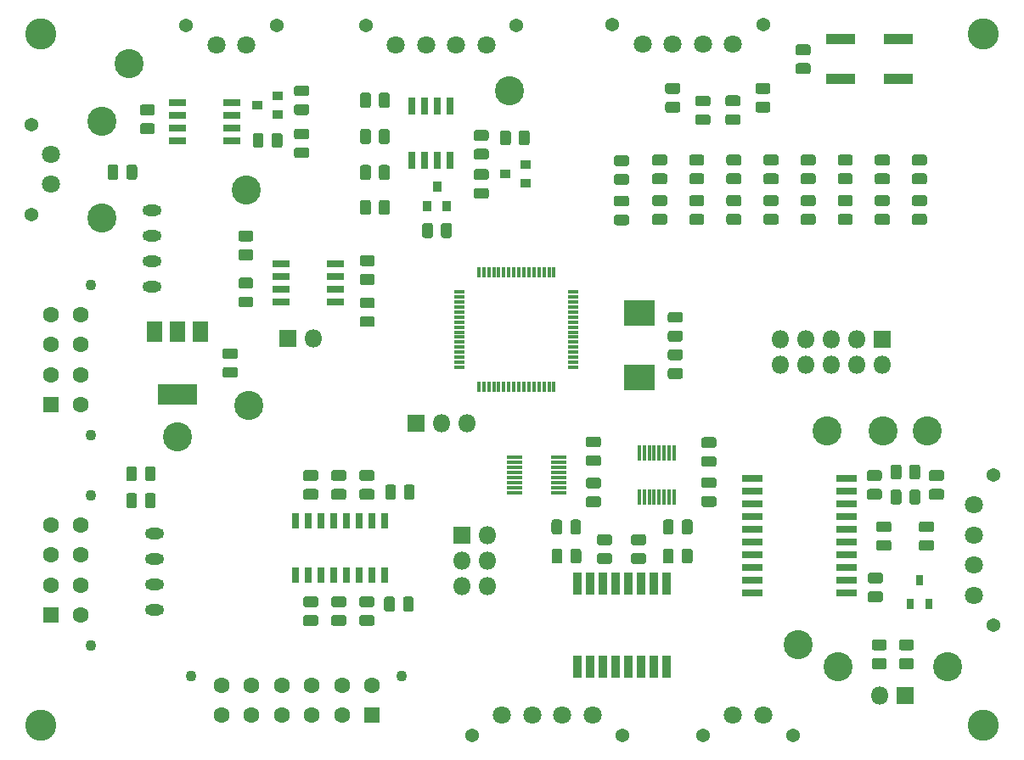
<source format=gbr>
%TF.GenerationSoftware,KiCad,Pcbnew,(5.0.0)*%
%TF.CreationDate,2019-02-02T21:10:16-06:00*%
%TF.ProjectId,BPSMaster,4250534D61737465722E6B696361645F,rev?*%
%TF.SameCoordinates,Original*%
%TF.FileFunction,Soldermask,Top*%
%TF.FilePolarity,Negative*%
%FSLAX46Y46*%
G04 Gerber Fmt 4.6, Leading zero omitted, Abs format (unit mm)*
G04 Created by KiCad (PCBNEW (5.0.0)) date 02/02/19 21:10:16*
%MOMM*%
%LPD*%
G01*
G04 APERTURE LIST*
%ADD10R,0.861600X2.301600*%
%ADD11R,1.801600X1.801600*%
%ADD12O,1.801600X1.801600*%
%ADD13R,1.001600X0.901600*%
%ADD14C,2.901600*%
%ADD15C,0.100000*%
%ADD16C,1.076600*%
%ADD17C,1.371600*%
%ADD18C,1.801600*%
%ADD19C,1.601600*%
%ADD20R,1.601600X1.601600*%
%ADD21C,1.101600*%
%ADD22C,3.101600*%
%ADD23R,0.901600X1.001600*%
%ADD24R,2.851600X1.101600*%
%ADD25R,1.101600X0.351600*%
%ADD26R,0.351600X1.101600*%
%ADD27O,1.901600X1.101600*%
%ADD28R,3.901600X2.101600*%
%ADD29R,1.601600X2.101600*%
%ADD30R,2.051600X0.701600*%
%ADD31R,0.701600X1.651600*%
%ADD32R,1.651000X0.660400*%
%ADD33R,0.401600X1.501600*%
%ADD34R,1.501600X0.401600*%
%ADD35R,0.701600X1.601600*%
%ADD36R,1.651600X0.701600*%
%ADD37R,3.101600X2.601600*%
%ADD38R,0.801600X1.101600*%
G04 APERTURE END LIST*
D10*
X164075000Y-132872500D03*
X161535000Y-141127500D03*
X165345000Y-132872500D03*
X162805000Y-132872500D03*
X161535000Y-132872500D03*
X162805000Y-141127500D03*
X160265000Y-141127500D03*
X158995000Y-141127500D03*
X158995000Y-132872500D03*
X156455000Y-141127500D03*
X160265000Y-132872500D03*
X157725000Y-132872500D03*
X157725000Y-141127500D03*
X156455000Y-132872500D03*
X164075000Y-141127500D03*
X165345000Y-141127500D03*
D11*
X186918600Y-108452920D03*
D12*
X186918600Y-110992920D03*
X184378600Y-108452920D03*
X184378600Y-110992920D03*
X181838600Y-108452920D03*
X181838600Y-110992920D03*
X179298600Y-108452920D03*
X179298600Y-110992920D03*
X176758600Y-108452920D03*
X176758600Y-110992920D03*
D11*
X127629920Y-108402120D03*
D12*
X130169920Y-108402120D03*
D13*
X124600000Y-85100000D03*
X126600000Y-84150000D03*
X126600000Y-86050000D03*
D14*
X149700000Y-83650000D03*
X111760000Y-80970000D03*
X109100000Y-86700000D03*
X109100000Y-96350000D03*
D15*
G36*
X191108031Y-94075496D02*
X191134159Y-94079372D01*
X191159780Y-94085790D01*
X191184649Y-94094688D01*
X191208526Y-94105981D01*
X191231182Y-94119560D01*
X191252397Y-94135294D01*
X191271968Y-94153032D01*
X191289706Y-94172603D01*
X191305440Y-94193818D01*
X191319019Y-94216474D01*
X191330312Y-94240351D01*
X191339210Y-94265220D01*
X191345628Y-94290841D01*
X191349504Y-94316969D01*
X191350800Y-94343350D01*
X191350800Y-94881650D01*
X191349504Y-94908031D01*
X191345628Y-94934159D01*
X191339210Y-94959780D01*
X191330312Y-94984649D01*
X191319019Y-95008526D01*
X191305440Y-95031182D01*
X191289706Y-95052397D01*
X191271968Y-95071968D01*
X191252397Y-95089706D01*
X191231182Y-95105440D01*
X191208526Y-95119019D01*
X191184649Y-95130312D01*
X191159780Y-95139210D01*
X191134159Y-95145628D01*
X191108031Y-95149504D01*
X191081650Y-95150800D01*
X190118350Y-95150800D01*
X190091969Y-95149504D01*
X190065841Y-95145628D01*
X190040220Y-95139210D01*
X190015351Y-95130312D01*
X189991474Y-95119019D01*
X189968818Y-95105440D01*
X189947603Y-95089706D01*
X189928032Y-95071968D01*
X189910294Y-95052397D01*
X189894560Y-95031182D01*
X189880981Y-95008526D01*
X189869688Y-94984649D01*
X189860790Y-94959780D01*
X189854372Y-94934159D01*
X189850496Y-94908031D01*
X189849200Y-94881650D01*
X189849200Y-94343350D01*
X189850496Y-94316969D01*
X189854372Y-94290841D01*
X189860790Y-94265220D01*
X189869688Y-94240351D01*
X189880981Y-94216474D01*
X189894560Y-94193818D01*
X189910294Y-94172603D01*
X189928032Y-94153032D01*
X189947603Y-94135294D01*
X189968818Y-94119560D01*
X189991474Y-94105981D01*
X190015351Y-94094688D01*
X190040220Y-94085790D01*
X190065841Y-94079372D01*
X190091969Y-94075496D01*
X190118350Y-94074200D01*
X191081650Y-94074200D01*
X191108031Y-94075496D01*
X191108031Y-94075496D01*
G37*
D16*
X190600000Y-94612500D03*
D15*
G36*
X191108031Y-95950496D02*
X191134159Y-95954372D01*
X191159780Y-95960790D01*
X191184649Y-95969688D01*
X191208526Y-95980981D01*
X191231182Y-95994560D01*
X191252397Y-96010294D01*
X191271968Y-96028032D01*
X191289706Y-96047603D01*
X191305440Y-96068818D01*
X191319019Y-96091474D01*
X191330312Y-96115351D01*
X191339210Y-96140220D01*
X191345628Y-96165841D01*
X191349504Y-96191969D01*
X191350800Y-96218350D01*
X191350800Y-96756650D01*
X191349504Y-96783031D01*
X191345628Y-96809159D01*
X191339210Y-96834780D01*
X191330312Y-96859649D01*
X191319019Y-96883526D01*
X191305440Y-96906182D01*
X191289706Y-96927397D01*
X191271968Y-96946968D01*
X191252397Y-96964706D01*
X191231182Y-96980440D01*
X191208526Y-96994019D01*
X191184649Y-97005312D01*
X191159780Y-97014210D01*
X191134159Y-97020628D01*
X191108031Y-97024504D01*
X191081650Y-97025800D01*
X190118350Y-97025800D01*
X190091969Y-97024504D01*
X190065841Y-97020628D01*
X190040220Y-97014210D01*
X190015351Y-97005312D01*
X189991474Y-96994019D01*
X189968818Y-96980440D01*
X189947603Y-96964706D01*
X189928032Y-96946968D01*
X189910294Y-96927397D01*
X189894560Y-96906182D01*
X189880981Y-96883526D01*
X189869688Y-96859649D01*
X189860790Y-96834780D01*
X189854372Y-96809159D01*
X189850496Y-96783031D01*
X189849200Y-96756650D01*
X189849200Y-96218350D01*
X189850496Y-96191969D01*
X189854372Y-96165841D01*
X189860790Y-96140220D01*
X189869688Y-96115351D01*
X189880981Y-96091474D01*
X189894560Y-96068818D01*
X189910294Y-96047603D01*
X189928032Y-96028032D01*
X189947603Y-96010294D01*
X189968818Y-95994560D01*
X189991474Y-95980981D01*
X190015351Y-95969688D01*
X190040220Y-95960790D01*
X190065841Y-95954372D01*
X190091969Y-95950496D01*
X190118350Y-95949200D01*
X191081650Y-95949200D01*
X191108031Y-95950496D01*
X191108031Y-95950496D01*
G37*
D16*
X190600000Y-96487500D03*
D15*
G36*
X166508031Y-82875496D02*
X166534159Y-82879372D01*
X166559780Y-82885790D01*
X166584649Y-82894688D01*
X166608526Y-82905981D01*
X166631182Y-82919560D01*
X166652397Y-82935294D01*
X166671968Y-82953032D01*
X166689706Y-82972603D01*
X166705440Y-82993818D01*
X166719019Y-83016474D01*
X166730312Y-83040351D01*
X166739210Y-83065220D01*
X166745628Y-83090841D01*
X166749504Y-83116969D01*
X166750800Y-83143350D01*
X166750800Y-83681650D01*
X166749504Y-83708031D01*
X166745628Y-83734159D01*
X166739210Y-83759780D01*
X166730312Y-83784649D01*
X166719019Y-83808526D01*
X166705440Y-83831182D01*
X166689706Y-83852397D01*
X166671968Y-83871968D01*
X166652397Y-83889706D01*
X166631182Y-83905440D01*
X166608526Y-83919019D01*
X166584649Y-83930312D01*
X166559780Y-83939210D01*
X166534159Y-83945628D01*
X166508031Y-83949504D01*
X166481650Y-83950800D01*
X165518350Y-83950800D01*
X165491969Y-83949504D01*
X165465841Y-83945628D01*
X165440220Y-83939210D01*
X165415351Y-83930312D01*
X165391474Y-83919019D01*
X165368818Y-83905440D01*
X165347603Y-83889706D01*
X165328032Y-83871968D01*
X165310294Y-83852397D01*
X165294560Y-83831182D01*
X165280981Y-83808526D01*
X165269688Y-83784649D01*
X165260790Y-83759780D01*
X165254372Y-83734159D01*
X165250496Y-83708031D01*
X165249200Y-83681650D01*
X165249200Y-83143350D01*
X165250496Y-83116969D01*
X165254372Y-83090841D01*
X165260790Y-83065220D01*
X165269688Y-83040351D01*
X165280981Y-83016474D01*
X165294560Y-82993818D01*
X165310294Y-82972603D01*
X165328032Y-82953032D01*
X165347603Y-82935294D01*
X165368818Y-82919560D01*
X165391474Y-82905981D01*
X165415351Y-82894688D01*
X165440220Y-82885790D01*
X165465841Y-82879372D01*
X165491969Y-82875496D01*
X165518350Y-82874200D01*
X166481650Y-82874200D01*
X166508031Y-82875496D01*
X166508031Y-82875496D01*
G37*
D16*
X166000000Y-83412500D03*
D15*
G36*
X166508031Y-84750496D02*
X166534159Y-84754372D01*
X166559780Y-84760790D01*
X166584649Y-84769688D01*
X166608526Y-84780981D01*
X166631182Y-84794560D01*
X166652397Y-84810294D01*
X166671968Y-84828032D01*
X166689706Y-84847603D01*
X166705440Y-84868818D01*
X166719019Y-84891474D01*
X166730312Y-84915351D01*
X166739210Y-84940220D01*
X166745628Y-84965841D01*
X166749504Y-84991969D01*
X166750800Y-85018350D01*
X166750800Y-85556650D01*
X166749504Y-85583031D01*
X166745628Y-85609159D01*
X166739210Y-85634780D01*
X166730312Y-85659649D01*
X166719019Y-85683526D01*
X166705440Y-85706182D01*
X166689706Y-85727397D01*
X166671968Y-85746968D01*
X166652397Y-85764706D01*
X166631182Y-85780440D01*
X166608526Y-85794019D01*
X166584649Y-85805312D01*
X166559780Y-85814210D01*
X166534159Y-85820628D01*
X166508031Y-85824504D01*
X166481650Y-85825800D01*
X165518350Y-85825800D01*
X165491969Y-85824504D01*
X165465841Y-85820628D01*
X165440220Y-85814210D01*
X165415351Y-85805312D01*
X165391474Y-85794019D01*
X165368818Y-85780440D01*
X165347603Y-85764706D01*
X165328032Y-85746968D01*
X165310294Y-85727397D01*
X165294560Y-85706182D01*
X165280981Y-85683526D01*
X165269688Y-85659649D01*
X165260790Y-85634780D01*
X165254372Y-85609159D01*
X165250496Y-85583031D01*
X165249200Y-85556650D01*
X165249200Y-85018350D01*
X165250496Y-84991969D01*
X165254372Y-84965841D01*
X165260790Y-84940220D01*
X165269688Y-84915351D01*
X165280981Y-84891474D01*
X165294560Y-84868818D01*
X165310294Y-84847603D01*
X165328032Y-84828032D01*
X165347603Y-84810294D01*
X165368818Y-84794560D01*
X165391474Y-84780981D01*
X165415351Y-84769688D01*
X165440220Y-84760790D01*
X165465841Y-84754372D01*
X165491969Y-84750496D01*
X165518350Y-84749200D01*
X166481650Y-84749200D01*
X166508031Y-84750496D01*
X166508031Y-84750496D01*
G37*
D16*
X166000000Y-85287500D03*
D15*
G36*
X175508031Y-84750496D02*
X175534159Y-84754372D01*
X175559780Y-84760790D01*
X175584649Y-84769688D01*
X175608526Y-84780981D01*
X175631182Y-84794560D01*
X175652397Y-84810294D01*
X175671968Y-84828032D01*
X175689706Y-84847603D01*
X175705440Y-84868818D01*
X175719019Y-84891474D01*
X175730312Y-84915351D01*
X175739210Y-84940220D01*
X175745628Y-84965841D01*
X175749504Y-84991969D01*
X175750800Y-85018350D01*
X175750800Y-85556650D01*
X175749504Y-85583031D01*
X175745628Y-85609159D01*
X175739210Y-85634780D01*
X175730312Y-85659649D01*
X175719019Y-85683526D01*
X175705440Y-85706182D01*
X175689706Y-85727397D01*
X175671968Y-85746968D01*
X175652397Y-85764706D01*
X175631182Y-85780440D01*
X175608526Y-85794019D01*
X175584649Y-85805312D01*
X175559780Y-85814210D01*
X175534159Y-85820628D01*
X175508031Y-85824504D01*
X175481650Y-85825800D01*
X174518350Y-85825800D01*
X174491969Y-85824504D01*
X174465841Y-85820628D01*
X174440220Y-85814210D01*
X174415351Y-85805312D01*
X174391474Y-85794019D01*
X174368818Y-85780440D01*
X174347603Y-85764706D01*
X174328032Y-85746968D01*
X174310294Y-85727397D01*
X174294560Y-85706182D01*
X174280981Y-85683526D01*
X174269688Y-85659649D01*
X174260790Y-85634780D01*
X174254372Y-85609159D01*
X174250496Y-85583031D01*
X174249200Y-85556650D01*
X174249200Y-85018350D01*
X174250496Y-84991969D01*
X174254372Y-84965841D01*
X174260790Y-84940220D01*
X174269688Y-84915351D01*
X174280981Y-84891474D01*
X174294560Y-84868818D01*
X174310294Y-84847603D01*
X174328032Y-84828032D01*
X174347603Y-84810294D01*
X174368818Y-84794560D01*
X174391474Y-84780981D01*
X174415351Y-84769688D01*
X174440220Y-84760790D01*
X174465841Y-84754372D01*
X174491969Y-84750496D01*
X174518350Y-84749200D01*
X175481650Y-84749200D01*
X175508031Y-84750496D01*
X175508031Y-84750496D01*
G37*
D16*
X175000000Y-85287500D03*
D15*
G36*
X175508031Y-82875496D02*
X175534159Y-82879372D01*
X175559780Y-82885790D01*
X175584649Y-82894688D01*
X175608526Y-82905981D01*
X175631182Y-82919560D01*
X175652397Y-82935294D01*
X175671968Y-82953032D01*
X175689706Y-82972603D01*
X175705440Y-82993818D01*
X175719019Y-83016474D01*
X175730312Y-83040351D01*
X175739210Y-83065220D01*
X175745628Y-83090841D01*
X175749504Y-83116969D01*
X175750800Y-83143350D01*
X175750800Y-83681650D01*
X175749504Y-83708031D01*
X175745628Y-83734159D01*
X175739210Y-83759780D01*
X175730312Y-83784649D01*
X175719019Y-83808526D01*
X175705440Y-83831182D01*
X175689706Y-83852397D01*
X175671968Y-83871968D01*
X175652397Y-83889706D01*
X175631182Y-83905440D01*
X175608526Y-83919019D01*
X175584649Y-83930312D01*
X175559780Y-83939210D01*
X175534159Y-83945628D01*
X175508031Y-83949504D01*
X175481650Y-83950800D01*
X174518350Y-83950800D01*
X174491969Y-83949504D01*
X174465841Y-83945628D01*
X174440220Y-83939210D01*
X174415351Y-83930312D01*
X174391474Y-83919019D01*
X174368818Y-83905440D01*
X174347603Y-83889706D01*
X174328032Y-83871968D01*
X174310294Y-83852397D01*
X174294560Y-83831182D01*
X174280981Y-83808526D01*
X174269688Y-83784649D01*
X174260790Y-83759780D01*
X174254372Y-83734159D01*
X174250496Y-83708031D01*
X174249200Y-83681650D01*
X174249200Y-83143350D01*
X174250496Y-83116969D01*
X174254372Y-83090841D01*
X174260790Y-83065220D01*
X174269688Y-83040351D01*
X174280981Y-83016474D01*
X174294560Y-82993818D01*
X174310294Y-82972603D01*
X174328032Y-82953032D01*
X174347603Y-82935294D01*
X174368818Y-82919560D01*
X174391474Y-82905981D01*
X174415351Y-82894688D01*
X174440220Y-82885790D01*
X174465841Y-82879372D01*
X174491969Y-82875496D01*
X174518350Y-82874200D01*
X175481650Y-82874200D01*
X175508031Y-82875496D01*
X175508031Y-82875496D01*
G37*
D16*
X175000000Y-83412500D03*
D15*
G36*
X169508031Y-86000496D02*
X169534159Y-86004372D01*
X169559780Y-86010790D01*
X169584649Y-86019688D01*
X169608526Y-86030981D01*
X169631182Y-86044560D01*
X169652397Y-86060294D01*
X169671968Y-86078032D01*
X169689706Y-86097603D01*
X169705440Y-86118818D01*
X169719019Y-86141474D01*
X169730312Y-86165351D01*
X169739210Y-86190220D01*
X169745628Y-86215841D01*
X169749504Y-86241969D01*
X169750800Y-86268350D01*
X169750800Y-86806650D01*
X169749504Y-86833031D01*
X169745628Y-86859159D01*
X169739210Y-86884780D01*
X169730312Y-86909649D01*
X169719019Y-86933526D01*
X169705440Y-86956182D01*
X169689706Y-86977397D01*
X169671968Y-86996968D01*
X169652397Y-87014706D01*
X169631182Y-87030440D01*
X169608526Y-87044019D01*
X169584649Y-87055312D01*
X169559780Y-87064210D01*
X169534159Y-87070628D01*
X169508031Y-87074504D01*
X169481650Y-87075800D01*
X168518350Y-87075800D01*
X168491969Y-87074504D01*
X168465841Y-87070628D01*
X168440220Y-87064210D01*
X168415351Y-87055312D01*
X168391474Y-87044019D01*
X168368818Y-87030440D01*
X168347603Y-87014706D01*
X168328032Y-86996968D01*
X168310294Y-86977397D01*
X168294560Y-86956182D01*
X168280981Y-86933526D01*
X168269688Y-86909649D01*
X168260790Y-86884780D01*
X168254372Y-86859159D01*
X168250496Y-86833031D01*
X168249200Y-86806650D01*
X168249200Y-86268350D01*
X168250496Y-86241969D01*
X168254372Y-86215841D01*
X168260790Y-86190220D01*
X168269688Y-86165351D01*
X168280981Y-86141474D01*
X168294560Y-86118818D01*
X168310294Y-86097603D01*
X168328032Y-86078032D01*
X168347603Y-86060294D01*
X168368818Y-86044560D01*
X168391474Y-86030981D01*
X168415351Y-86019688D01*
X168440220Y-86010790D01*
X168465841Y-86004372D01*
X168491969Y-86000496D01*
X168518350Y-85999200D01*
X169481650Y-85999200D01*
X169508031Y-86000496D01*
X169508031Y-86000496D01*
G37*
D16*
X169000000Y-86537500D03*
D15*
G36*
X169508031Y-84125496D02*
X169534159Y-84129372D01*
X169559780Y-84135790D01*
X169584649Y-84144688D01*
X169608526Y-84155981D01*
X169631182Y-84169560D01*
X169652397Y-84185294D01*
X169671968Y-84203032D01*
X169689706Y-84222603D01*
X169705440Y-84243818D01*
X169719019Y-84266474D01*
X169730312Y-84290351D01*
X169739210Y-84315220D01*
X169745628Y-84340841D01*
X169749504Y-84366969D01*
X169750800Y-84393350D01*
X169750800Y-84931650D01*
X169749504Y-84958031D01*
X169745628Y-84984159D01*
X169739210Y-85009780D01*
X169730312Y-85034649D01*
X169719019Y-85058526D01*
X169705440Y-85081182D01*
X169689706Y-85102397D01*
X169671968Y-85121968D01*
X169652397Y-85139706D01*
X169631182Y-85155440D01*
X169608526Y-85169019D01*
X169584649Y-85180312D01*
X169559780Y-85189210D01*
X169534159Y-85195628D01*
X169508031Y-85199504D01*
X169481650Y-85200800D01*
X168518350Y-85200800D01*
X168491969Y-85199504D01*
X168465841Y-85195628D01*
X168440220Y-85189210D01*
X168415351Y-85180312D01*
X168391474Y-85169019D01*
X168368818Y-85155440D01*
X168347603Y-85139706D01*
X168328032Y-85121968D01*
X168310294Y-85102397D01*
X168294560Y-85081182D01*
X168280981Y-85058526D01*
X168269688Y-85034649D01*
X168260790Y-85009780D01*
X168254372Y-84984159D01*
X168250496Y-84958031D01*
X168249200Y-84931650D01*
X168249200Y-84393350D01*
X168250496Y-84366969D01*
X168254372Y-84340841D01*
X168260790Y-84315220D01*
X168269688Y-84290351D01*
X168280981Y-84266474D01*
X168294560Y-84243818D01*
X168310294Y-84222603D01*
X168328032Y-84203032D01*
X168347603Y-84185294D01*
X168368818Y-84169560D01*
X168391474Y-84155981D01*
X168415351Y-84144688D01*
X168440220Y-84135790D01*
X168465841Y-84129372D01*
X168491969Y-84125496D01*
X168518350Y-84124200D01*
X169481650Y-84124200D01*
X169508031Y-84125496D01*
X169508031Y-84125496D01*
G37*
D16*
X169000000Y-84662500D03*
D15*
G36*
X172508031Y-84117996D02*
X172534159Y-84121872D01*
X172559780Y-84128290D01*
X172584649Y-84137188D01*
X172608526Y-84148481D01*
X172631182Y-84162060D01*
X172652397Y-84177794D01*
X172671968Y-84195532D01*
X172689706Y-84215103D01*
X172705440Y-84236318D01*
X172719019Y-84258974D01*
X172730312Y-84282851D01*
X172739210Y-84307720D01*
X172745628Y-84333341D01*
X172749504Y-84359469D01*
X172750800Y-84385850D01*
X172750800Y-84924150D01*
X172749504Y-84950531D01*
X172745628Y-84976659D01*
X172739210Y-85002280D01*
X172730312Y-85027149D01*
X172719019Y-85051026D01*
X172705440Y-85073682D01*
X172689706Y-85094897D01*
X172671968Y-85114468D01*
X172652397Y-85132206D01*
X172631182Y-85147940D01*
X172608526Y-85161519D01*
X172584649Y-85172812D01*
X172559780Y-85181710D01*
X172534159Y-85188128D01*
X172508031Y-85192004D01*
X172481650Y-85193300D01*
X171518350Y-85193300D01*
X171491969Y-85192004D01*
X171465841Y-85188128D01*
X171440220Y-85181710D01*
X171415351Y-85172812D01*
X171391474Y-85161519D01*
X171368818Y-85147940D01*
X171347603Y-85132206D01*
X171328032Y-85114468D01*
X171310294Y-85094897D01*
X171294560Y-85073682D01*
X171280981Y-85051026D01*
X171269688Y-85027149D01*
X171260790Y-85002280D01*
X171254372Y-84976659D01*
X171250496Y-84950531D01*
X171249200Y-84924150D01*
X171249200Y-84385850D01*
X171250496Y-84359469D01*
X171254372Y-84333341D01*
X171260790Y-84307720D01*
X171269688Y-84282851D01*
X171280981Y-84258974D01*
X171294560Y-84236318D01*
X171310294Y-84215103D01*
X171328032Y-84195532D01*
X171347603Y-84177794D01*
X171368818Y-84162060D01*
X171391474Y-84148481D01*
X171415351Y-84137188D01*
X171440220Y-84128290D01*
X171465841Y-84121872D01*
X171491969Y-84117996D01*
X171518350Y-84116700D01*
X172481650Y-84116700D01*
X172508031Y-84117996D01*
X172508031Y-84117996D01*
G37*
D16*
X172000000Y-84655000D03*
D15*
G36*
X172508031Y-85992996D02*
X172534159Y-85996872D01*
X172559780Y-86003290D01*
X172584649Y-86012188D01*
X172608526Y-86023481D01*
X172631182Y-86037060D01*
X172652397Y-86052794D01*
X172671968Y-86070532D01*
X172689706Y-86090103D01*
X172705440Y-86111318D01*
X172719019Y-86133974D01*
X172730312Y-86157851D01*
X172739210Y-86182720D01*
X172745628Y-86208341D01*
X172749504Y-86234469D01*
X172750800Y-86260850D01*
X172750800Y-86799150D01*
X172749504Y-86825531D01*
X172745628Y-86851659D01*
X172739210Y-86877280D01*
X172730312Y-86902149D01*
X172719019Y-86926026D01*
X172705440Y-86948682D01*
X172689706Y-86969897D01*
X172671968Y-86989468D01*
X172652397Y-87007206D01*
X172631182Y-87022940D01*
X172608526Y-87036519D01*
X172584649Y-87047812D01*
X172559780Y-87056710D01*
X172534159Y-87063128D01*
X172508031Y-87067004D01*
X172481650Y-87068300D01*
X171518350Y-87068300D01*
X171491969Y-87067004D01*
X171465841Y-87063128D01*
X171440220Y-87056710D01*
X171415351Y-87047812D01*
X171391474Y-87036519D01*
X171368818Y-87022940D01*
X171347603Y-87007206D01*
X171328032Y-86989468D01*
X171310294Y-86969897D01*
X171294560Y-86948682D01*
X171280981Y-86926026D01*
X171269688Y-86902149D01*
X171260790Y-86877280D01*
X171254372Y-86851659D01*
X171250496Y-86825531D01*
X171249200Y-86799150D01*
X171249200Y-86260850D01*
X171250496Y-86234469D01*
X171254372Y-86208341D01*
X171260790Y-86182720D01*
X171269688Y-86157851D01*
X171280981Y-86133974D01*
X171294560Y-86111318D01*
X171310294Y-86090103D01*
X171328032Y-86070532D01*
X171347603Y-86052794D01*
X171368818Y-86037060D01*
X171391474Y-86023481D01*
X171415351Y-86012188D01*
X171440220Y-86003290D01*
X171465841Y-85996872D01*
X171491969Y-85992996D01*
X171518350Y-85991700D01*
X172481650Y-85991700D01*
X172508031Y-85992996D01*
X172508031Y-85992996D01*
G37*
D16*
X172000000Y-86530000D03*
D15*
G36*
X179508031Y-80900496D02*
X179534159Y-80904372D01*
X179559780Y-80910790D01*
X179584649Y-80919688D01*
X179608526Y-80930981D01*
X179631182Y-80944560D01*
X179652397Y-80960294D01*
X179671968Y-80978032D01*
X179689706Y-80997603D01*
X179705440Y-81018818D01*
X179719019Y-81041474D01*
X179730312Y-81065351D01*
X179739210Y-81090220D01*
X179745628Y-81115841D01*
X179749504Y-81141969D01*
X179750800Y-81168350D01*
X179750800Y-81706650D01*
X179749504Y-81733031D01*
X179745628Y-81759159D01*
X179739210Y-81784780D01*
X179730312Y-81809649D01*
X179719019Y-81833526D01*
X179705440Y-81856182D01*
X179689706Y-81877397D01*
X179671968Y-81896968D01*
X179652397Y-81914706D01*
X179631182Y-81930440D01*
X179608526Y-81944019D01*
X179584649Y-81955312D01*
X179559780Y-81964210D01*
X179534159Y-81970628D01*
X179508031Y-81974504D01*
X179481650Y-81975800D01*
X178518350Y-81975800D01*
X178491969Y-81974504D01*
X178465841Y-81970628D01*
X178440220Y-81964210D01*
X178415351Y-81955312D01*
X178391474Y-81944019D01*
X178368818Y-81930440D01*
X178347603Y-81914706D01*
X178328032Y-81896968D01*
X178310294Y-81877397D01*
X178294560Y-81856182D01*
X178280981Y-81833526D01*
X178269688Y-81809649D01*
X178260790Y-81784780D01*
X178254372Y-81759159D01*
X178250496Y-81733031D01*
X178249200Y-81706650D01*
X178249200Y-81168350D01*
X178250496Y-81141969D01*
X178254372Y-81115841D01*
X178260790Y-81090220D01*
X178269688Y-81065351D01*
X178280981Y-81041474D01*
X178294560Y-81018818D01*
X178310294Y-80997603D01*
X178328032Y-80978032D01*
X178347603Y-80960294D01*
X178368818Y-80944560D01*
X178391474Y-80930981D01*
X178415351Y-80919688D01*
X178440220Y-80910790D01*
X178465841Y-80904372D01*
X178491969Y-80900496D01*
X178518350Y-80899200D01*
X179481650Y-80899200D01*
X179508031Y-80900496D01*
X179508031Y-80900496D01*
G37*
D16*
X179000000Y-81437500D03*
D15*
G36*
X179508031Y-79025496D02*
X179534159Y-79029372D01*
X179559780Y-79035790D01*
X179584649Y-79044688D01*
X179608526Y-79055981D01*
X179631182Y-79069560D01*
X179652397Y-79085294D01*
X179671968Y-79103032D01*
X179689706Y-79122603D01*
X179705440Y-79143818D01*
X179719019Y-79166474D01*
X179730312Y-79190351D01*
X179739210Y-79215220D01*
X179745628Y-79240841D01*
X179749504Y-79266969D01*
X179750800Y-79293350D01*
X179750800Y-79831650D01*
X179749504Y-79858031D01*
X179745628Y-79884159D01*
X179739210Y-79909780D01*
X179730312Y-79934649D01*
X179719019Y-79958526D01*
X179705440Y-79981182D01*
X179689706Y-80002397D01*
X179671968Y-80021968D01*
X179652397Y-80039706D01*
X179631182Y-80055440D01*
X179608526Y-80069019D01*
X179584649Y-80080312D01*
X179559780Y-80089210D01*
X179534159Y-80095628D01*
X179508031Y-80099504D01*
X179481650Y-80100800D01*
X178518350Y-80100800D01*
X178491969Y-80099504D01*
X178465841Y-80095628D01*
X178440220Y-80089210D01*
X178415351Y-80080312D01*
X178391474Y-80069019D01*
X178368818Y-80055440D01*
X178347603Y-80039706D01*
X178328032Y-80021968D01*
X178310294Y-80002397D01*
X178294560Y-79981182D01*
X178280981Y-79958526D01*
X178269688Y-79934649D01*
X178260790Y-79909780D01*
X178254372Y-79884159D01*
X178250496Y-79858031D01*
X178249200Y-79831650D01*
X178249200Y-79293350D01*
X178250496Y-79266969D01*
X178254372Y-79240841D01*
X178260790Y-79215220D01*
X178269688Y-79190351D01*
X178280981Y-79166474D01*
X178294560Y-79143818D01*
X178310294Y-79122603D01*
X178328032Y-79103032D01*
X178347603Y-79085294D01*
X178368818Y-79069560D01*
X178391474Y-79055981D01*
X178415351Y-79044688D01*
X178440220Y-79035790D01*
X178465841Y-79029372D01*
X178491969Y-79025496D01*
X178518350Y-79024200D01*
X179481650Y-79024200D01*
X179508031Y-79025496D01*
X179508031Y-79025496D01*
G37*
D16*
X179000000Y-79562500D03*
D15*
G36*
X166766767Y-107607148D02*
X166792895Y-107611024D01*
X166818516Y-107617442D01*
X166843385Y-107626340D01*
X166867262Y-107637633D01*
X166889918Y-107651212D01*
X166911133Y-107666946D01*
X166930704Y-107684684D01*
X166948442Y-107704255D01*
X166964176Y-107725470D01*
X166977755Y-107748126D01*
X166989048Y-107772003D01*
X166997946Y-107796872D01*
X167004364Y-107822493D01*
X167008240Y-107848621D01*
X167009536Y-107875002D01*
X167009536Y-108413302D01*
X167008240Y-108439683D01*
X167004364Y-108465811D01*
X166997946Y-108491432D01*
X166989048Y-108516301D01*
X166977755Y-108540178D01*
X166964176Y-108562834D01*
X166948442Y-108584049D01*
X166930704Y-108603620D01*
X166911133Y-108621358D01*
X166889918Y-108637092D01*
X166867262Y-108650671D01*
X166843385Y-108661964D01*
X166818516Y-108670862D01*
X166792895Y-108677280D01*
X166766767Y-108681156D01*
X166740386Y-108682452D01*
X165777086Y-108682452D01*
X165750705Y-108681156D01*
X165724577Y-108677280D01*
X165698956Y-108670862D01*
X165674087Y-108661964D01*
X165650210Y-108650671D01*
X165627554Y-108637092D01*
X165606339Y-108621358D01*
X165586768Y-108603620D01*
X165569030Y-108584049D01*
X165553296Y-108562834D01*
X165539717Y-108540178D01*
X165528424Y-108516301D01*
X165519526Y-108491432D01*
X165513108Y-108465811D01*
X165509232Y-108439683D01*
X165507936Y-108413302D01*
X165507936Y-107875002D01*
X165509232Y-107848621D01*
X165513108Y-107822493D01*
X165519526Y-107796872D01*
X165528424Y-107772003D01*
X165539717Y-107748126D01*
X165553296Y-107725470D01*
X165569030Y-107704255D01*
X165586768Y-107684684D01*
X165606339Y-107666946D01*
X165627554Y-107651212D01*
X165650210Y-107637633D01*
X165674087Y-107626340D01*
X165698956Y-107617442D01*
X165724577Y-107611024D01*
X165750705Y-107607148D01*
X165777086Y-107605852D01*
X166740386Y-107605852D01*
X166766767Y-107607148D01*
X166766767Y-107607148D01*
G37*
D16*
X166258736Y-108144152D03*
D15*
G36*
X166766767Y-105732146D02*
X166792895Y-105736022D01*
X166818516Y-105742440D01*
X166843385Y-105751338D01*
X166867262Y-105762631D01*
X166889918Y-105776210D01*
X166911133Y-105791944D01*
X166930704Y-105809682D01*
X166948442Y-105829253D01*
X166964176Y-105850468D01*
X166977755Y-105873124D01*
X166989048Y-105897001D01*
X166997946Y-105921870D01*
X167004364Y-105947491D01*
X167008240Y-105973619D01*
X167009536Y-106000000D01*
X167009536Y-106538300D01*
X167008240Y-106564681D01*
X167004364Y-106590809D01*
X166997946Y-106616430D01*
X166989048Y-106641299D01*
X166977755Y-106665176D01*
X166964176Y-106687832D01*
X166948442Y-106709047D01*
X166930704Y-106728618D01*
X166911133Y-106746356D01*
X166889918Y-106762090D01*
X166867262Y-106775669D01*
X166843385Y-106786962D01*
X166818516Y-106795860D01*
X166792895Y-106802278D01*
X166766767Y-106806154D01*
X166740386Y-106807450D01*
X165777086Y-106807450D01*
X165750705Y-106806154D01*
X165724577Y-106802278D01*
X165698956Y-106795860D01*
X165674087Y-106786962D01*
X165650210Y-106775669D01*
X165627554Y-106762090D01*
X165606339Y-106746356D01*
X165586768Y-106728618D01*
X165569030Y-106709047D01*
X165553296Y-106687832D01*
X165539717Y-106665176D01*
X165528424Y-106641299D01*
X165519526Y-106616430D01*
X165513108Y-106590809D01*
X165509232Y-106564681D01*
X165507936Y-106538300D01*
X165507936Y-106000000D01*
X165509232Y-105973619D01*
X165513108Y-105947491D01*
X165519526Y-105921870D01*
X165528424Y-105897001D01*
X165539717Y-105873124D01*
X165553296Y-105850468D01*
X165569030Y-105829253D01*
X165586768Y-105809682D01*
X165606339Y-105791944D01*
X165627554Y-105776210D01*
X165650210Y-105762631D01*
X165674087Y-105751338D01*
X165698956Y-105742440D01*
X165724577Y-105736022D01*
X165750705Y-105732146D01*
X165777086Y-105730850D01*
X166740386Y-105730850D01*
X166766767Y-105732146D01*
X166766767Y-105732146D01*
G37*
D16*
X166258736Y-106269150D03*
D15*
G36*
X166766767Y-111336552D02*
X166792895Y-111340428D01*
X166818516Y-111346846D01*
X166843385Y-111355744D01*
X166867262Y-111367037D01*
X166889918Y-111380616D01*
X166911133Y-111396350D01*
X166930704Y-111414088D01*
X166948442Y-111433659D01*
X166964176Y-111454874D01*
X166977755Y-111477530D01*
X166989048Y-111501407D01*
X166997946Y-111526276D01*
X167004364Y-111551897D01*
X167008240Y-111578025D01*
X167009536Y-111604406D01*
X167009536Y-112142706D01*
X167008240Y-112169087D01*
X167004364Y-112195215D01*
X166997946Y-112220836D01*
X166989048Y-112245705D01*
X166977755Y-112269582D01*
X166964176Y-112292238D01*
X166948442Y-112313453D01*
X166930704Y-112333024D01*
X166911133Y-112350762D01*
X166889918Y-112366496D01*
X166867262Y-112380075D01*
X166843385Y-112391368D01*
X166818516Y-112400266D01*
X166792895Y-112406684D01*
X166766767Y-112410560D01*
X166740386Y-112411856D01*
X165777086Y-112411856D01*
X165750705Y-112410560D01*
X165724577Y-112406684D01*
X165698956Y-112400266D01*
X165674087Y-112391368D01*
X165650210Y-112380075D01*
X165627554Y-112366496D01*
X165606339Y-112350762D01*
X165586768Y-112333024D01*
X165569030Y-112313453D01*
X165553296Y-112292238D01*
X165539717Y-112269582D01*
X165528424Y-112245705D01*
X165519526Y-112220836D01*
X165513108Y-112195215D01*
X165509232Y-112169087D01*
X165507936Y-112142706D01*
X165507936Y-111604406D01*
X165509232Y-111578025D01*
X165513108Y-111551897D01*
X165519526Y-111526276D01*
X165528424Y-111501407D01*
X165539717Y-111477530D01*
X165553296Y-111454874D01*
X165569030Y-111433659D01*
X165586768Y-111414088D01*
X165606339Y-111396350D01*
X165627554Y-111380616D01*
X165650210Y-111367037D01*
X165674087Y-111355744D01*
X165698956Y-111346846D01*
X165724577Y-111340428D01*
X165750705Y-111336552D01*
X165777086Y-111335256D01*
X166740386Y-111335256D01*
X166766767Y-111336552D01*
X166766767Y-111336552D01*
G37*
D16*
X166258736Y-111873556D03*
D15*
G36*
X166766767Y-109461550D02*
X166792895Y-109465426D01*
X166818516Y-109471844D01*
X166843385Y-109480742D01*
X166867262Y-109492035D01*
X166889918Y-109505614D01*
X166911133Y-109521348D01*
X166930704Y-109539086D01*
X166948442Y-109558657D01*
X166964176Y-109579872D01*
X166977755Y-109602528D01*
X166989048Y-109626405D01*
X166997946Y-109651274D01*
X167004364Y-109676895D01*
X167008240Y-109703023D01*
X167009536Y-109729404D01*
X167009536Y-110267704D01*
X167008240Y-110294085D01*
X167004364Y-110320213D01*
X166997946Y-110345834D01*
X166989048Y-110370703D01*
X166977755Y-110394580D01*
X166964176Y-110417236D01*
X166948442Y-110438451D01*
X166930704Y-110458022D01*
X166911133Y-110475760D01*
X166889918Y-110491494D01*
X166867262Y-110505073D01*
X166843385Y-110516366D01*
X166818516Y-110525264D01*
X166792895Y-110531682D01*
X166766767Y-110535558D01*
X166740386Y-110536854D01*
X165777086Y-110536854D01*
X165750705Y-110535558D01*
X165724577Y-110531682D01*
X165698956Y-110525264D01*
X165674087Y-110516366D01*
X165650210Y-110505073D01*
X165627554Y-110491494D01*
X165606339Y-110475760D01*
X165586768Y-110458022D01*
X165569030Y-110438451D01*
X165553296Y-110417236D01*
X165539717Y-110394580D01*
X165528424Y-110370703D01*
X165519526Y-110345834D01*
X165513108Y-110320213D01*
X165509232Y-110294085D01*
X165507936Y-110267704D01*
X165507936Y-109729404D01*
X165509232Y-109703023D01*
X165513108Y-109676895D01*
X165519526Y-109651274D01*
X165528424Y-109626405D01*
X165539717Y-109602528D01*
X165553296Y-109579872D01*
X165569030Y-109558657D01*
X165586768Y-109539086D01*
X165606339Y-109521348D01*
X165627554Y-109505614D01*
X165650210Y-109492035D01*
X165674087Y-109480742D01*
X165698956Y-109471844D01*
X165724577Y-109465426D01*
X165750705Y-109461550D01*
X165777086Y-109460254D01*
X166740386Y-109460254D01*
X166766767Y-109461550D01*
X166766767Y-109461550D01*
G37*
D16*
X166258736Y-109998554D03*
D15*
G36*
X122383031Y-109350496D02*
X122409159Y-109354372D01*
X122434780Y-109360790D01*
X122459649Y-109369688D01*
X122483526Y-109380981D01*
X122506182Y-109394560D01*
X122527397Y-109410294D01*
X122546968Y-109428032D01*
X122564706Y-109447603D01*
X122580440Y-109468818D01*
X122594019Y-109491474D01*
X122605312Y-109515351D01*
X122614210Y-109540220D01*
X122620628Y-109565841D01*
X122624504Y-109591969D01*
X122625800Y-109618350D01*
X122625800Y-110156650D01*
X122624504Y-110183031D01*
X122620628Y-110209159D01*
X122614210Y-110234780D01*
X122605312Y-110259649D01*
X122594019Y-110283526D01*
X122580440Y-110306182D01*
X122564706Y-110327397D01*
X122546968Y-110346968D01*
X122527397Y-110364706D01*
X122506182Y-110380440D01*
X122483526Y-110394019D01*
X122459649Y-110405312D01*
X122434780Y-110414210D01*
X122409159Y-110420628D01*
X122383031Y-110424504D01*
X122356650Y-110425800D01*
X121393350Y-110425800D01*
X121366969Y-110424504D01*
X121340841Y-110420628D01*
X121315220Y-110414210D01*
X121290351Y-110405312D01*
X121266474Y-110394019D01*
X121243818Y-110380440D01*
X121222603Y-110364706D01*
X121203032Y-110346968D01*
X121185294Y-110327397D01*
X121169560Y-110306182D01*
X121155981Y-110283526D01*
X121144688Y-110259649D01*
X121135790Y-110234780D01*
X121129372Y-110209159D01*
X121125496Y-110183031D01*
X121124200Y-110156650D01*
X121124200Y-109618350D01*
X121125496Y-109591969D01*
X121129372Y-109565841D01*
X121135790Y-109540220D01*
X121144688Y-109515351D01*
X121155981Y-109491474D01*
X121169560Y-109468818D01*
X121185294Y-109447603D01*
X121203032Y-109428032D01*
X121222603Y-109410294D01*
X121243818Y-109394560D01*
X121266474Y-109380981D01*
X121290351Y-109369688D01*
X121315220Y-109360790D01*
X121340841Y-109354372D01*
X121366969Y-109350496D01*
X121393350Y-109349200D01*
X122356650Y-109349200D01*
X122383031Y-109350496D01*
X122383031Y-109350496D01*
G37*
D16*
X121875000Y-109887500D03*
D15*
G36*
X122383031Y-111225496D02*
X122409159Y-111229372D01*
X122434780Y-111235790D01*
X122459649Y-111244688D01*
X122483526Y-111255981D01*
X122506182Y-111269560D01*
X122527397Y-111285294D01*
X122546968Y-111303032D01*
X122564706Y-111322603D01*
X122580440Y-111343818D01*
X122594019Y-111366474D01*
X122605312Y-111390351D01*
X122614210Y-111415220D01*
X122620628Y-111440841D01*
X122624504Y-111466969D01*
X122625800Y-111493350D01*
X122625800Y-112031650D01*
X122624504Y-112058031D01*
X122620628Y-112084159D01*
X122614210Y-112109780D01*
X122605312Y-112134649D01*
X122594019Y-112158526D01*
X122580440Y-112181182D01*
X122564706Y-112202397D01*
X122546968Y-112221968D01*
X122527397Y-112239706D01*
X122506182Y-112255440D01*
X122483526Y-112269019D01*
X122459649Y-112280312D01*
X122434780Y-112289210D01*
X122409159Y-112295628D01*
X122383031Y-112299504D01*
X122356650Y-112300800D01*
X121393350Y-112300800D01*
X121366969Y-112299504D01*
X121340841Y-112295628D01*
X121315220Y-112289210D01*
X121290351Y-112280312D01*
X121266474Y-112269019D01*
X121243818Y-112255440D01*
X121222603Y-112239706D01*
X121203032Y-112221968D01*
X121185294Y-112202397D01*
X121169560Y-112181182D01*
X121155981Y-112158526D01*
X121144688Y-112134649D01*
X121135790Y-112109780D01*
X121129372Y-112084159D01*
X121125496Y-112058031D01*
X121124200Y-112031650D01*
X121124200Y-111493350D01*
X121125496Y-111466969D01*
X121129372Y-111440841D01*
X121135790Y-111415220D01*
X121144688Y-111390351D01*
X121155981Y-111366474D01*
X121169560Y-111343818D01*
X121185294Y-111322603D01*
X121203032Y-111303032D01*
X121222603Y-111285294D01*
X121243818Y-111269560D01*
X121266474Y-111255981D01*
X121290351Y-111244688D01*
X121315220Y-111235790D01*
X121340841Y-111229372D01*
X121366969Y-111225496D01*
X121393350Y-111224200D01*
X122356650Y-111224200D01*
X122383031Y-111225496D01*
X122383031Y-111225496D01*
G37*
D16*
X121875000Y-111762500D03*
D15*
G36*
X186608031Y-121525496D02*
X186634159Y-121529372D01*
X186659780Y-121535790D01*
X186684649Y-121544688D01*
X186708526Y-121555981D01*
X186731182Y-121569560D01*
X186752397Y-121585294D01*
X186771968Y-121603032D01*
X186789706Y-121622603D01*
X186805440Y-121643818D01*
X186819019Y-121666474D01*
X186830312Y-121690351D01*
X186839210Y-121715220D01*
X186845628Y-121740841D01*
X186849504Y-121766969D01*
X186850800Y-121793350D01*
X186850800Y-122331650D01*
X186849504Y-122358031D01*
X186845628Y-122384159D01*
X186839210Y-122409780D01*
X186830312Y-122434649D01*
X186819019Y-122458526D01*
X186805440Y-122481182D01*
X186789706Y-122502397D01*
X186771968Y-122521968D01*
X186752397Y-122539706D01*
X186731182Y-122555440D01*
X186708526Y-122569019D01*
X186684649Y-122580312D01*
X186659780Y-122589210D01*
X186634159Y-122595628D01*
X186608031Y-122599504D01*
X186581650Y-122600800D01*
X185618350Y-122600800D01*
X185591969Y-122599504D01*
X185565841Y-122595628D01*
X185540220Y-122589210D01*
X185515351Y-122580312D01*
X185491474Y-122569019D01*
X185468818Y-122555440D01*
X185447603Y-122539706D01*
X185428032Y-122521968D01*
X185410294Y-122502397D01*
X185394560Y-122481182D01*
X185380981Y-122458526D01*
X185369688Y-122434649D01*
X185360790Y-122409780D01*
X185354372Y-122384159D01*
X185350496Y-122358031D01*
X185349200Y-122331650D01*
X185349200Y-121793350D01*
X185350496Y-121766969D01*
X185354372Y-121740841D01*
X185360790Y-121715220D01*
X185369688Y-121690351D01*
X185380981Y-121666474D01*
X185394560Y-121643818D01*
X185410294Y-121622603D01*
X185428032Y-121603032D01*
X185447603Y-121585294D01*
X185468818Y-121569560D01*
X185491474Y-121555981D01*
X185515351Y-121544688D01*
X185540220Y-121535790D01*
X185565841Y-121529372D01*
X185591969Y-121525496D01*
X185618350Y-121524200D01*
X186581650Y-121524200D01*
X186608031Y-121525496D01*
X186608031Y-121525496D01*
G37*
D16*
X186100000Y-122062500D03*
D15*
G36*
X186608031Y-123400496D02*
X186634159Y-123404372D01*
X186659780Y-123410790D01*
X186684649Y-123419688D01*
X186708526Y-123430981D01*
X186731182Y-123444560D01*
X186752397Y-123460294D01*
X186771968Y-123478032D01*
X186789706Y-123497603D01*
X186805440Y-123518818D01*
X186819019Y-123541474D01*
X186830312Y-123565351D01*
X186839210Y-123590220D01*
X186845628Y-123615841D01*
X186849504Y-123641969D01*
X186850800Y-123668350D01*
X186850800Y-124206650D01*
X186849504Y-124233031D01*
X186845628Y-124259159D01*
X186839210Y-124284780D01*
X186830312Y-124309649D01*
X186819019Y-124333526D01*
X186805440Y-124356182D01*
X186789706Y-124377397D01*
X186771968Y-124396968D01*
X186752397Y-124414706D01*
X186731182Y-124430440D01*
X186708526Y-124444019D01*
X186684649Y-124455312D01*
X186659780Y-124464210D01*
X186634159Y-124470628D01*
X186608031Y-124474504D01*
X186581650Y-124475800D01*
X185618350Y-124475800D01*
X185591969Y-124474504D01*
X185565841Y-124470628D01*
X185540220Y-124464210D01*
X185515351Y-124455312D01*
X185491474Y-124444019D01*
X185468818Y-124430440D01*
X185447603Y-124414706D01*
X185428032Y-124396968D01*
X185410294Y-124377397D01*
X185394560Y-124356182D01*
X185380981Y-124333526D01*
X185369688Y-124309649D01*
X185360790Y-124284780D01*
X185354372Y-124259159D01*
X185350496Y-124233031D01*
X185349200Y-124206650D01*
X185349200Y-123668350D01*
X185350496Y-123641969D01*
X185354372Y-123615841D01*
X185360790Y-123590220D01*
X185369688Y-123565351D01*
X185380981Y-123541474D01*
X185394560Y-123518818D01*
X185410294Y-123497603D01*
X185428032Y-123478032D01*
X185447603Y-123460294D01*
X185468818Y-123444560D01*
X185491474Y-123430981D01*
X185515351Y-123419688D01*
X185540220Y-123410790D01*
X185565841Y-123404372D01*
X185591969Y-123400496D01*
X185618350Y-123399200D01*
X186581650Y-123399200D01*
X186608031Y-123400496D01*
X186608031Y-123400496D01*
G37*
D16*
X186100000Y-123937500D03*
D15*
G36*
X192808031Y-123400496D02*
X192834159Y-123404372D01*
X192859780Y-123410790D01*
X192884649Y-123419688D01*
X192908526Y-123430981D01*
X192931182Y-123444560D01*
X192952397Y-123460294D01*
X192971968Y-123478032D01*
X192989706Y-123497603D01*
X193005440Y-123518818D01*
X193019019Y-123541474D01*
X193030312Y-123565351D01*
X193039210Y-123590220D01*
X193045628Y-123615841D01*
X193049504Y-123641969D01*
X193050800Y-123668350D01*
X193050800Y-124206650D01*
X193049504Y-124233031D01*
X193045628Y-124259159D01*
X193039210Y-124284780D01*
X193030312Y-124309649D01*
X193019019Y-124333526D01*
X193005440Y-124356182D01*
X192989706Y-124377397D01*
X192971968Y-124396968D01*
X192952397Y-124414706D01*
X192931182Y-124430440D01*
X192908526Y-124444019D01*
X192884649Y-124455312D01*
X192859780Y-124464210D01*
X192834159Y-124470628D01*
X192808031Y-124474504D01*
X192781650Y-124475800D01*
X191818350Y-124475800D01*
X191791969Y-124474504D01*
X191765841Y-124470628D01*
X191740220Y-124464210D01*
X191715351Y-124455312D01*
X191691474Y-124444019D01*
X191668818Y-124430440D01*
X191647603Y-124414706D01*
X191628032Y-124396968D01*
X191610294Y-124377397D01*
X191594560Y-124356182D01*
X191580981Y-124333526D01*
X191569688Y-124309649D01*
X191560790Y-124284780D01*
X191554372Y-124259159D01*
X191550496Y-124233031D01*
X191549200Y-124206650D01*
X191549200Y-123668350D01*
X191550496Y-123641969D01*
X191554372Y-123615841D01*
X191560790Y-123590220D01*
X191569688Y-123565351D01*
X191580981Y-123541474D01*
X191594560Y-123518818D01*
X191610294Y-123497603D01*
X191628032Y-123478032D01*
X191647603Y-123460294D01*
X191668818Y-123444560D01*
X191691474Y-123430981D01*
X191715351Y-123419688D01*
X191740220Y-123410790D01*
X191765841Y-123404372D01*
X191791969Y-123400496D01*
X191818350Y-123399200D01*
X192781650Y-123399200D01*
X192808031Y-123400496D01*
X192808031Y-123400496D01*
G37*
D16*
X192300000Y-123937500D03*
D15*
G36*
X192808031Y-121525496D02*
X192834159Y-121529372D01*
X192859780Y-121535790D01*
X192884649Y-121544688D01*
X192908526Y-121555981D01*
X192931182Y-121569560D01*
X192952397Y-121585294D01*
X192971968Y-121603032D01*
X192989706Y-121622603D01*
X193005440Y-121643818D01*
X193019019Y-121666474D01*
X193030312Y-121690351D01*
X193039210Y-121715220D01*
X193045628Y-121740841D01*
X193049504Y-121766969D01*
X193050800Y-121793350D01*
X193050800Y-122331650D01*
X193049504Y-122358031D01*
X193045628Y-122384159D01*
X193039210Y-122409780D01*
X193030312Y-122434649D01*
X193019019Y-122458526D01*
X193005440Y-122481182D01*
X192989706Y-122502397D01*
X192971968Y-122521968D01*
X192952397Y-122539706D01*
X192931182Y-122555440D01*
X192908526Y-122569019D01*
X192884649Y-122580312D01*
X192859780Y-122589210D01*
X192834159Y-122595628D01*
X192808031Y-122599504D01*
X192781650Y-122600800D01*
X191818350Y-122600800D01*
X191791969Y-122599504D01*
X191765841Y-122595628D01*
X191740220Y-122589210D01*
X191715351Y-122580312D01*
X191691474Y-122569019D01*
X191668818Y-122555440D01*
X191647603Y-122539706D01*
X191628032Y-122521968D01*
X191610294Y-122502397D01*
X191594560Y-122481182D01*
X191580981Y-122458526D01*
X191569688Y-122434649D01*
X191560790Y-122409780D01*
X191554372Y-122384159D01*
X191550496Y-122358031D01*
X191549200Y-122331650D01*
X191549200Y-121793350D01*
X191550496Y-121766969D01*
X191554372Y-121740841D01*
X191560790Y-121715220D01*
X191569688Y-121690351D01*
X191580981Y-121666474D01*
X191594560Y-121643818D01*
X191610294Y-121622603D01*
X191628032Y-121603032D01*
X191647603Y-121585294D01*
X191668818Y-121569560D01*
X191691474Y-121555981D01*
X191715351Y-121544688D01*
X191740220Y-121535790D01*
X191765841Y-121529372D01*
X191791969Y-121525496D01*
X191818350Y-121524200D01*
X192781650Y-121524200D01*
X192808031Y-121525496D01*
X192808031Y-121525496D01*
G37*
D16*
X192300000Y-122062500D03*
D15*
G36*
X187558031Y-126625496D02*
X187584159Y-126629372D01*
X187609780Y-126635790D01*
X187634649Y-126644688D01*
X187658526Y-126655981D01*
X187681182Y-126669560D01*
X187702397Y-126685294D01*
X187721968Y-126703032D01*
X187739706Y-126722603D01*
X187755440Y-126743818D01*
X187769019Y-126766474D01*
X187780312Y-126790351D01*
X187789210Y-126815220D01*
X187795628Y-126840841D01*
X187799504Y-126866969D01*
X187800800Y-126893350D01*
X187800800Y-127431650D01*
X187799504Y-127458031D01*
X187795628Y-127484159D01*
X187789210Y-127509780D01*
X187780312Y-127534649D01*
X187769019Y-127558526D01*
X187755440Y-127581182D01*
X187739706Y-127602397D01*
X187721968Y-127621968D01*
X187702397Y-127639706D01*
X187681182Y-127655440D01*
X187658526Y-127669019D01*
X187634649Y-127680312D01*
X187609780Y-127689210D01*
X187584159Y-127695628D01*
X187558031Y-127699504D01*
X187531650Y-127700800D01*
X186568350Y-127700800D01*
X186541969Y-127699504D01*
X186515841Y-127695628D01*
X186490220Y-127689210D01*
X186465351Y-127680312D01*
X186441474Y-127669019D01*
X186418818Y-127655440D01*
X186397603Y-127639706D01*
X186378032Y-127621968D01*
X186360294Y-127602397D01*
X186344560Y-127581182D01*
X186330981Y-127558526D01*
X186319688Y-127534649D01*
X186310790Y-127509780D01*
X186304372Y-127484159D01*
X186300496Y-127458031D01*
X186299200Y-127431650D01*
X186299200Y-126893350D01*
X186300496Y-126866969D01*
X186304372Y-126840841D01*
X186310790Y-126815220D01*
X186319688Y-126790351D01*
X186330981Y-126766474D01*
X186344560Y-126743818D01*
X186360294Y-126722603D01*
X186378032Y-126703032D01*
X186397603Y-126685294D01*
X186418818Y-126669560D01*
X186441474Y-126655981D01*
X186465351Y-126644688D01*
X186490220Y-126635790D01*
X186515841Y-126629372D01*
X186541969Y-126625496D01*
X186568350Y-126624200D01*
X187531650Y-126624200D01*
X187558031Y-126625496D01*
X187558031Y-126625496D01*
G37*
D16*
X187050000Y-127162500D03*
D15*
G36*
X187558031Y-128500496D02*
X187584159Y-128504372D01*
X187609780Y-128510790D01*
X187634649Y-128519688D01*
X187658526Y-128530981D01*
X187681182Y-128544560D01*
X187702397Y-128560294D01*
X187721968Y-128578032D01*
X187739706Y-128597603D01*
X187755440Y-128618818D01*
X187769019Y-128641474D01*
X187780312Y-128665351D01*
X187789210Y-128690220D01*
X187795628Y-128715841D01*
X187799504Y-128741969D01*
X187800800Y-128768350D01*
X187800800Y-129306650D01*
X187799504Y-129333031D01*
X187795628Y-129359159D01*
X187789210Y-129384780D01*
X187780312Y-129409649D01*
X187769019Y-129433526D01*
X187755440Y-129456182D01*
X187739706Y-129477397D01*
X187721968Y-129496968D01*
X187702397Y-129514706D01*
X187681182Y-129530440D01*
X187658526Y-129544019D01*
X187634649Y-129555312D01*
X187609780Y-129564210D01*
X187584159Y-129570628D01*
X187558031Y-129574504D01*
X187531650Y-129575800D01*
X186568350Y-129575800D01*
X186541969Y-129574504D01*
X186515841Y-129570628D01*
X186490220Y-129564210D01*
X186465351Y-129555312D01*
X186441474Y-129544019D01*
X186418818Y-129530440D01*
X186397603Y-129514706D01*
X186378032Y-129496968D01*
X186360294Y-129477397D01*
X186344560Y-129456182D01*
X186330981Y-129433526D01*
X186319688Y-129409649D01*
X186310790Y-129384780D01*
X186304372Y-129359159D01*
X186300496Y-129333031D01*
X186299200Y-129306650D01*
X186299200Y-128768350D01*
X186300496Y-128741969D01*
X186304372Y-128715841D01*
X186310790Y-128690220D01*
X186319688Y-128665351D01*
X186330981Y-128641474D01*
X186344560Y-128618818D01*
X186360294Y-128597603D01*
X186378032Y-128578032D01*
X186397603Y-128560294D01*
X186418818Y-128544560D01*
X186441474Y-128530981D01*
X186465351Y-128519688D01*
X186490220Y-128510790D01*
X186515841Y-128504372D01*
X186541969Y-128500496D01*
X186568350Y-128499200D01*
X187531650Y-128499200D01*
X187558031Y-128500496D01*
X187558031Y-128500496D01*
G37*
D16*
X187050000Y-129037500D03*
D15*
G36*
X191808031Y-128500496D02*
X191834159Y-128504372D01*
X191859780Y-128510790D01*
X191884649Y-128519688D01*
X191908526Y-128530981D01*
X191931182Y-128544560D01*
X191952397Y-128560294D01*
X191971968Y-128578032D01*
X191989706Y-128597603D01*
X192005440Y-128618818D01*
X192019019Y-128641474D01*
X192030312Y-128665351D01*
X192039210Y-128690220D01*
X192045628Y-128715841D01*
X192049504Y-128741969D01*
X192050800Y-128768350D01*
X192050800Y-129306650D01*
X192049504Y-129333031D01*
X192045628Y-129359159D01*
X192039210Y-129384780D01*
X192030312Y-129409649D01*
X192019019Y-129433526D01*
X192005440Y-129456182D01*
X191989706Y-129477397D01*
X191971968Y-129496968D01*
X191952397Y-129514706D01*
X191931182Y-129530440D01*
X191908526Y-129544019D01*
X191884649Y-129555312D01*
X191859780Y-129564210D01*
X191834159Y-129570628D01*
X191808031Y-129574504D01*
X191781650Y-129575800D01*
X190818350Y-129575800D01*
X190791969Y-129574504D01*
X190765841Y-129570628D01*
X190740220Y-129564210D01*
X190715351Y-129555312D01*
X190691474Y-129544019D01*
X190668818Y-129530440D01*
X190647603Y-129514706D01*
X190628032Y-129496968D01*
X190610294Y-129477397D01*
X190594560Y-129456182D01*
X190580981Y-129433526D01*
X190569688Y-129409649D01*
X190560790Y-129384780D01*
X190554372Y-129359159D01*
X190550496Y-129333031D01*
X190549200Y-129306650D01*
X190549200Y-128768350D01*
X190550496Y-128741969D01*
X190554372Y-128715841D01*
X190560790Y-128690220D01*
X190569688Y-128665351D01*
X190580981Y-128641474D01*
X190594560Y-128618818D01*
X190610294Y-128597603D01*
X190628032Y-128578032D01*
X190647603Y-128560294D01*
X190668818Y-128544560D01*
X190691474Y-128530981D01*
X190715351Y-128519688D01*
X190740220Y-128510790D01*
X190765841Y-128504372D01*
X190791969Y-128500496D01*
X190818350Y-128499200D01*
X191781650Y-128499200D01*
X191808031Y-128500496D01*
X191808031Y-128500496D01*
G37*
D16*
X191300000Y-129037500D03*
D15*
G36*
X191808031Y-126625496D02*
X191834159Y-126629372D01*
X191859780Y-126635790D01*
X191884649Y-126644688D01*
X191908526Y-126655981D01*
X191931182Y-126669560D01*
X191952397Y-126685294D01*
X191971968Y-126703032D01*
X191989706Y-126722603D01*
X192005440Y-126743818D01*
X192019019Y-126766474D01*
X192030312Y-126790351D01*
X192039210Y-126815220D01*
X192045628Y-126840841D01*
X192049504Y-126866969D01*
X192050800Y-126893350D01*
X192050800Y-127431650D01*
X192049504Y-127458031D01*
X192045628Y-127484159D01*
X192039210Y-127509780D01*
X192030312Y-127534649D01*
X192019019Y-127558526D01*
X192005440Y-127581182D01*
X191989706Y-127602397D01*
X191971968Y-127621968D01*
X191952397Y-127639706D01*
X191931182Y-127655440D01*
X191908526Y-127669019D01*
X191884649Y-127680312D01*
X191859780Y-127689210D01*
X191834159Y-127695628D01*
X191808031Y-127699504D01*
X191781650Y-127700800D01*
X190818350Y-127700800D01*
X190791969Y-127699504D01*
X190765841Y-127695628D01*
X190740220Y-127689210D01*
X190715351Y-127680312D01*
X190691474Y-127669019D01*
X190668818Y-127655440D01*
X190647603Y-127639706D01*
X190628032Y-127621968D01*
X190610294Y-127602397D01*
X190594560Y-127581182D01*
X190580981Y-127558526D01*
X190569688Y-127534649D01*
X190560790Y-127509780D01*
X190554372Y-127484159D01*
X190550496Y-127458031D01*
X190549200Y-127431650D01*
X190549200Y-126893350D01*
X190550496Y-126866969D01*
X190554372Y-126840841D01*
X190560790Y-126815220D01*
X190569688Y-126790351D01*
X190580981Y-126766474D01*
X190594560Y-126743818D01*
X190610294Y-126722603D01*
X190628032Y-126703032D01*
X190647603Y-126685294D01*
X190668818Y-126669560D01*
X190691474Y-126655981D01*
X190715351Y-126644688D01*
X190740220Y-126635790D01*
X190765841Y-126629372D01*
X190791969Y-126625496D01*
X190818350Y-126624200D01*
X191781650Y-126624200D01*
X191808031Y-126625496D01*
X191808031Y-126625496D01*
G37*
D16*
X191300000Y-127162500D03*
D15*
G36*
X147408031Y-91475496D02*
X147434159Y-91479372D01*
X147459780Y-91485790D01*
X147484649Y-91494688D01*
X147508526Y-91505981D01*
X147531182Y-91519560D01*
X147552397Y-91535294D01*
X147571968Y-91553032D01*
X147589706Y-91572603D01*
X147605440Y-91593818D01*
X147619019Y-91616474D01*
X147630312Y-91640351D01*
X147639210Y-91665220D01*
X147645628Y-91690841D01*
X147649504Y-91716969D01*
X147650800Y-91743350D01*
X147650800Y-92281650D01*
X147649504Y-92308031D01*
X147645628Y-92334159D01*
X147639210Y-92359780D01*
X147630312Y-92384649D01*
X147619019Y-92408526D01*
X147605440Y-92431182D01*
X147589706Y-92452397D01*
X147571968Y-92471968D01*
X147552397Y-92489706D01*
X147531182Y-92505440D01*
X147508526Y-92519019D01*
X147484649Y-92530312D01*
X147459780Y-92539210D01*
X147434159Y-92545628D01*
X147408031Y-92549504D01*
X147381650Y-92550800D01*
X146418350Y-92550800D01*
X146391969Y-92549504D01*
X146365841Y-92545628D01*
X146340220Y-92539210D01*
X146315351Y-92530312D01*
X146291474Y-92519019D01*
X146268818Y-92505440D01*
X146247603Y-92489706D01*
X146228032Y-92471968D01*
X146210294Y-92452397D01*
X146194560Y-92431182D01*
X146180981Y-92408526D01*
X146169688Y-92384649D01*
X146160790Y-92359780D01*
X146154372Y-92334159D01*
X146150496Y-92308031D01*
X146149200Y-92281650D01*
X146149200Y-91743350D01*
X146150496Y-91716969D01*
X146154372Y-91690841D01*
X146160790Y-91665220D01*
X146169688Y-91640351D01*
X146180981Y-91616474D01*
X146194560Y-91593818D01*
X146210294Y-91572603D01*
X146228032Y-91553032D01*
X146247603Y-91535294D01*
X146268818Y-91519560D01*
X146291474Y-91505981D01*
X146315351Y-91494688D01*
X146340220Y-91485790D01*
X146365841Y-91479372D01*
X146391969Y-91475496D01*
X146418350Y-91474200D01*
X147381650Y-91474200D01*
X147408031Y-91475496D01*
X147408031Y-91475496D01*
G37*
D16*
X146900000Y-92012500D03*
D15*
G36*
X147408031Y-93350496D02*
X147434159Y-93354372D01*
X147459780Y-93360790D01*
X147484649Y-93369688D01*
X147508526Y-93380981D01*
X147531182Y-93394560D01*
X147552397Y-93410294D01*
X147571968Y-93428032D01*
X147589706Y-93447603D01*
X147605440Y-93468818D01*
X147619019Y-93491474D01*
X147630312Y-93515351D01*
X147639210Y-93540220D01*
X147645628Y-93565841D01*
X147649504Y-93591969D01*
X147650800Y-93618350D01*
X147650800Y-94156650D01*
X147649504Y-94183031D01*
X147645628Y-94209159D01*
X147639210Y-94234780D01*
X147630312Y-94259649D01*
X147619019Y-94283526D01*
X147605440Y-94306182D01*
X147589706Y-94327397D01*
X147571968Y-94346968D01*
X147552397Y-94364706D01*
X147531182Y-94380440D01*
X147508526Y-94394019D01*
X147484649Y-94405312D01*
X147459780Y-94414210D01*
X147434159Y-94420628D01*
X147408031Y-94424504D01*
X147381650Y-94425800D01*
X146418350Y-94425800D01*
X146391969Y-94424504D01*
X146365841Y-94420628D01*
X146340220Y-94414210D01*
X146315351Y-94405312D01*
X146291474Y-94394019D01*
X146268818Y-94380440D01*
X146247603Y-94364706D01*
X146228032Y-94346968D01*
X146210294Y-94327397D01*
X146194560Y-94306182D01*
X146180981Y-94283526D01*
X146169688Y-94259649D01*
X146160790Y-94234780D01*
X146154372Y-94209159D01*
X146150496Y-94183031D01*
X146149200Y-94156650D01*
X146149200Y-93618350D01*
X146150496Y-93591969D01*
X146154372Y-93565841D01*
X146160790Y-93540220D01*
X146169688Y-93515351D01*
X146180981Y-93491474D01*
X146194560Y-93468818D01*
X146210294Y-93447603D01*
X146228032Y-93428032D01*
X146247603Y-93410294D01*
X146268818Y-93394560D01*
X146291474Y-93380981D01*
X146315351Y-93369688D01*
X146340220Y-93360790D01*
X146365841Y-93354372D01*
X146391969Y-93350496D01*
X146418350Y-93349200D01*
X147381650Y-93349200D01*
X147408031Y-93350496D01*
X147408031Y-93350496D01*
G37*
D16*
X146900000Y-93887500D03*
D15*
G36*
X156620531Y-126450496D02*
X156646659Y-126454372D01*
X156672280Y-126460790D01*
X156697149Y-126469688D01*
X156721026Y-126480981D01*
X156743682Y-126494560D01*
X156764897Y-126510294D01*
X156784468Y-126528032D01*
X156802206Y-126547603D01*
X156817940Y-126568818D01*
X156831519Y-126591474D01*
X156842812Y-126615351D01*
X156851710Y-126640220D01*
X156858128Y-126665841D01*
X156862004Y-126691969D01*
X156863300Y-126718350D01*
X156863300Y-127681650D01*
X156862004Y-127708031D01*
X156858128Y-127734159D01*
X156851710Y-127759780D01*
X156842812Y-127784649D01*
X156831519Y-127808526D01*
X156817940Y-127831182D01*
X156802206Y-127852397D01*
X156784468Y-127871968D01*
X156764897Y-127889706D01*
X156743682Y-127905440D01*
X156721026Y-127919019D01*
X156697149Y-127930312D01*
X156672280Y-127939210D01*
X156646659Y-127945628D01*
X156620531Y-127949504D01*
X156594150Y-127950800D01*
X156055850Y-127950800D01*
X156029469Y-127949504D01*
X156003341Y-127945628D01*
X155977720Y-127939210D01*
X155952851Y-127930312D01*
X155928974Y-127919019D01*
X155906318Y-127905440D01*
X155885103Y-127889706D01*
X155865532Y-127871968D01*
X155847794Y-127852397D01*
X155832060Y-127831182D01*
X155818481Y-127808526D01*
X155807188Y-127784649D01*
X155798290Y-127759780D01*
X155791872Y-127734159D01*
X155787996Y-127708031D01*
X155786700Y-127681650D01*
X155786700Y-126718350D01*
X155787996Y-126691969D01*
X155791872Y-126665841D01*
X155798290Y-126640220D01*
X155807188Y-126615351D01*
X155818481Y-126591474D01*
X155832060Y-126568818D01*
X155847794Y-126547603D01*
X155865532Y-126528032D01*
X155885103Y-126510294D01*
X155906318Y-126494560D01*
X155928974Y-126480981D01*
X155952851Y-126469688D01*
X155977720Y-126460790D01*
X156003341Y-126454372D01*
X156029469Y-126450496D01*
X156055850Y-126449200D01*
X156594150Y-126449200D01*
X156620531Y-126450496D01*
X156620531Y-126450496D01*
G37*
D16*
X156325000Y-127200000D03*
D15*
G36*
X154745531Y-126450496D02*
X154771659Y-126454372D01*
X154797280Y-126460790D01*
X154822149Y-126469688D01*
X154846026Y-126480981D01*
X154868682Y-126494560D01*
X154889897Y-126510294D01*
X154909468Y-126528032D01*
X154927206Y-126547603D01*
X154942940Y-126568818D01*
X154956519Y-126591474D01*
X154967812Y-126615351D01*
X154976710Y-126640220D01*
X154983128Y-126665841D01*
X154987004Y-126691969D01*
X154988300Y-126718350D01*
X154988300Y-127681650D01*
X154987004Y-127708031D01*
X154983128Y-127734159D01*
X154976710Y-127759780D01*
X154967812Y-127784649D01*
X154956519Y-127808526D01*
X154942940Y-127831182D01*
X154927206Y-127852397D01*
X154909468Y-127871968D01*
X154889897Y-127889706D01*
X154868682Y-127905440D01*
X154846026Y-127919019D01*
X154822149Y-127930312D01*
X154797280Y-127939210D01*
X154771659Y-127945628D01*
X154745531Y-127949504D01*
X154719150Y-127950800D01*
X154180850Y-127950800D01*
X154154469Y-127949504D01*
X154128341Y-127945628D01*
X154102720Y-127939210D01*
X154077851Y-127930312D01*
X154053974Y-127919019D01*
X154031318Y-127905440D01*
X154010103Y-127889706D01*
X153990532Y-127871968D01*
X153972794Y-127852397D01*
X153957060Y-127831182D01*
X153943481Y-127808526D01*
X153932188Y-127784649D01*
X153923290Y-127759780D01*
X153916872Y-127734159D01*
X153912996Y-127708031D01*
X153911700Y-127681650D01*
X153911700Y-126718350D01*
X153912996Y-126691969D01*
X153916872Y-126665841D01*
X153923290Y-126640220D01*
X153932188Y-126615351D01*
X153943481Y-126591474D01*
X153957060Y-126568818D01*
X153972794Y-126547603D01*
X153990532Y-126528032D01*
X154010103Y-126510294D01*
X154031318Y-126494560D01*
X154053974Y-126480981D01*
X154077851Y-126469688D01*
X154102720Y-126460790D01*
X154128341Y-126454372D01*
X154154469Y-126450496D01*
X154180850Y-126449200D01*
X154719150Y-126449200D01*
X154745531Y-126450496D01*
X154745531Y-126450496D01*
G37*
D16*
X154450000Y-127200000D03*
D15*
G36*
X165858031Y-126450496D02*
X165884159Y-126454372D01*
X165909780Y-126460790D01*
X165934649Y-126469688D01*
X165958526Y-126480981D01*
X165981182Y-126494560D01*
X166002397Y-126510294D01*
X166021968Y-126528032D01*
X166039706Y-126547603D01*
X166055440Y-126568818D01*
X166069019Y-126591474D01*
X166080312Y-126615351D01*
X166089210Y-126640220D01*
X166095628Y-126665841D01*
X166099504Y-126691969D01*
X166100800Y-126718350D01*
X166100800Y-127681650D01*
X166099504Y-127708031D01*
X166095628Y-127734159D01*
X166089210Y-127759780D01*
X166080312Y-127784649D01*
X166069019Y-127808526D01*
X166055440Y-127831182D01*
X166039706Y-127852397D01*
X166021968Y-127871968D01*
X166002397Y-127889706D01*
X165981182Y-127905440D01*
X165958526Y-127919019D01*
X165934649Y-127930312D01*
X165909780Y-127939210D01*
X165884159Y-127945628D01*
X165858031Y-127949504D01*
X165831650Y-127950800D01*
X165293350Y-127950800D01*
X165266969Y-127949504D01*
X165240841Y-127945628D01*
X165215220Y-127939210D01*
X165190351Y-127930312D01*
X165166474Y-127919019D01*
X165143818Y-127905440D01*
X165122603Y-127889706D01*
X165103032Y-127871968D01*
X165085294Y-127852397D01*
X165069560Y-127831182D01*
X165055981Y-127808526D01*
X165044688Y-127784649D01*
X165035790Y-127759780D01*
X165029372Y-127734159D01*
X165025496Y-127708031D01*
X165024200Y-127681650D01*
X165024200Y-126718350D01*
X165025496Y-126691969D01*
X165029372Y-126665841D01*
X165035790Y-126640220D01*
X165044688Y-126615351D01*
X165055981Y-126591474D01*
X165069560Y-126568818D01*
X165085294Y-126547603D01*
X165103032Y-126528032D01*
X165122603Y-126510294D01*
X165143818Y-126494560D01*
X165166474Y-126480981D01*
X165190351Y-126469688D01*
X165215220Y-126460790D01*
X165240841Y-126454372D01*
X165266969Y-126450496D01*
X165293350Y-126449200D01*
X165831650Y-126449200D01*
X165858031Y-126450496D01*
X165858031Y-126450496D01*
G37*
D16*
X165562500Y-127200000D03*
D15*
G36*
X167733031Y-126450496D02*
X167759159Y-126454372D01*
X167784780Y-126460790D01*
X167809649Y-126469688D01*
X167833526Y-126480981D01*
X167856182Y-126494560D01*
X167877397Y-126510294D01*
X167896968Y-126528032D01*
X167914706Y-126547603D01*
X167930440Y-126568818D01*
X167944019Y-126591474D01*
X167955312Y-126615351D01*
X167964210Y-126640220D01*
X167970628Y-126665841D01*
X167974504Y-126691969D01*
X167975800Y-126718350D01*
X167975800Y-127681650D01*
X167974504Y-127708031D01*
X167970628Y-127734159D01*
X167964210Y-127759780D01*
X167955312Y-127784649D01*
X167944019Y-127808526D01*
X167930440Y-127831182D01*
X167914706Y-127852397D01*
X167896968Y-127871968D01*
X167877397Y-127889706D01*
X167856182Y-127905440D01*
X167833526Y-127919019D01*
X167809649Y-127930312D01*
X167784780Y-127939210D01*
X167759159Y-127945628D01*
X167733031Y-127949504D01*
X167706650Y-127950800D01*
X167168350Y-127950800D01*
X167141969Y-127949504D01*
X167115841Y-127945628D01*
X167090220Y-127939210D01*
X167065351Y-127930312D01*
X167041474Y-127919019D01*
X167018818Y-127905440D01*
X166997603Y-127889706D01*
X166978032Y-127871968D01*
X166960294Y-127852397D01*
X166944560Y-127831182D01*
X166930981Y-127808526D01*
X166919688Y-127784649D01*
X166910790Y-127759780D01*
X166904372Y-127734159D01*
X166900496Y-127708031D01*
X166899200Y-127681650D01*
X166899200Y-126718350D01*
X166900496Y-126691969D01*
X166904372Y-126665841D01*
X166910790Y-126640220D01*
X166919688Y-126615351D01*
X166930981Y-126591474D01*
X166944560Y-126568818D01*
X166960294Y-126547603D01*
X166978032Y-126528032D01*
X166997603Y-126510294D01*
X167018818Y-126494560D01*
X167041474Y-126480981D01*
X167065351Y-126469688D01*
X167090220Y-126460790D01*
X167115841Y-126454372D01*
X167141969Y-126450496D01*
X167168350Y-126449200D01*
X167706650Y-126449200D01*
X167733031Y-126450496D01*
X167733031Y-126450496D01*
G37*
D16*
X167437500Y-127200000D03*
D15*
G36*
X140033031Y-122950496D02*
X140059159Y-122954372D01*
X140084780Y-122960790D01*
X140109649Y-122969688D01*
X140133526Y-122980981D01*
X140156182Y-122994560D01*
X140177397Y-123010294D01*
X140196968Y-123028032D01*
X140214706Y-123047603D01*
X140230440Y-123068818D01*
X140244019Y-123091474D01*
X140255312Y-123115351D01*
X140264210Y-123140220D01*
X140270628Y-123165841D01*
X140274504Y-123191969D01*
X140275800Y-123218350D01*
X140275800Y-124181650D01*
X140274504Y-124208031D01*
X140270628Y-124234159D01*
X140264210Y-124259780D01*
X140255312Y-124284649D01*
X140244019Y-124308526D01*
X140230440Y-124331182D01*
X140214706Y-124352397D01*
X140196968Y-124371968D01*
X140177397Y-124389706D01*
X140156182Y-124405440D01*
X140133526Y-124419019D01*
X140109649Y-124430312D01*
X140084780Y-124439210D01*
X140059159Y-124445628D01*
X140033031Y-124449504D01*
X140006650Y-124450800D01*
X139468350Y-124450800D01*
X139441969Y-124449504D01*
X139415841Y-124445628D01*
X139390220Y-124439210D01*
X139365351Y-124430312D01*
X139341474Y-124419019D01*
X139318818Y-124405440D01*
X139297603Y-124389706D01*
X139278032Y-124371968D01*
X139260294Y-124352397D01*
X139244560Y-124331182D01*
X139230981Y-124308526D01*
X139219688Y-124284649D01*
X139210790Y-124259780D01*
X139204372Y-124234159D01*
X139200496Y-124208031D01*
X139199200Y-124181650D01*
X139199200Y-123218350D01*
X139200496Y-123191969D01*
X139204372Y-123165841D01*
X139210790Y-123140220D01*
X139219688Y-123115351D01*
X139230981Y-123091474D01*
X139244560Y-123068818D01*
X139260294Y-123047603D01*
X139278032Y-123028032D01*
X139297603Y-123010294D01*
X139318818Y-122994560D01*
X139341474Y-122980981D01*
X139365351Y-122969688D01*
X139390220Y-122960790D01*
X139415841Y-122954372D01*
X139441969Y-122950496D01*
X139468350Y-122949200D01*
X140006650Y-122949200D01*
X140033031Y-122950496D01*
X140033031Y-122950496D01*
G37*
D16*
X139737500Y-123700000D03*
D15*
G36*
X138158031Y-122950496D02*
X138184159Y-122954372D01*
X138209780Y-122960790D01*
X138234649Y-122969688D01*
X138258526Y-122980981D01*
X138281182Y-122994560D01*
X138302397Y-123010294D01*
X138321968Y-123028032D01*
X138339706Y-123047603D01*
X138355440Y-123068818D01*
X138369019Y-123091474D01*
X138380312Y-123115351D01*
X138389210Y-123140220D01*
X138395628Y-123165841D01*
X138399504Y-123191969D01*
X138400800Y-123218350D01*
X138400800Y-124181650D01*
X138399504Y-124208031D01*
X138395628Y-124234159D01*
X138389210Y-124259780D01*
X138380312Y-124284649D01*
X138369019Y-124308526D01*
X138355440Y-124331182D01*
X138339706Y-124352397D01*
X138321968Y-124371968D01*
X138302397Y-124389706D01*
X138281182Y-124405440D01*
X138258526Y-124419019D01*
X138234649Y-124430312D01*
X138209780Y-124439210D01*
X138184159Y-124445628D01*
X138158031Y-124449504D01*
X138131650Y-124450800D01*
X137593350Y-124450800D01*
X137566969Y-124449504D01*
X137540841Y-124445628D01*
X137515220Y-124439210D01*
X137490351Y-124430312D01*
X137466474Y-124419019D01*
X137443818Y-124405440D01*
X137422603Y-124389706D01*
X137403032Y-124371968D01*
X137385294Y-124352397D01*
X137369560Y-124331182D01*
X137355981Y-124308526D01*
X137344688Y-124284649D01*
X137335790Y-124259780D01*
X137329372Y-124234159D01*
X137325496Y-124208031D01*
X137324200Y-124181650D01*
X137324200Y-123218350D01*
X137325496Y-123191969D01*
X137329372Y-123165841D01*
X137335790Y-123140220D01*
X137344688Y-123115351D01*
X137355981Y-123091474D01*
X137369560Y-123068818D01*
X137385294Y-123047603D01*
X137403032Y-123028032D01*
X137422603Y-123010294D01*
X137443818Y-122994560D01*
X137466474Y-122980981D01*
X137490351Y-122969688D01*
X137515220Y-122960790D01*
X137540841Y-122954372D01*
X137566969Y-122950496D01*
X137593350Y-122949200D01*
X138131650Y-122949200D01*
X138158031Y-122950496D01*
X138158031Y-122950496D01*
G37*
D16*
X137862500Y-123700000D03*
D15*
G36*
X138058031Y-134150496D02*
X138084159Y-134154372D01*
X138109780Y-134160790D01*
X138134649Y-134169688D01*
X138158526Y-134180981D01*
X138181182Y-134194560D01*
X138202397Y-134210294D01*
X138221968Y-134228032D01*
X138239706Y-134247603D01*
X138255440Y-134268818D01*
X138269019Y-134291474D01*
X138280312Y-134315351D01*
X138289210Y-134340220D01*
X138295628Y-134365841D01*
X138299504Y-134391969D01*
X138300800Y-134418350D01*
X138300800Y-135381650D01*
X138299504Y-135408031D01*
X138295628Y-135434159D01*
X138289210Y-135459780D01*
X138280312Y-135484649D01*
X138269019Y-135508526D01*
X138255440Y-135531182D01*
X138239706Y-135552397D01*
X138221968Y-135571968D01*
X138202397Y-135589706D01*
X138181182Y-135605440D01*
X138158526Y-135619019D01*
X138134649Y-135630312D01*
X138109780Y-135639210D01*
X138084159Y-135645628D01*
X138058031Y-135649504D01*
X138031650Y-135650800D01*
X137493350Y-135650800D01*
X137466969Y-135649504D01*
X137440841Y-135645628D01*
X137415220Y-135639210D01*
X137390351Y-135630312D01*
X137366474Y-135619019D01*
X137343818Y-135605440D01*
X137322603Y-135589706D01*
X137303032Y-135571968D01*
X137285294Y-135552397D01*
X137269560Y-135531182D01*
X137255981Y-135508526D01*
X137244688Y-135484649D01*
X137235790Y-135459780D01*
X137229372Y-135434159D01*
X137225496Y-135408031D01*
X137224200Y-135381650D01*
X137224200Y-134418350D01*
X137225496Y-134391969D01*
X137229372Y-134365841D01*
X137235790Y-134340220D01*
X137244688Y-134315351D01*
X137255981Y-134291474D01*
X137269560Y-134268818D01*
X137285294Y-134247603D01*
X137303032Y-134228032D01*
X137322603Y-134210294D01*
X137343818Y-134194560D01*
X137366474Y-134180981D01*
X137390351Y-134169688D01*
X137415220Y-134160790D01*
X137440841Y-134154372D01*
X137466969Y-134150496D01*
X137493350Y-134149200D01*
X138031650Y-134149200D01*
X138058031Y-134150496D01*
X138058031Y-134150496D01*
G37*
D16*
X137762500Y-134900000D03*
D15*
G36*
X139933031Y-134150496D02*
X139959159Y-134154372D01*
X139984780Y-134160790D01*
X140009649Y-134169688D01*
X140033526Y-134180981D01*
X140056182Y-134194560D01*
X140077397Y-134210294D01*
X140096968Y-134228032D01*
X140114706Y-134247603D01*
X140130440Y-134268818D01*
X140144019Y-134291474D01*
X140155312Y-134315351D01*
X140164210Y-134340220D01*
X140170628Y-134365841D01*
X140174504Y-134391969D01*
X140175800Y-134418350D01*
X140175800Y-135381650D01*
X140174504Y-135408031D01*
X140170628Y-135434159D01*
X140164210Y-135459780D01*
X140155312Y-135484649D01*
X140144019Y-135508526D01*
X140130440Y-135531182D01*
X140114706Y-135552397D01*
X140096968Y-135571968D01*
X140077397Y-135589706D01*
X140056182Y-135605440D01*
X140033526Y-135619019D01*
X140009649Y-135630312D01*
X139984780Y-135639210D01*
X139959159Y-135645628D01*
X139933031Y-135649504D01*
X139906650Y-135650800D01*
X139368350Y-135650800D01*
X139341969Y-135649504D01*
X139315841Y-135645628D01*
X139290220Y-135639210D01*
X139265351Y-135630312D01*
X139241474Y-135619019D01*
X139218818Y-135605440D01*
X139197603Y-135589706D01*
X139178032Y-135571968D01*
X139160294Y-135552397D01*
X139144560Y-135531182D01*
X139130981Y-135508526D01*
X139119688Y-135484649D01*
X139110790Y-135459780D01*
X139104372Y-135434159D01*
X139100496Y-135408031D01*
X139099200Y-135381650D01*
X139099200Y-134418350D01*
X139100496Y-134391969D01*
X139104372Y-134365841D01*
X139110790Y-134340220D01*
X139119688Y-134315351D01*
X139130981Y-134291474D01*
X139144560Y-134268818D01*
X139160294Y-134247603D01*
X139178032Y-134228032D01*
X139197603Y-134210294D01*
X139218818Y-134194560D01*
X139241474Y-134180981D01*
X139265351Y-134169688D01*
X139290220Y-134160790D01*
X139315841Y-134154372D01*
X139341969Y-134150496D01*
X139368350Y-134149200D01*
X139906650Y-134149200D01*
X139933031Y-134150496D01*
X139933031Y-134150496D01*
G37*
D16*
X139637500Y-134900000D03*
D15*
G36*
X114208031Y-121125496D02*
X114234159Y-121129372D01*
X114259780Y-121135790D01*
X114284649Y-121144688D01*
X114308526Y-121155981D01*
X114331182Y-121169560D01*
X114352397Y-121185294D01*
X114371968Y-121203032D01*
X114389706Y-121222603D01*
X114405440Y-121243818D01*
X114419019Y-121266474D01*
X114430312Y-121290351D01*
X114439210Y-121315220D01*
X114445628Y-121340841D01*
X114449504Y-121366969D01*
X114450800Y-121393350D01*
X114450800Y-122356650D01*
X114449504Y-122383031D01*
X114445628Y-122409159D01*
X114439210Y-122434780D01*
X114430312Y-122459649D01*
X114419019Y-122483526D01*
X114405440Y-122506182D01*
X114389706Y-122527397D01*
X114371968Y-122546968D01*
X114352397Y-122564706D01*
X114331182Y-122580440D01*
X114308526Y-122594019D01*
X114284649Y-122605312D01*
X114259780Y-122614210D01*
X114234159Y-122620628D01*
X114208031Y-122624504D01*
X114181650Y-122625800D01*
X113643350Y-122625800D01*
X113616969Y-122624504D01*
X113590841Y-122620628D01*
X113565220Y-122614210D01*
X113540351Y-122605312D01*
X113516474Y-122594019D01*
X113493818Y-122580440D01*
X113472603Y-122564706D01*
X113453032Y-122546968D01*
X113435294Y-122527397D01*
X113419560Y-122506182D01*
X113405981Y-122483526D01*
X113394688Y-122459649D01*
X113385790Y-122434780D01*
X113379372Y-122409159D01*
X113375496Y-122383031D01*
X113374200Y-122356650D01*
X113374200Y-121393350D01*
X113375496Y-121366969D01*
X113379372Y-121340841D01*
X113385790Y-121315220D01*
X113394688Y-121290351D01*
X113405981Y-121266474D01*
X113419560Y-121243818D01*
X113435294Y-121222603D01*
X113453032Y-121203032D01*
X113472603Y-121185294D01*
X113493818Y-121169560D01*
X113516474Y-121155981D01*
X113540351Y-121144688D01*
X113565220Y-121135790D01*
X113590841Y-121129372D01*
X113616969Y-121125496D01*
X113643350Y-121124200D01*
X114181650Y-121124200D01*
X114208031Y-121125496D01*
X114208031Y-121125496D01*
G37*
D16*
X113912500Y-121875000D03*
D15*
G36*
X112333031Y-121125496D02*
X112359159Y-121129372D01*
X112384780Y-121135790D01*
X112409649Y-121144688D01*
X112433526Y-121155981D01*
X112456182Y-121169560D01*
X112477397Y-121185294D01*
X112496968Y-121203032D01*
X112514706Y-121222603D01*
X112530440Y-121243818D01*
X112544019Y-121266474D01*
X112555312Y-121290351D01*
X112564210Y-121315220D01*
X112570628Y-121340841D01*
X112574504Y-121366969D01*
X112575800Y-121393350D01*
X112575800Y-122356650D01*
X112574504Y-122383031D01*
X112570628Y-122409159D01*
X112564210Y-122434780D01*
X112555312Y-122459649D01*
X112544019Y-122483526D01*
X112530440Y-122506182D01*
X112514706Y-122527397D01*
X112496968Y-122546968D01*
X112477397Y-122564706D01*
X112456182Y-122580440D01*
X112433526Y-122594019D01*
X112409649Y-122605312D01*
X112384780Y-122614210D01*
X112359159Y-122620628D01*
X112333031Y-122624504D01*
X112306650Y-122625800D01*
X111768350Y-122625800D01*
X111741969Y-122624504D01*
X111715841Y-122620628D01*
X111690220Y-122614210D01*
X111665351Y-122605312D01*
X111641474Y-122594019D01*
X111618818Y-122580440D01*
X111597603Y-122564706D01*
X111578032Y-122546968D01*
X111560294Y-122527397D01*
X111544560Y-122506182D01*
X111530981Y-122483526D01*
X111519688Y-122459649D01*
X111510790Y-122434780D01*
X111504372Y-122409159D01*
X111500496Y-122383031D01*
X111499200Y-122356650D01*
X111499200Y-121393350D01*
X111500496Y-121366969D01*
X111504372Y-121340841D01*
X111510790Y-121315220D01*
X111519688Y-121290351D01*
X111530981Y-121266474D01*
X111544560Y-121243818D01*
X111560294Y-121222603D01*
X111578032Y-121203032D01*
X111597603Y-121185294D01*
X111618818Y-121169560D01*
X111641474Y-121155981D01*
X111665351Y-121144688D01*
X111690220Y-121135790D01*
X111715841Y-121129372D01*
X111741969Y-121125496D01*
X111768350Y-121124200D01*
X112306650Y-121124200D01*
X112333031Y-121125496D01*
X112333031Y-121125496D01*
G37*
D16*
X112037500Y-121875000D03*
D15*
G36*
X123938031Y-102315496D02*
X123964159Y-102319372D01*
X123989780Y-102325790D01*
X124014649Y-102334688D01*
X124038526Y-102345981D01*
X124061182Y-102359560D01*
X124082397Y-102375294D01*
X124101968Y-102393032D01*
X124119706Y-102412603D01*
X124135440Y-102433818D01*
X124149019Y-102456474D01*
X124160312Y-102480351D01*
X124169210Y-102505220D01*
X124175628Y-102530841D01*
X124179504Y-102556969D01*
X124180800Y-102583350D01*
X124180800Y-103121650D01*
X124179504Y-103148031D01*
X124175628Y-103174159D01*
X124169210Y-103199780D01*
X124160312Y-103224649D01*
X124149019Y-103248526D01*
X124135440Y-103271182D01*
X124119706Y-103292397D01*
X124101968Y-103311968D01*
X124082397Y-103329706D01*
X124061182Y-103345440D01*
X124038526Y-103359019D01*
X124014649Y-103370312D01*
X123989780Y-103379210D01*
X123964159Y-103385628D01*
X123938031Y-103389504D01*
X123911650Y-103390800D01*
X122948350Y-103390800D01*
X122921969Y-103389504D01*
X122895841Y-103385628D01*
X122870220Y-103379210D01*
X122845351Y-103370312D01*
X122821474Y-103359019D01*
X122798818Y-103345440D01*
X122777603Y-103329706D01*
X122758032Y-103311968D01*
X122740294Y-103292397D01*
X122724560Y-103271182D01*
X122710981Y-103248526D01*
X122699688Y-103224649D01*
X122690790Y-103199780D01*
X122684372Y-103174159D01*
X122680496Y-103148031D01*
X122679200Y-103121650D01*
X122679200Y-102583350D01*
X122680496Y-102556969D01*
X122684372Y-102530841D01*
X122690790Y-102505220D01*
X122699688Y-102480351D01*
X122710981Y-102456474D01*
X122724560Y-102433818D01*
X122740294Y-102412603D01*
X122758032Y-102393032D01*
X122777603Y-102375294D01*
X122798818Y-102359560D01*
X122821474Y-102345981D01*
X122845351Y-102334688D01*
X122870220Y-102325790D01*
X122895841Y-102319372D01*
X122921969Y-102315496D01*
X122948350Y-102314200D01*
X123911650Y-102314200D01*
X123938031Y-102315496D01*
X123938031Y-102315496D01*
G37*
D16*
X123430000Y-102852500D03*
D15*
G36*
X123938031Y-104190496D02*
X123964159Y-104194372D01*
X123989780Y-104200790D01*
X124014649Y-104209688D01*
X124038526Y-104220981D01*
X124061182Y-104234560D01*
X124082397Y-104250294D01*
X124101968Y-104268032D01*
X124119706Y-104287603D01*
X124135440Y-104308818D01*
X124149019Y-104331474D01*
X124160312Y-104355351D01*
X124169210Y-104380220D01*
X124175628Y-104405841D01*
X124179504Y-104431969D01*
X124180800Y-104458350D01*
X124180800Y-104996650D01*
X124179504Y-105023031D01*
X124175628Y-105049159D01*
X124169210Y-105074780D01*
X124160312Y-105099649D01*
X124149019Y-105123526D01*
X124135440Y-105146182D01*
X124119706Y-105167397D01*
X124101968Y-105186968D01*
X124082397Y-105204706D01*
X124061182Y-105220440D01*
X124038526Y-105234019D01*
X124014649Y-105245312D01*
X123989780Y-105254210D01*
X123964159Y-105260628D01*
X123938031Y-105264504D01*
X123911650Y-105265800D01*
X122948350Y-105265800D01*
X122921969Y-105264504D01*
X122895841Y-105260628D01*
X122870220Y-105254210D01*
X122845351Y-105245312D01*
X122821474Y-105234019D01*
X122798818Y-105220440D01*
X122777603Y-105204706D01*
X122758032Y-105186968D01*
X122740294Y-105167397D01*
X122724560Y-105146182D01*
X122710981Y-105123526D01*
X122699688Y-105099649D01*
X122690790Y-105074780D01*
X122684372Y-105049159D01*
X122680496Y-105023031D01*
X122679200Y-104996650D01*
X122679200Y-104458350D01*
X122680496Y-104431969D01*
X122684372Y-104405841D01*
X122690790Y-104380220D01*
X122699688Y-104355351D01*
X122710981Y-104331474D01*
X122724560Y-104308818D01*
X122740294Y-104287603D01*
X122758032Y-104268032D01*
X122777603Y-104250294D01*
X122798818Y-104234560D01*
X122821474Y-104220981D01*
X122845351Y-104209688D01*
X122870220Y-104200790D01*
X122895841Y-104194372D01*
X122921969Y-104190496D01*
X122948350Y-104189200D01*
X123911650Y-104189200D01*
X123938031Y-104190496D01*
X123938031Y-104190496D01*
G37*
D16*
X123430000Y-104727500D03*
D15*
G36*
X137534511Y-83850496D02*
X137560639Y-83854372D01*
X137586260Y-83860790D01*
X137611129Y-83869688D01*
X137635006Y-83880981D01*
X137657662Y-83894560D01*
X137678877Y-83910294D01*
X137698448Y-83928032D01*
X137716186Y-83947603D01*
X137731920Y-83968818D01*
X137745499Y-83991474D01*
X137756792Y-84015351D01*
X137765690Y-84040220D01*
X137772108Y-84065841D01*
X137775984Y-84091969D01*
X137777280Y-84118350D01*
X137777280Y-85081650D01*
X137775984Y-85108031D01*
X137772108Y-85134159D01*
X137765690Y-85159780D01*
X137756792Y-85184649D01*
X137745499Y-85208526D01*
X137731920Y-85231182D01*
X137716186Y-85252397D01*
X137698448Y-85271968D01*
X137678877Y-85289706D01*
X137657662Y-85305440D01*
X137635006Y-85319019D01*
X137611129Y-85330312D01*
X137586260Y-85339210D01*
X137560639Y-85345628D01*
X137534511Y-85349504D01*
X137508130Y-85350800D01*
X136969830Y-85350800D01*
X136943449Y-85349504D01*
X136917321Y-85345628D01*
X136891700Y-85339210D01*
X136866831Y-85330312D01*
X136842954Y-85319019D01*
X136820298Y-85305440D01*
X136799083Y-85289706D01*
X136779512Y-85271968D01*
X136761774Y-85252397D01*
X136746040Y-85231182D01*
X136732461Y-85208526D01*
X136721168Y-85184649D01*
X136712270Y-85159780D01*
X136705852Y-85134159D01*
X136701976Y-85108031D01*
X136700680Y-85081650D01*
X136700680Y-84118350D01*
X136701976Y-84091969D01*
X136705852Y-84065841D01*
X136712270Y-84040220D01*
X136721168Y-84015351D01*
X136732461Y-83991474D01*
X136746040Y-83968818D01*
X136761774Y-83947603D01*
X136779512Y-83928032D01*
X136799083Y-83910294D01*
X136820298Y-83894560D01*
X136842954Y-83880981D01*
X136866831Y-83869688D01*
X136891700Y-83860790D01*
X136917321Y-83854372D01*
X136943449Y-83850496D01*
X136969830Y-83849200D01*
X137508130Y-83849200D01*
X137534511Y-83850496D01*
X137534511Y-83850496D01*
G37*
D16*
X137238980Y-84600000D03*
D15*
G36*
X135659511Y-83850496D02*
X135685639Y-83854372D01*
X135711260Y-83860790D01*
X135736129Y-83869688D01*
X135760006Y-83880981D01*
X135782662Y-83894560D01*
X135803877Y-83910294D01*
X135823448Y-83928032D01*
X135841186Y-83947603D01*
X135856920Y-83968818D01*
X135870499Y-83991474D01*
X135881792Y-84015351D01*
X135890690Y-84040220D01*
X135897108Y-84065841D01*
X135900984Y-84091969D01*
X135902280Y-84118350D01*
X135902280Y-85081650D01*
X135900984Y-85108031D01*
X135897108Y-85134159D01*
X135890690Y-85159780D01*
X135881792Y-85184649D01*
X135870499Y-85208526D01*
X135856920Y-85231182D01*
X135841186Y-85252397D01*
X135823448Y-85271968D01*
X135803877Y-85289706D01*
X135782662Y-85305440D01*
X135760006Y-85319019D01*
X135736129Y-85330312D01*
X135711260Y-85339210D01*
X135685639Y-85345628D01*
X135659511Y-85349504D01*
X135633130Y-85350800D01*
X135094830Y-85350800D01*
X135068449Y-85349504D01*
X135042321Y-85345628D01*
X135016700Y-85339210D01*
X134991831Y-85330312D01*
X134967954Y-85319019D01*
X134945298Y-85305440D01*
X134924083Y-85289706D01*
X134904512Y-85271968D01*
X134886774Y-85252397D01*
X134871040Y-85231182D01*
X134857461Y-85208526D01*
X134846168Y-85184649D01*
X134837270Y-85159780D01*
X134830852Y-85134159D01*
X134826976Y-85108031D01*
X134825680Y-85081650D01*
X134825680Y-84118350D01*
X134826976Y-84091969D01*
X134830852Y-84065841D01*
X134837270Y-84040220D01*
X134846168Y-84015351D01*
X134857461Y-83991474D01*
X134871040Y-83968818D01*
X134886774Y-83947603D01*
X134904512Y-83928032D01*
X134924083Y-83910294D01*
X134945298Y-83894560D01*
X134967954Y-83880981D01*
X134991831Y-83869688D01*
X135016700Y-83860790D01*
X135042321Y-83854372D01*
X135068449Y-83850496D01*
X135094830Y-83849200D01*
X135633130Y-83849200D01*
X135659511Y-83850496D01*
X135659511Y-83850496D01*
G37*
D16*
X135363980Y-84600000D03*
D15*
G36*
X161403031Y-96000496D02*
X161429159Y-96004372D01*
X161454780Y-96010790D01*
X161479649Y-96019688D01*
X161503526Y-96030981D01*
X161526182Y-96044560D01*
X161547397Y-96060294D01*
X161566968Y-96078032D01*
X161584706Y-96097603D01*
X161600440Y-96118818D01*
X161614019Y-96141474D01*
X161625312Y-96165351D01*
X161634210Y-96190220D01*
X161640628Y-96215841D01*
X161644504Y-96241969D01*
X161645800Y-96268350D01*
X161645800Y-96806650D01*
X161644504Y-96833031D01*
X161640628Y-96859159D01*
X161634210Y-96884780D01*
X161625312Y-96909649D01*
X161614019Y-96933526D01*
X161600440Y-96956182D01*
X161584706Y-96977397D01*
X161566968Y-96996968D01*
X161547397Y-97014706D01*
X161526182Y-97030440D01*
X161503526Y-97044019D01*
X161479649Y-97055312D01*
X161454780Y-97064210D01*
X161429159Y-97070628D01*
X161403031Y-97074504D01*
X161376650Y-97075800D01*
X160413350Y-97075800D01*
X160386969Y-97074504D01*
X160360841Y-97070628D01*
X160335220Y-97064210D01*
X160310351Y-97055312D01*
X160286474Y-97044019D01*
X160263818Y-97030440D01*
X160242603Y-97014706D01*
X160223032Y-96996968D01*
X160205294Y-96977397D01*
X160189560Y-96956182D01*
X160175981Y-96933526D01*
X160164688Y-96909649D01*
X160155790Y-96884780D01*
X160149372Y-96859159D01*
X160145496Y-96833031D01*
X160144200Y-96806650D01*
X160144200Y-96268350D01*
X160145496Y-96241969D01*
X160149372Y-96215841D01*
X160155790Y-96190220D01*
X160164688Y-96165351D01*
X160175981Y-96141474D01*
X160189560Y-96118818D01*
X160205294Y-96097603D01*
X160223032Y-96078032D01*
X160242603Y-96060294D01*
X160263818Y-96044560D01*
X160286474Y-96030981D01*
X160310351Y-96019688D01*
X160335220Y-96010790D01*
X160360841Y-96004372D01*
X160386969Y-96000496D01*
X160413350Y-95999200D01*
X161376650Y-95999200D01*
X161403031Y-96000496D01*
X161403031Y-96000496D01*
G37*
D16*
X160895000Y-96537500D03*
D15*
G36*
X161403031Y-94125496D02*
X161429159Y-94129372D01*
X161454780Y-94135790D01*
X161479649Y-94144688D01*
X161503526Y-94155981D01*
X161526182Y-94169560D01*
X161547397Y-94185294D01*
X161566968Y-94203032D01*
X161584706Y-94222603D01*
X161600440Y-94243818D01*
X161614019Y-94266474D01*
X161625312Y-94290351D01*
X161634210Y-94315220D01*
X161640628Y-94340841D01*
X161644504Y-94366969D01*
X161645800Y-94393350D01*
X161645800Y-94931650D01*
X161644504Y-94958031D01*
X161640628Y-94984159D01*
X161634210Y-95009780D01*
X161625312Y-95034649D01*
X161614019Y-95058526D01*
X161600440Y-95081182D01*
X161584706Y-95102397D01*
X161566968Y-95121968D01*
X161547397Y-95139706D01*
X161526182Y-95155440D01*
X161503526Y-95169019D01*
X161479649Y-95180312D01*
X161454780Y-95189210D01*
X161429159Y-95195628D01*
X161403031Y-95199504D01*
X161376650Y-95200800D01*
X160413350Y-95200800D01*
X160386969Y-95199504D01*
X160360841Y-95195628D01*
X160335220Y-95189210D01*
X160310351Y-95180312D01*
X160286474Y-95169019D01*
X160263818Y-95155440D01*
X160242603Y-95139706D01*
X160223032Y-95121968D01*
X160205294Y-95102397D01*
X160189560Y-95081182D01*
X160175981Y-95058526D01*
X160164688Y-95034649D01*
X160155790Y-95009780D01*
X160149372Y-94984159D01*
X160145496Y-94958031D01*
X160144200Y-94931650D01*
X160144200Y-94393350D01*
X160145496Y-94366969D01*
X160149372Y-94340841D01*
X160155790Y-94315220D01*
X160164688Y-94290351D01*
X160175981Y-94266474D01*
X160189560Y-94243818D01*
X160205294Y-94222603D01*
X160223032Y-94203032D01*
X160242603Y-94185294D01*
X160263818Y-94169560D01*
X160286474Y-94155981D01*
X160310351Y-94144688D01*
X160335220Y-94135790D01*
X160360841Y-94129372D01*
X160386969Y-94125496D01*
X160413350Y-94124200D01*
X161376650Y-94124200D01*
X161403031Y-94125496D01*
X161403031Y-94125496D01*
G37*
D16*
X160895000Y-94662500D03*
D15*
G36*
X165208031Y-95950496D02*
X165234159Y-95954372D01*
X165259780Y-95960790D01*
X165284649Y-95969688D01*
X165308526Y-95980981D01*
X165331182Y-95994560D01*
X165352397Y-96010294D01*
X165371968Y-96028032D01*
X165389706Y-96047603D01*
X165405440Y-96068818D01*
X165419019Y-96091474D01*
X165430312Y-96115351D01*
X165439210Y-96140220D01*
X165445628Y-96165841D01*
X165449504Y-96191969D01*
X165450800Y-96218350D01*
X165450800Y-96756650D01*
X165449504Y-96783031D01*
X165445628Y-96809159D01*
X165439210Y-96834780D01*
X165430312Y-96859649D01*
X165419019Y-96883526D01*
X165405440Y-96906182D01*
X165389706Y-96927397D01*
X165371968Y-96946968D01*
X165352397Y-96964706D01*
X165331182Y-96980440D01*
X165308526Y-96994019D01*
X165284649Y-97005312D01*
X165259780Y-97014210D01*
X165234159Y-97020628D01*
X165208031Y-97024504D01*
X165181650Y-97025800D01*
X164218350Y-97025800D01*
X164191969Y-97024504D01*
X164165841Y-97020628D01*
X164140220Y-97014210D01*
X164115351Y-97005312D01*
X164091474Y-96994019D01*
X164068818Y-96980440D01*
X164047603Y-96964706D01*
X164028032Y-96946968D01*
X164010294Y-96927397D01*
X163994560Y-96906182D01*
X163980981Y-96883526D01*
X163969688Y-96859649D01*
X163960790Y-96834780D01*
X163954372Y-96809159D01*
X163950496Y-96783031D01*
X163949200Y-96756650D01*
X163949200Y-96218350D01*
X163950496Y-96191969D01*
X163954372Y-96165841D01*
X163960790Y-96140220D01*
X163969688Y-96115351D01*
X163980981Y-96091474D01*
X163994560Y-96068818D01*
X164010294Y-96047603D01*
X164028032Y-96028032D01*
X164047603Y-96010294D01*
X164068818Y-95994560D01*
X164091474Y-95980981D01*
X164115351Y-95969688D01*
X164140220Y-95960790D01*
X164165841Y-95954372D01*
X164191969Y-95950496D01*
X164218350Y-95949200D01*
X165181650Y-95949200D01*
X165208031Y-95950496D01*
X165208031Y-95950496D01*
G37*
D16*
X164700000Y-96487500D03*
D15*
G36*
X165208031Y-94075496D02*
X165234159Y-94079372D01*
X165259780Y-94085790D01*
X165284649Y-94094688D01*
X165308526Y-94105981D01*
X165331182Y-94119560D01*
X165352397Y-94135294D01*
X165371968Y-94153032D01*
X165389706Y-94172603D01*
X165405440Y-94193818D01*
X165419019Y-94216474D01*
X165430312Y-94240351D01*
X165439210Y-94265220D01*
X165445628Y-94290841D01*
X165449504Y-94316969D01*
X165450800Y-94343350D01*
X165450800Y-94881650D01*
X165449504Y-94908031D01*
X165445628Y-94934159D01*
X165439210Y-94959780D01*
X165430312Y-94984649D01*
X165419019Y-95008526D01*
X165405440Y-95031182D01*
X165389706Y-95052397D01*
X165371968Y-95071968D01*
X165352397Y-95089706D01*
X165331182Y-95105440D01*
X165308526Y-95119019D01*
X165284649Y-95130312D01*
X165259780Y-95139210D01*
X165234159Y-95145628D01*
X165208031Y-95149504D01*
X165181650Y-95150800D01*
X164218350Y-95150800D01*
X164191969Y-95149504D01*
X164165841Y-95145628D01*
X164140220Y-95139210D01*
X164115351Y-95130312D01*
X164091474Y-95119019D01*
X164068818Y-95105440D01*
X164047603Y-95089706D01*
X164028032Y-95071968D01*
X164010294Y-95052397D01*
X163994560Y-95031182D01*
X163980981Y-95008526D01*
X163969688Y-94984649D01*
X163960790Y-94959780D01*
X163954372Y-94934159D01*
X163950496Y-94908031D01*
X163949200Y-94881650D01*
X163949200Y-94343350D01*
X163950496Y-94316969D01*
X163954372Y-94290841D01*
X163960790Y-94265220D01*
X163969688Y-94240351D01*
X163980981Y-94216474D01*
X163994560Y-94193818D01*
X164010294Y-94172603D01*
X164028032Y-94153032D01*
X164047603Y-94135294D01*
X164068818Y-94119560D01*
X164091474Y-94105981D01*
X164115351Y-94094688D01*
X164140220Y-94085790D01*
X164165841Y-94079372D01*
X164191969Y-94075496D01*
X164218350Y-94074200D01*
X165181650Y-94074200D01*
X165208031Y-94075496D01*
X165208031Y-94075496D01*
G37*
D16*
X164700000Y-94612500D03*
D15*
G36*
X168908031Y-94087996D02*
X168934159Y-94091872D01*
X168959780Y-94098290D01*
X168984649Y-94107188D01*
X169008526Y-94118481D01*
X169031182Y-94132060D01*
X169052397Y-94147794D01*
X169071968Y-94165532D01*
X169089706Y-94185103D01*
X169105440Y-94206318D01*
X169119019Y-94228974D01*
X169130312Y-94252851D01*
X169139210Y-94277720D01*
X169145628Y-94303341D01*
X169149504Y-94329469D01*
X169150800Y-94355850D01*
X169150800Y-94894150D01*
X169149504Y-94920531D01*
X169145628Y-94946659D01*
X169139210Y-94972280D01*
X169130312Y-94997149D01*
X169119019Y-95021026D01*
X169105440Y-95043682D01*
X169089706Y-95064897D01*
X169071968Y-95084468D01*
X169052397Y-95102206D01*
X169031182Y-95117940D01*
X169008526Y-95131519D01*
X168984649Y-95142812D01*
X168959780Y-95151710D01*
X168934159Y-95158128D01*
X168908031Y-95162004D01*
X168881650Y-95163300D01*
X167918350Y-95163300D01*
X167891969Y-95162004D01*
X167865841Y-95158128D01*
X167840220Y-95151710D01*
X167815351Y-95142812D01*
X167791474Y-95131519D01*
X167768818Y-95117940D01*
X167747603Y-95102206D01*
X167728032Y-95084468D01*
X167710294Y-95064897D01*
X167694560Y-95043682D01*
X167680981Y-95021026D01*
X167669688Y-94997149D01*
X167660790Y-94972280D01*
X167654372Y-94946659D01*
X167650496Y-94920531D01*
X167649200Y-94894150D01*
X167649200Y-94355850D01*
X167650496Y-94329469D01*
X167654372Y-94303341D01*
X167660790Y-94277720D01*
X167669688Y-94252851D01*
X167680981Y-94228974D01*
X167694560Y-94206318D01*
X167710294Y-94185103D01*
X167728032Y-94165532D01*
X167747603Y-94147794D01*
X167768818Y-94132060D01*
X167791474Y-94118481D01*
X167815351Y-94107188D01*
X167840220Y-94098290D01*
X167865841Y-94091872D01*
X167891969Y-94087996D01*
X167918350Y-94086700D01*
X168881650Y-94086700D01*
X168908031Y-94087996D01*
X168908031Y-94087996D01*
G37*
D16*
X168400000Y-94625000D03*
D15*
G36*
X168908031Y-95962996D02*
X168934159Y-95966872D01*
X168959780Y-95973290D01*
X168984649Y-95982188D01*
X169008526Y-95993481D01*
X169031182Y-96007060D01*
X169052397Y-96022794D01*
X169071968Y-96040532D01*
X169089706Y-96060103D01*
X169105440Y-96081318D01*
X169119019Y-96103974D01*
X169130312Y-96127851D01*
X169139210Y-96152720D01*
X169145628Y-96178341D01*
X169149504Y-96204469D01*
X169150800Y-96230850D01*
X169150800Y-96769150D01*
X169149504Y-96795531D01*
X169145628Y-96821659D01*
X169139210Y-96847280D01*
X169130312Y-96872149D01*
X169119019Y-96896026D01*
X169105440Y-96918682D01*
X169089706Y-96939897D01*
X169071968Y-96959468D01*
X169052397Y-96977206D01*
X169031182Y-96992940D01*
X169008526Y-97006519D01*
X168984649Y-97017812D01*
X168959780Y-97026710D01*
X168934159Y-97033128D01*
X168908031Y-97037004D01*
X168881650Y-97038300D01*
X167918350Y-97038300D01*
X167891969Y-97037004D01*
X167865841Y-97033128D01*
X167840220Y-97026710D01*
X167815351Y-97017812D01*
X167791474Y-97006519D01*
X167768818Y-96992940D01*
X167747603Y-96977206D01*
X167728032Y-96959468D01*
X167710294Y-96939897D01*
X167694560Y-96918682D01*
X167680981Y-96896026D01*
X167669688Y-96872149D01*
X167660790Y-96847280D01*
X167654372Y-96821659D01*
X167650496Y-96795531D01*
X167649200Y-96769150D01*
X167649200Y-96230850D01*
X167650496Y-96204469D01*
X167654372Y-96178341D01*
X167660790Y-96152720D01*
X167669688Y-96127851D01*
X167680981Y-96103974D01*
X167694560Y-96081318D01*
X167710294Y-96060103D01*
X167728032Y-96040532D01*
X167747603Y-96022794D01*
X167768818Y-96007060D01*
X167791474Y-95993481D01*
X167815351Y-95982188D01*
X167840220Y-95973290D01*
X167865841Y-95966872D01*
X167891969Y-95962996D01*
X167918350Y-95961700D01*
X168881650Y-95961700D01*
X168908031Y-95962996D01*
X168908031Y-95962996D01*
G37*
D16*
X168400000Y-96500000D03*
D15*
G36*
X172608031Y-95950496D02*
X172634159Y-95954372D01*
X172659780Y-95960790D01*
X172684649Y-95969688D01*
X172708526Y-95980981D01*
X172731182Y-95994560D01*
X172752397Y-96010294D01*
X172771968Y-96028032D01*
X172789706Y-96047603D01*
X172805440Y-96068818D01*
X172819019Y-96091474D01*
X172830312Y-96115351D01*
X172839210Y-96140220D01*
X172845628Y-96165841D01*
X172849504Y-96191969D01*
X172850800Y-96218350D01*
X172850800Y-96756650D01*
X172849504Y-96783031D01*
X172845628Y-96809159D01*
X172839210Y-96834780D01*
X172830312Y-96859649D01*
X172819019Y-96883526D01*
X172805440Y-96906182D01*
X172789706Y-96927397D01*
X172771968Y-96946968D01*
X172752397Y-96964706D01*
X172731182Y-96980440D01*
X172708526Y-96994019D01*
X172684649Y-97005312D01*
X172659780Y-97014210D01*
X172634159Y-97020628D01*
X172608031Y-97024504D01*
X172581650Y-97025800D01*
X171618350Y-97025800D01*
X171591969Y-97024504D01*
X171565841Y-97020628D01*
X171540220Y-97014210D01*
X171515351Y-97005312D01*
X171491474Y-96994019D01*
X171468818Y-96980440D01*
X171447603Y-96964706D01*
X171428032Y-96946968D01*
X171410294Y-96927397D01*
X171394560Y-96906182D01*
X171380981Y-96883526D01*
X171369688Y-96859649D01*
X171360790Y-96834780D01*
X171354372Y-96809159D01*
X171350496Y-96783031D01*
X171349200Y-96756650D01*
X171349200Y-96218350D01*
X171350496Y-96191969D01*
X171354372Y-96165841D01*
X171360790Y-96140220D01*
X171369688Y-96115351D01*
X171380981Y-96091474D01*
X171394560Y-96068818D01*
X171410294Y-96047603D01*
X171428032Y-96028032D01*
X171447603Y-96010294D01*
X171468818Y-95994560D01*
X171491474Y-95980981D01*
X171515351Y-95969688D01*
X171540220Y-95960790D01*
X171565841Y-95954372D01*
X171591969Y-95950496D01*
X171618350Y-95949200D01*
X172581650Y-95949200D01*
X172608031Y-95950496D01*
X172608031Y-95950496D01*
G37*
D16*
X172100000Y-96487500D03*
D15*
G36*
X172608031Y-94075496D02*
X172634159Y-94079372D01*
X172659780Y-94085790D01*
X172684649Y-94094688D01*
X172708526Y-94105981D01*
X172731182Y-94119560D01*
X172752397Y-94135294D01*
X172771968Y-94153032D01*
X172789706Y-94172603D01*
X172805440Y-94193818D01*
X172819019Y-94216474D01*
X172830312Y-94240351D01*
X172839210Y-94265220D01*
X172845628Y-94290841D01*
X172849504Y-94316969D01*
X172850800Y-94343350D01*
X172850800Y-94881650D01*
X172849504Y-94908031D01*
X172845628Y-94934159D01*
X172839210Y-94959780D01*
X172830312Y-94984649D01*
X172819019Y-95008526D01*
X172805440Y-95031182D01*
X172789706Y-95052397D01*
X172771968Y-95071968D01*
X172752397Y-95089706D01*
X172731182Y-95105440D01*
X172708526Y-95119019D01*
X172684649Y-95130312D01*
X172659780Y-95139210D01*
X172634159Y-95145628D01*
X172608031Y-95149504D01*
X172581650Y-95150800D01*
X171618350Y-95150800D01*
X171591969Y-95149504D01*
X171565841Y-95145628D01*
X171540220Y-95139210D01*
X171515351Y-95130312D01*
X171491474Y-95119019D01*
X171468818Y-95105440D01*
X171447603Y-95089706D01*
X171428032Y-95071968D01*
X171410294Y-95052397D01*
X171394560Y-95031182D01*
X171380981Y-95008526D01*
X171369688Y-94984649D01*
X171360790Y-94959780D01*
X171354372Y-94934159D01*
X171350496Y-94908031D01*
X171349200Y-94881650D01*
X171349200Y-94343350D01*
X171350496Y-94316969D01*
X171354372Y-94290841D01*
X171360790Y-94265220D01*
X171369688Y-94240351D01*
X171380981Y-94216474D01*
X171394560Y-94193818D01*
X171410294Y-94172603D01*
X171428032Y-94153032D01*
X171447603Y-94135294D01*
X171468818Y-94119560D01*
X171491474Y-94105981D01*
X171515351Y-94094688D01*
X171540220Y-94085790D01*
X171565841Y-94079372D01*
X171591969Y-94075496D01*
X171618350Y-94074200D01*
X172581650Y-94074200D01*
X172608031Y-94075496D01*
X172608031Y-94075496D01*
G37*
D16*
X172100000Y-94612500D03*
D15*
G36*
X176308031Y-94075496D02*
X176334159Y-94079372D01*
X176359780Y-94085790D01*
X176384649Y-94094688D01*
X176408526Y-94105981D01*
X176431182Y-94119560D01*
X176452397Y-94135294D01*
X176471968Y-94153032D01*
X176489706Y-94172603D01*
X176505440Y-94193818D01*
X176519019Y-94216474D01*
X176530312Y-94240351D01*
X176539210Y-94265220D01*
X176545628Y-94290841D01*
X176549504Y-94316969D01*
X176550800Y-94343350D01*
X176550800Y-94881650D01*
X176549504Y-94908031D01*
X176545628Y-94934159D01*
X176539210Y-94959780D01*
X176530312Y-94984649D01*
X176519019Y-95008526D01*
X176505440Y-95031182D01*
X176489706Y-95052397D01*
X176471968Y-95071968D01*
X176452397Y-95089706D01*
X176431182Y-95105440D01*
X176408526Y-95119019D01*
X176384649Y-95130312D01*
X176359780Y-95139210D01*
X176334159Y-95145628D01*
X176308031Y-95149504D01*
X176281650Y-95150800D01*
X175318350Y-95150800D01*
X175291969Y-95149504D01*
X175265841Y-95145628D01*
X175240220Y-95139210D01*
X175215351Y-95130312D01*
X175191474Y-95119019D01*
X175168818Y-95105440D01*
X175147603Y-95089706D01*
X175128032Y-95071968D01*
X175110294Y-95052397D01*
X175094560Y-95031182D01*
X175080981Y-95008526D01*
X175069688Y-94984649D01*
X175060790Y-94959780D01*
X175054372Y-94934159D01*
X175050496Y-94908031D01*
X175049200Y-94881650D01*
X175049200Y-94343350D01*
X175050496Y-94316969D01*
X175054372Y-94290841D01*
X175060790Y-94265220D01*
X175069688Y-94240351D01*
X175080981Y-94216474D01*
X175094560Y-94193818D01*
X175110294Y-94172603D01*
X175128032Y-94153032D01*
X175147603Y-94135294D01*
X175168818Y-94119560D01*
X175191474Y-94105981D01*
X175215351Y-94094688D01*
X175240220Y-94085790D01*
X175265841Y-94079372D01*
X175291969Y-94075496D01*
X175318350Y-94074200D01*
X176281650Y-94074200D01*
X176308031Y-94075496D01*
X176308031Y-94075496D01*
G37*
D16*
X175800000Y-94612500D03*
D15*
G36*
X176308031Y-95950496D02*
X176334159Y-95954372D01*
X176359780Y-95960790D01*
X176384649Y-95969688D01*
X176408526Y-95980981D01*
X176431182Y-95994560D01*
X176452397Y-96010294D01*
X176471968Y-96028032D01*
X176489706Y-96047603D01*
X176505440Y-96068818D01*
X176519019Y-96091474D01*
X176530312Y-96115351D01*
X176539210Y-96140220D01*
X176545628Y-96165841D01*
X176549504Y-96191969D01*
X176550800Y-96218350D01*
X176550800Y-96756650D01*
X176549504Y-96783031D01*
X176545628Y-96809159D01*
X176539210Y-96834780D01*
X176530312Y-96859649D01*
X176519019Y-96883526D01*
X176505440Y-96906182D01*
X176489706Y-96927397D01*
X176471968Y-96946968D01*
X176452397Y-96964706D01*
X176431182Y-96980440D01*
X176408526Y-96994019D01*
X176384649Y-97005312D01*
X176359780Y-97014210D01*
X176334159Y-97020628D01*
X176308031Y-97024504D01*
X176281650Y-97025800D01*
X175318350Y-97025800D01*
X175291969Y-97024504D01*
X175265841Y-97020628D01*
X175240220Y-97014210D01*
X175215351Y-97005312D01*
X175191474Y-96994019D01*
X175168818Y-96980440D01*
X175147603Y-96964706D01*
X175128032Y-96946968D01*
X175110294Y-96927397D01*
X175094560Y-96906182D01*
X175080981Y-96883526D01*
X175069688Y-96859649D01*
X175060790Y-96834780D01*
X175054372Y-96809159D01*
X175050496Y-96783031D01*
X175049200Y-96756650D01*
X175049200Y-96218350D01*
X175050496Y-96191969D01*
X175054372Y-96165841D01*
X175060790Y-96140220D01*
X175069688Y-96115351D01*
X175080981Y-96091474D01*
X175094560Y-96068818D01*
X175110294Y-96047603D01*
X175128032Y-96028032D01*
X175147603Y-96010294D01*
X175168818Y-95994560D01*
X175191474Y-95980981D01*
X175215351Y-95969688D01*
X175240220Y-95960790D01*
X175265841Y-95954372D01*
X175291969Y-95950496D01*
X175318350Y-95949200D01*
X176281650Y-95949200D01*
X176308031Y-95950496D01*
X176308031Y-95950496D01*
G37*
D16*
X175800000Y-96487500D03*
D15*
G36*
X180008031Y-95950496D02*
X180034159Y-95954372D01*
X180059780Y-95960790D01*
X180084649Y-95969688D01*
X180108526Y-95980981D01*
X180131182Y-95994560D01*
X180152397Y-96010294D01*
X180171968Y-96028032D01*
X180189706Y-96047603D01*
X180205440Y-96068818D01*
X180219019Y-96091474D01*
X180230312Y-96115351D01*
X180239210Y-96140220D01*
X180245628Y-96165841D01*
X180249504Y-96191969D01*
X180250800Y-96218350D01*
X180250800Y-96756650D01*
X180249504Y-96783031D01*
X180245628Y-96809159D01*
X180239210Y-96834780D01*
X180230312Y-96859649D01*
X180219019Y-96883526D01*
X180205440Y-96906182D01*
X180189706Y-96927397D01*
X180171968Y-96946968D01*
X180152397Y-96964706D01*
X180131182Y-96980440D01*
X180108526Y-96994019D01*
X180084649Y-97005312D01*
X180059780Y-97014210D01*
X180034159Y-97020628D01*
X180008031Y-97024504D01*
X179981650Y-97025800D01*
X179018350Y-97025800D01*
X178991969Y-97024504D01*
X178965841Y-97020628D01*
X178940220Y-97014210D01*
X178915351Y-97005312D01*
X178891474Y-96994019D01*
X178868818Y-96980440D01*
X178847603Y-96964706D01*
X178828032Y-96946968D01*
X178810294Y-96927397D01*
X178794560Y-96906182D01*
X178780981Y-96883526D01*
X178769688Y-96859649D01*
X178760790Y-96834780D01*
X178754372Y-96809159D01*
X178750496Y-96783031D01*
X178749200Y-96756650D01*
X178749200Y-96218350D01*
X178750496Y-96191969D01*
X178754372Y-96165841D01*
X178760790Y-96140220D01*
X178769688Y-96115351D01*
X178780981Y-96091474D01*
X178794560Y-96068818D01*
X178810294Y-96047603D01*
X178828032Y-96028032D01*
X178847603Y-96010294D01*
X178868818Y-95994560D01*
X178891474Y-95980981D01*
X178915351Y-95969688D01*
X178940220Y-95960790D01*
X178965841Y-95954372D01*
X178991969Y-95950496D01*
X179018350Y-95949200D01*
X179981650Y-95949200D01*
X180008031Y-95950496D01*
X180008031Y-95950496D01*
G37*
D16*
X179500000Y-96487500D03*
D15*
G36*
X180008031Y-94075496D02*
X180034159Y-94079372D01*
X180059780Y-94085790D01*
X180084649Y-94094688D01*
X180108526Y-94105981D01*
X180131182Y-94119560D01*
X180152397Y-94135294D01*
X180171968Y-94153032D01*
X180189706Y-94172603D01*
X180205440Y-94193818D01*
X180219019Y-94216474D01*
X180230312Y-94240351D01*
X180239210Y-94265220D01*
X180245628Y-94290841D01*
X180249504Y-94316969D01*
X180250800Y-94343350D01*
X180250800Y-94881650D01*
X180249504Y-94908031D01*
X180245628Y-94934159D01*
X180239210Y-94959780D01*
X180230312Y-94984649D01*
X180219019Y-95008526D01*
X180205440Y-95031182D01*
X180189706Y-95052397D01*
X180171968Y-95071968D01*
X180152397Y-95089706D01*
X180131182Y-95105440D01*
X180108526Y-95119019D01*
X180084649Y-95130312D01*
X180059780Y-95139210D01*
X180034159Y-95145628D01*
X180008031Y-95149504D01*
X179981650Y-95150800D01*
X179018350Y-95150800D01*
X178991969Y-95149504D01*
X178965841Y-95145628D01*
X178940220Y-95139210D01*
X178915351Y-95130312D01*
X178891474Y-95119019D01*
X178868818Y-95105440D01*
X178847603Y-95089706D01*
X178828032Y-95071968D01*
X178810294Y-95052397D01*
X178794560Y-95031182D01*
X178780981Y-95008526D01*
X178769688Y-94984649D01*
X178760790Y-94959780D01*
X178754372Y-94934159D01*
X178750496Y-94908031D01*
X178749200Y-94881650D01*
X178749200Y-94343350D01*
X178750496Y-94316969D01*
X178754372Y-94290841D01*
X178760790Y-94265220D01*
X178769688Y-94240351D01*
X178780981Y-94216474D01*
X178794560Y-94193818D01*
X178810294Y-94172603D01*
X178828032Y-94153032D01*
X178847603Y-94135294D01*
X178868818Y-94119560D01*
X178891474Y-94105981D01*
X178915351Y-94094688D01*
X178940220Y-94085790D01*
X178965841Y-94079372D01*
X178991969Y-94075496D01*
X179018350Y-94074200D01*
X179981650Y-94074200D01*
X180008031Y-94075496D01*
X180008031Y-94075496D01*
G37*
D16*
X179500000Y-94612500D03*
D15*
G36*
X183708031Y-94075496D02*
X183734159Y-94079372D01*
X183759780Y-94085790D01*
X183784649Y-94094688D01*
X183808526Y-94105981D01*
X183831182Y-94119560D01*
X183852397Y-94135294D01*
X183871968Y-94153032D01*
X183889706Y-94172603D01*
X183905440Y-94193818D01*
X183919019Y-94216474D01*
X183930312Y-94240351D01*
X183939210Y-94265220D01*
X183945628Y-94290841D01*
X183949504Y-94316969D01*
X183950800Y-94343350D01*
X183950800Y-94881650D01*
X183949504Y-94908031D01*
X183945628Y-94934159D01*
X183939210Y-94959780D01*
X183930312Y-94984649D01*
X183919019Y-95008526D01*
X183905440Y-95031182D01*
X183889706Y-95052397D01*
X183871968Y-95071968D01*
X183852397Y-95089706D01*
X183831182Y-95105440D01*
X183808526Y-95119019D01*
X183784649Y-95130312D01*
X183759780Y-95139210D01*
X183734159Y-95145628D01*
X183708031Y-95149504D01*
X183681650Y-95150800D01*
X182718350Y-95150800D01*
X182691969Y-95149504D01*
X182665841Y-95145628D01*
X182640220Y-95139210D01*
X182615351Y-95130312D01*
X182591474Y-95119019D01*
X182568818Y-95105440D01*
X182547603Y-95089706D01*
X182528032Y-95071968D01*
X182510294Y-95052397D01*
X182494560Y-95031182D01*
X182480981Y-95008526D01*
X182469688Y-94984649D01*
X182460790Y-94959780D01*
X182454372Y-94934159D01*
X182450496Y-94908031D01*
X182449200Y-94881650D01*
X182449200Y-94343350D01*
X182450496Y-94316969D01*
X182454372Y-94290841D01*
X182460790Y-94265220D01*
X182469688Y-94240351D01*
X182480981Y-94216474D01*
X182494560Y-94193818D01*
X182510294Y-94172603D01*
X182528032Y-94153032D01*
X182547603Y-94135294D01*
X182568818Y-94119560D01*
X182591474Y-94105981D01*
X182615351Y-94094688D01*
X182640220Y-94085790D01*
X182665841Y-94079372D01*
X182691969Y-94075496D01*
X182718350Y-94074200D01*
X183681650Y-94074200D01*
X183708031Y-94075496D01*
X183708031Y-94075496D01*
G37*
D16*
X183200000Y-94612500D03*
D15*
G36*
X183708031Y-95950496D02*
X183734159Y-95954372D01*
X183759780Y-95960790D01*
X183784649Y-95969688D01*
X183808526Y-95980981D01*
X183831182Y-95994560D01*
X183852397Y-96010294D01*
X183871968Y-96028032D01*
X183889706Y-96047603D01*
X183905440Y-96068818D01*
X183919019Y-96091474D01*
X183930312Y-96115351D01*
X183939210Y-96140220D01*
X183945628Y-96165841D01*
X183949504Y-96191969D01*
X183950800Y-96218350D01*
X183950800Y-96756650D01*
X183949504Y-96783031D01*
X183945628Y-96809159D01*
X183939210Y-96834780D01*
X183930312Y-96859649D01*
X183919019Y-96883526D01*
X183905440Y-96906182D01*
X183889706Y-96927397D01*
X183871968Y-96946968D01*
X183852397Y-96964706D01*
X183831182Y-96980440D01*
X183808526Y-96994019D01*
X183784649Y-97005312D01*
X183759780Y-97014210D01*
X183734159Y-97020628D01*
X183708031Y-97024504D01*
X183681650Y-97025800D01*
X182718350Y-97025800D01*
X182691969Y-97024504D01*
X182665841Y-97020628D01*
X182640220Y-97014210D01*
X182615351Y-97005312D01*
X182591474Y-96994019D01*
X182568818Y-96980440D01*
X182547603Y-96964706D01*
X182528032Y-96946968D01*
X182510294Y-96927397D01*
X182494560Y-96906182D01*
X182480981Y-96883526D01*
X182469688Y-96859649D01*
X182460790Y-96834780D01*
X182454372Y-96809159D01*
X182450496Y-96783031D01*
X182449200Y-96756650D01*
X182449200Y-96218350D01*
X182450496Y-96191969D01*
X182454372Y-96165841D01*
X182460790Y-96140220D01*
X182469688Y-96115351D01*
X182480981Y-96091474D01*
X182494560Y-96068818D01*
X182510294Y-96047603D01*
X182528032Y-96028032D01*
X182547603Y-96010294D01*
X182568818Y-95994560D01*
X182591474Y-95980981D01*
X182615351Y-95969688D01*
X182640220Y-95960790D01*
X182665841Y-95954372D01*
X182691969Y-95950496D01*
X182718350Y-95949200D01*
X183681650Y-95949200D01*
X183708031Y-95950496D01*
X183708031Y-95950496D01*
G37*
D16*
X183200000Y-96487500D03*
D15*
G36*
X187408031Y-94075496D02*
X187434159Y-94079372D01*
X187459780Y-94085790D01*
X187484649Y-94094688D01*
X187508526Y-94105981D01*
X187531182Y-94119560D01*
X187552397Y-94135294D01*
X187571968Y-94153032D01*
X187589706Y-94172603D01*
X187605440Y-94193818D01*
X187619019Y-94216474D01*
X187630312Y-94240351D01*
X187639210Y-94265220D01*
X187645628Y-94290841D01*
X187649504Y-94316969D01*
X187650800Y-94343350D01*
X187650800Y-94881650D01*
X187649504Y-94908031D01*
X187645628Y-94934159D01*
X187639210Y-94959780D01*
X187630312Y-94984649D01*
X187619019Y-95008526D01*
X187605440Y-95031182D01*
X187589706Y-95052397D01*
X187571968Y-95071968D01*
X187552397Y-95089706D01*
X187531182Y-95105440D01*
X187508526Y-95119019D01*
X187484649Y-95130312D01*
X187459780Y-95139210D01*
X187434159Y-95145628D01*
X187408031Y-95149504D01*
X187381650Y-95150800D01*
X186418350Y-95150800D01*
X186391969Y-95149504D01*
X186365841Y-95145628D01*
X186340220Y-95139210D01*
X186315351Y-95130312D01*
X186291474Y-95119019D01*
X186268818Y-95105440D01*
X186247603Y-95089706D01*
X186228032Y-95071968D01*
X186210294Y-95052397D01*
X186194560Y-95031182D01*
X186180981Y-95008526D01*
X186169688Y-94984649D01*
X186160790Y-94959780D01*
X186154372Y-94934159D01*
X186150496Y-94908031D01*
X186149200Y-94881650D01*
X186149200Y-94343350D01*
X186150496Y-94316969D01*
X186154372Y-94290841D01*
X186160790Y-94265220D01*
X186169688Y-94240351D01*
X186180981Y-94216474D01*
X186194560Y-94193818D01*
X186210294Y-94172603D01*
X186228032Y-94153032D01*
X186247603Y-94135294D01*
X186268818Y-94119560D01*
X186291474Y-94105981D01*
X186315351Y-94094688D01*
X186340220Y-94085790D01*
X186365841Y-94079372D01*
X186391969Y-94075496D01*
X186418350Y-94074200D01*
X187381650Y-94074200D01*
X187408031Y-94075496D01*
X187408031Y-94075496D01*
G37*
D16*
X186900000Y-94612500D03*
D15*
G36*
X187408031Y-95950496D02*
X187434159Y-95954372D01*
X187459780Y-95960790D01*
X187484649Y-95969688D01*
X187508526Y-95980981D01*
X187531182Y-95994560D01*
X187552397Y-96010294D01*
X187571968Y-96028032D01*
X187589706Y-96047603D01*
X187605440Y-96068818D01*
X187619019Y-96091474D01*
X187630312Y-96115351D01*
X187639210Y-96140220D01*
X187645628Y-96165841D01*
X187649504Y-96191969D01*
X187650800Y-96218350D01*
X187650800Y-96756650D01*
X187649504Y-96783031D01*
X187645628Y-96809159D01*
X187639210Y-96834780D01*
X187630312Y-96859649D01*
X187619019Y-96883526D01*
X187605440Y-96906182D01*
X187589706Y-96927397D01*
X187571968Y-96946968D01*
X187552397Y-96964706D01*
X187531182Y-96980440D01*
X187508526Y-96994019D01*
X187484649Y-97005312D01*
X187459780Y-97014210D01*
X187434159Y-97020628D01*
X187408031Y-97024504D01*
X187381650Y-97025800D01*
X186418350Y-97025800D01*
X186391969Y-97024504D01*
X186365841Y-97020628D01*
X186340220Y-97014210D01*
X186315351Y-97005312D01*
X186291474Y-96994019D01*
X186268818Y-96980440D01*
X186247603Y-96964706D01*
X186228032Y-96946968D01*
X186210294Y-96927397D01*
X186194560Y-96906182D01*
X186180981Y-96883526D01*
X186169688Y-96859649D01*
X186160790Y-96834780D01*
X186154372Y-96809159D01*
X186150496Y-96783031D01*
X186149200Y-96756650D01*
X186149200Y-96218350D01*
X186150496Y-96191969D01*
X186154372Y-96165841D01*
X186160790Y-96140220D01*
X186169688Y-96115351D01*
X186180981Y-96091474D01*
X186194560Y-96068818D01*
X186210294Y-96047603D01*
X186228032Y-96028032D01*
X186247603Y-96010294D01*
X186268818Y-95994560D01*
X186291474Y-95980981D01*
X186315351Y-95969688D01*
X186340220Y-95960790D01*
X186365841Y-95954372D01*
X186391969Y-95950496D01*
X186418350Y-95949200D01*
X187381650Y-95949200D01*
X187408031Y-95950496D01*
X187408031Y-95950496D01*
G37*
D16*
X186900000Y-96487500D03*
D11*
X140410000Y-116850000D03*
D12*
X142950000Y-116850000D03*
X145490000Y-116850000D03*
D17*
X160000000Y-77040000D03*
D18*
X169000000Y-79000000D03*
X166000000Y-79000000D03*
X163000000Y-79000000D03*
D17*
X175000000Y-77040000D03*
D18*
X172000000Y-79000000D03*
D17*
X102040000Y-87000000D03*
D18*
X104000000Y-93000000D03*
X104000000Y-90000000D03*
D17*
X102040000Y-96000000D03*
D18*
X196000000Y-134000000D03*
D17*
X197960000Y-137000000D03*
D18*
X196000000Y-125000000D03*
X196000000Y-128000000D03*
X196000000Y-131000000D03*
D17*
X197960000Y-122000000D03*
X135400000Y-77140000D03*
D18*
X144400000Y-79100000D03*
X141400000Y-79100000D03*
X138400000Y-79100000D03*
D17*
X150400000Y-77140000D03*
D18*
X147400000Y-79100000D03*
D17*
X169000000Y-147960000D03*
D18*
X175000000Y-146000000D03*
X172000000Y-146000000D03*
D17*
X178000000Y-147960000D03*
D18*
X149000000Y-146000000D03*
D17*
X146000000Y-147960000D03*
D18*
X158000000Y-146000000D03*
X155000000Y-146000000D03*
X152000000Y-146000000D03*
D17*
X161000000Y-147960000D03*
D19*
X121000000Y-143000000D03*
X124000000Y-143000000D03*
X127000000Y-143000000D03*
X130000000Y-143000000D03*
X133000000Y-143000000D03*
X136000000Y-143000000D03*
X121000000Y-146000000D03*
X124000000Y-146000000D03*
X127000000Y-146000000D03*
X130000000Y-146000000D03*
X133000000Y-146000000D03*
D20*
X136000000Y-146000000D03*
D21*
X118000000Y-142060000D03*
X139000000Y-142060000D03*
D11*
X144975000Y-128040000D03*
D12*
X147515000Y-128040000D03*
X144975000Y-130580000D03*
X147515000Y-130580000D03*
X144975000Y-133120000D03*
X147515000Y-133120000D03*
D17*
X117500000Y-77140000D03*
D18*
X123500000Y-79100000D03*
X120500000Y-79100000D03*
D17*
X126500000Y-77140000D03*
D15*
G36*
X110488031Y-91020496D02*
X110514159Y-91024372D01*
X110539780Y-91030790D01*
X110564649Y-91039688D01*
X110588526Y-91050981D01*
X110611182Y-91064560D01*
X110632397Y-91080294D01*
X110651968Y-91098032D01*
X110669706Y-91117603D01*
X110685440Y-91138818D01*
X110699019Y-91161474D01*
X110710312Y-91185351D01*
X110719210Y-91210220D01*
X110725628Y-91235841D01*
X110729504Y-91261969D01*
X110730800Y-91288350D01*
X110730800Y-92251650D01*
X110729504Y-92278031D01*
X110725628Y-92304159D01*
X110719210Y-92329780D01*
X110710312Y-92354649D01*
X110699019Y-92378526D01*
X110685440Y-92401182D01*
X110669706Y-92422397D01*
X110651968Y-92441968D01*
X110632397Y-92459706D01*
X110611182Y-92475440D01*
X110588526Y-92489019D01*
X110564649Y-92500312D01*
X110539780Y-92509210D01*
X110514159Y-92515628D01*
X110488031Y-92519504D01*
X110461650Y-92520800D01*
X109923350Y-92520800D01*
X109896969Y-92519504D01*
X109870841Y-92515628D01*
X109845220Y-92509210D01*
X109820351Y-92500312D01*
X109796474Y-92489019D01*
X109773818Y-92475440D01*
X109752603Y-92459706D01*
X109733032Y-92441968D01*
X109715294Y-92422397D01*
X109699560Y-92401182D01*
X109685981Y-92378526D01*
X109674688Y-92354649D01*
X109665790Y-92329780D01*
X109659372Y-92304159D01*
X109655496Y-92278031D01*
X109654200Y-92251650D01*
X109654200Y-91288350D01*
X109655496Y-91261969D01*
X109659372Y-91235841D01*
X109665790Y-91210220D01*
X109674688Y-91185351D01*
X109685981Y-91161474D01*
X109699560Y-91138818D01*
X109715294Y-91117603D01*
X109733032Y-91098032D01*
X109752603Y-91080294D01*
X109773818Y-91064560D01*
X109796474Y-91050981D01*
X109820351Y-91039688D01*
X109845220Y-91030790D01*
X109870841Y-91024372D01*
X109896969Y-91020496D01*
X109923350Y-91019200D01*
X110461650Y-91019200D01*
X110488031Y-91020496D01*
X110488031Y-91020496D01*
G37*
D16*
X110192500Y-91770000D03*
D15*
G36*
X112363031Y-91020496D02*
X112389159Y-91024372D01*
X112414780Y-91030790D01*
X112439649Y-91039688D01*
X112463526Y-91050981D01*
X112486182Y-91064560D01*
X112507397Y-91080294D01*
X112526968Y-91098032D01*
X112544706Y-91117603D01*
X112560440Y-91138818D01*
X112574019Y-91161474D01*
X112585312Y-91185351D01*
X112594210Y-91210220D01*
X112600628Y-91235841D01*
X112604504Y-91261969D01*
X112605800Y-91288350D01*
X112605800Y-92251650D01*
X112604504Y-92278031D01*
X112600628Y-92304159D01*
X112594210Y-92329780D01*
X112585312Y-92354649D01*
X112574019Y-92378526D01*
X112560440Y-92401182D01*
X112544706Y-92422397D01*
X112526968Y-92441968D01*
X112507397Y-92459706D01*
X112486182Y-92475440D01*
X112463526Y-92489019D01*
X112439649Y-92500312D01*
X112414780Y-92509210D01*
X112389159Y-92515628D01*
X112363031Y-92519504D01*
X112336650Y-92520800D01*
X111798350Y-92520800D01*
X111771969Y-92519504D01*
X111745841Y-92515628D01*
X111720220Y-92509210D01*
X111695351Y-92500312D01*
X111671474Y-92489019D01*
X111648818Y-92475440D01*
X111627603Y-92459706D01*
X111608032Y-92441968D01*
X111590294Y-92422397D01*
X111574560Y-92401182D01*
X111560981Y-92378526D01*
X111549688Y-92354649D01*
X111540790Y-92329780D01*
X111534372Y-92304159D01*
X111530496Y-92278031D01*
X111529200Y-92251650D01*
X111529200Y-91288350D01*
X111530496Y-91261969D01*
X111534372Y-91235841D01*
X111540790Y-91210220D01*
X111549688Y-91185351D01*
X111560981Y-91161474D01*
X111574560Y-91138818D01*
X111590294Y-91117603D01*
X111608032Y-91098032D01*
X111627603Y-91080294D01*
X111648818Y-91064560D01*
X111671474Y-91050981D01*
X111695351Y-91039688D01*
X111720220Y-91030790D01*
X111745841Y-91024372D01*
X111771969Y-91020496D01*
X111798350Y-91019200D01*
X112336650Y-91019200D01*
X112363031Y-91020496D01*
X112363031Y-91020496D01*
G37*
D16*
X112067500Y-91770000D03*
D15*
G36*
X190433031Y-120950496D02*
X190459159Y-120954372D01*
X190484780Y-120960790D01*
X190509649Y-120969688D01*
X190533526Y-120980981D01*
X190556182Y-120994560D01*
X190577397Y-121010294D01*
X190596968Y-121028032D01*
X190614706Y-121047603D01*
X190630440Y-121068818D01*
X190644019Y-121091474D01*
X190655312Y-121115351D01*
X190664210Y-121140220D01*
X190670628Y-121165841D01*
X190674504Y-121191969D01*
X190675800Y-121218350D01*
X190675800Y-122181650D01*
X190674504Y-122208031D01*
X190670628Y-122234159D01*
X190664210Y-122259780D01*
X190655312Y-122284649D01*
X190644019Y-122308526D01*
X190630440Y-122331182D01*
X190614706Y-122352397D01*
X190596968Y-122371968D01*
X190577397Y-122389706D01*
X190556182Y-122405440D01*
X190533526Y-122419019D01*
X190509649Y-122430312D01*
X190484780Y-122439210D01*
X190459159Y-122445628D01*
X190433031Y-122449504D01*
X190406650Y-122450800D01*
X189868350Y-122450800D01*
X189841969Y-122449504D01*
X189815841Y-122445628D01*
X189790220Y-122439210D01*
X189765351Y-122430312D01*
X189741474Y-122419019D01*
X189718818Y-122405440D01*
X189697603Y-122389706D01*
X189678032Y-122371968D01*
X189660294Y-122352397D01*
X189644560Y-122331182D01*
X189630981Y-122308526D01*
X189619688Y-122284649D01*
X189610790Y-122259780D01*
X189604372Y-122234159D01*
X189600496Y-122208031D01*
X189599200Y-122181650D01*
X189599200Y-121218350D01*
X189600496Y-121191969D01*
X189604372Y-121165841D01*
X189610790Y-121140220D01*
X189619688Y-121115351D01*
X189630981Y-121091474D01*
X189644560Y-121068818D01*
X189660294Y-121047603D01*
X189678032Y-121028032D01*
X189697603Y-121010294D01*
X189718818Y-120994560D01*
X189741474Y-120980981D01*
X189765351Y-120969688D01*
X189790220Y-120960790D01*
X189815841Y-120954372D01*
X189841969Y-120950496D01*
X189868350Y-120949200D01*
X190406650Y-120949200D01*
X190433031Y-120950496D01*
X190433031Y-120950496D01*
G37*
D16*
X190137500Y-121700000D03*
D15*
G36*
X188558031Y-120950496D02*
X188584159Y-120954372D01*
X188609780Y-120960790D01*
X188634649Y-120969688D01*
X188658526Y-120980981D01*
X188681182Y-120994560D01*
X188702397Y-121010294D01*
X188721968Y-121028032D01*
X188739706Y-121047603D01*
X188755440Y-121068818D01*
X188769019Y-121091474D01*
X188780312Y-121115351D01*
X188789210Y-121140220D01*
X188795628Y-121165841D01*
X188799504Y-121191969D01*
X188800800Y-121218350D01*
X188800800Y-122181650D01*
X188799504Y-122208031D01*
X188795628Y-122234159D01*
X188789210Y-122259780D01*
X188780312Y-122284649D01*
X188769019Y-122308526D01*
X188755440Y-122331182D01*
X188739706Y-122352397D01*
X188721968Y-122371968D01*
X188702397Y-122389706D01*
X188681182Y-122405440D01*
X188658526Y-122419019D01*
X188634649Y-122430312D01*
X188609780Y-122439210D01*
X188584159Y-122445628D01*
X188558031Y-122449504D01*
X188531650Y-122450800D01*
X187993350Y-122450800D01*
X187966969Y-122449504D01*
X187940841Y-122445628D01*
X187915220Y-122439210D01*
X187890351Y-122430312D01*
X187866474Y-122419019D01*
X187843818Y-122405440D01*
X187822603Y-122389706D01*
X187803032Y-122371968D01*
X187785294Y-122352397D01*
X187769560Y-122331182D01*
X187755981Y-122308526D01*
X187744688Y-122284649D01*
X187735790Y-122259780D01*
X187729372Y-122234159D01*
X187725496Y-122208031D01*
X187724200Y-122181650D01*
X187724200Y-121218350D01*
X187725496Y-121191969D01*
X187729372Y-121165841D01*
X187735790Y-121140220D01*
X187744688Y-121115351D01*
X187755981Y-121091474D01*
X187769560Y-121068818D01*
X187785294Y-121047603D01*
X187803032Y-121028032D01*
X187822603Y-121010294D01*
X187843818Y-120994560D01*
X187866474Y-120980981D01*
X187890351Y-120969688D01*
X187915220Y-120960790D01*
X187940841Y-120954372D01*
X187966969Y-120950496D01*
X187993350Y-120949200D01*
X188531650Y-120949200D01*
X188558031Y-120950496D01*
X188558031Y-120950496D01*
G37*
D16*
X188262500Y-121700000D03*
D15*
G36*
X188558031Y-123450496D02*
X188584159Y-123454372D01*
X188609780Y-123460790D01*
X188634649Y-123469688D01*
X188658526Y-123480981D01*
X188681182Y-123494560D01*
X188702397Y-123510294D01*
X188721968Y-123528032D01*
X188739706Y-123547603D01*
X188755440Y-123568818D01*
X188769019Y-123591474D01*
X188780312Y-123615351D01*
X188789210Y-123640220D01*
X188795628Y-123665841D01*
X188799504Y-123691969D01*
X188800800Y-123718350D01*
X188800800Y-124681650D01*
X188799504Y-124708031D01*
X188795628Y-124734159D01*
X188789210Y-124759780D01*
X188780312Y-124784649D01*
X188769019Y-124808526D01*
X188755440Y-124831182D01*
X188739706Y-124852397D01*
X188721968Y-124871968D01*
X188702397Y-124889706D01*
X188681182Y-124905440D01*
X188658526Y-124919019D01*
X188634649Y-124930312D01*
X188609780Y-124939210D01*
X188584159Y-124945628D01*
X188558031Y-124949504D01*
X188531650Y-124950800D01*
X187993350Y-124950800D01*
X187966969Y-124949504D01*
X187940841Y-124945628D01*
X187915220Y-124939210D01*
X187890351Y-124930312D01*
X187866474Y-124919019D01*
X187843818Y-124905440D01*
X187822603Y-124889706D01*
X187803032Y-124871968D01*
X187785294Y-124852397D01*
X187769560Y-124831182D01*
X187755981Y-124808526D01*
X187744688Y-124784649D01*
X187735790Y-124759780D01*
X187729372Y-124734159D01*
X187725496Y-124708031D01*
X187724200Y-124681650D01*
X187724200Y-123718350D01*
X187725496Y-123691969D01*
X187729372Y-123665841D01*
X187735790Y-123640220D01*
X187744688Y-123615351D01*
X187755981Y-123591474D01*
X187769560Y-123568818D01*
X187785294Y-123547603D01*
X187803032Y-123528032D01*
X187822603Y-123510294D01*
X187843818Y-123494560D01*
X187866474Y-123480981D01*
X187890351Y-123469688D01*
X187915220Y-123460790D01*
X187940841Y-123454372D01*
X187966969Y-123450496D01*
X187993350Y-123449200D01*
X188531650Y-123449200D01*
X188558031Y-123450496D01*
X188558031Y-123450496D01*
G37*
D16*
X188262500Y-124200000D03*
D15*
G36*
X190433031Y-123450496D02*
X190459159Y-123454372D01*
X190484780Y-123460790D01*
X190509649Y-123469688D01*
X190533526Y-123480981D01*
X190556182Y-123494560D01*
X190577397Y-123510294D01*
X190596968Y-123528032D01*
X190614706Y-123547603D01*
X190630440Y-123568818D01*
X190644019Y-123591474D01*
X190655312Y-123615351D01*
X190664210Y-123640220D01*
X190670628Y-123665841D01*
X190674504Y-123691969D01*
X190675800Y-123718350D01*
X190675800Y-124681650D01*
X190674504Y-124708031D01*
X190670628Y-124734159D01*
X190664210Y-124759780D01*
X190655312Y-124784649D01*
X190644019Y-124808526D01*
X190630440Y-124831182D01*
X190614706Y-124852397D01*
X190596968Y-124871968D01*
X190577397Y-124889706D01*
X190556182Y-124905440D01*
X190533526Y-124919019D01*
X190509649Y-124930312D01*
X190484780Y-124939210D01*
X190459159Y-124945628D01*
X190433031Y-124949504D01*
X190406650Y-124950800D01*
X189868350Y-124950800D01*
X189841969Y-124949504D01*
X189815841Y-124945628D01*
X189790220Y-124939210D01*
X189765351Y-124930312D01*
X189741474Y-124919019D01*
X189718818Y-124905440D01*
X189697603Y-124889706D01*
X189678032Y-124871968D01*
X189660294Y-124852397D01*
X189644560Y-124831182D01*
X189630981Y-124808526D01*
X189619688Y-124784649D01*
X189610790Y-124759780D01*
X189604372Y-124734159D01*
X189600496Y-124708031D01*
X189599200Y-124681650D01*
X189599200Y-123718350D01*
X189600496Y-123691969D01*
X189604372Y-123665841D01*
X189610790Y-123640220D01*
X189619688Y-123615351D01*
X189630981Y-123591474D01*
X189644560Y-123568818D01*
X189660294Y-123547603D01*
X189678032Y-123528032D01*
X189697603Y-123510294D01*
X189718818Y-123494560D01*
X189741474Y-123480981D01*
X189765351Y-123469688D01*
X189790220Y-123460790D01*
X189815841Y-123454372D01*
X189841969Y-123450496D01*
X189868350Y-123449200D01*
X190406650Y-123449200D01*
X190433031Y-123450496D01*
X190433031Y-123450496D01*
G37*
D16*
X190137500Y-124200000D03*
D15*
G36*
X114208031Y-123800496D02*
X114234159Y-123804372D01*
X114259780Y-123810790D01*
X114284649Y-123819688D01*
X114308526Y-123830981D01*
X114331182Y-123844560D01*
X114352397Y-123860294D01*
X114371968Y-123878032D01*
X114389706Y-123897603D01*
X114405440Y-123918818D01*
X114419019Y-123941474D01*
X114430312Y-123965351D01*
X114439210Y-123990220D01*
X114445628Y-124015841D01*
X114449504Y-124041969D01*
X114450800Y-124068350D01*
X114450800Y-125031650D01*
X114449504Y-125058031D01*
X114445628Y-125084159D01*
X114439210Y-125109780D01*
X114430312Y-125134649D01*
X114419019Y-125158526D01*
X114405440Y-125181182D01*
X114389706Y-125202397D01*
X114371968Y-125221968D01*
X114352397Y-125239706D01*
X114331182Y-125255440D01*
X114308526Y-125269019D01*
X114284649Y-125280312D01*
X114259780Y-125289210D01*
X114234159Y-125295628D01*
X114208031Y-125299504D01*
X114181650Y-125300800D01*
X113643350Y-125300800D01*
X113616969Y-125299504D01*
X113590841Y-125295628D01*
X113565220Y-125289210D01*
X113540351Y-125280312D01*
X113516474Y-125269019D01*
X113493818Y-125255440D01*
X113472603Y-125239706D01*
X113453032Y-125221968D01*
X113435294Y-125202397D01*
X113419560Y-125181182D01*
X113405981Y-125158526D01*
X113394688Y-125134649D01*
X113385790Y-125109780D01*
X113379372Y-125084159D01*
X113375496Y-125058031D01*
X113374200Y-125031650D01*
X113374200Y-124068350D01*
X113375496Y-124041969D01*
X113379372Y-124015841D01*
X113385790Y-123990220D01*
X113394688Y-123965351D01*
X113405981Y-123941474D01*
X113419560Y-123918818D01*
X113435294Y-123897603D01*
X113453032Y-123878032D01*
X113472603Y-123860294D01*
X113493818Y-123844560D01*
X113516474Y-123830981D01*
X113540351Y-123819688D01*
X113565220Y-123810790D01*
X113590841Y-123804372D01*
X113616969Y-123800496D01*
X113643350Y-123799200D01*
X114181650Y-123799200D01*
X114208031Y-123800496D01*
X114208031Y-123800496D01*
G37*
D16*
X113912500Y-124550000D03*
D15*
G36*
X112333031Y-123800496D02*
X112359159Y-123804372D01*
X112384780Y-123810790D01*
X112409649Y-123819688D01*
X112433526Y-123830981D01*
X112456182Y-123844560D01*
X112477397Y-123860294D01*
X112496968Y-123878032D01*
X112514706Y-123897603D01*
X112530440Y-123918818D01*
X112544019Y-123941474D01*
X112555312Y-123965351D01*
X112564210Y-123990220D01*
X112570628Y-124015841D01*
X112574504Y-124041969D01*
X112575800Y-124068350D01*
X112575800Y-125031650D01*
X112574504Y-125058031D01*
X112570628Y-125084159D01*
X112564210Y-125109780D01*
X112555312Y-125134649D01*
X112544019Y-125158526D01*
X112530440Y-125181182D01*
X112514706Y-125202397D01*
X112496968Y-125221968D01*
X112477397Y-125239706D01*
X112456182Y-125255440D01*
X112433526Y-125269019D01*
X112409649Y-125280312D01*
X112384780Y-125289210D01*
X112359159Y-125295628D01*
X112333031Y-125299504D01*
X112306650Y-125300800D01*
X111768350Y-125300800D01*
X111741969Y-125299504D01*
X111715841Y-125295628D01*
X111690220Y-125289210D01*
X111665351Y-125280312D01*
X111641474Y-125269019D01*
X111618818Y-125255440D01*
X111597603Y-125239706D01*
X111578032Y-125221968D01*
X111560294Y-125202397D01*
X111544560Y-125181182D01*
X111530981Y-125158526D01*
X111519688Y-125134649D01*
X111510790Y-125109780D01*
X111504372Y-125084159D01*
X111500496Y-125058031D01*
X111499200Y-125031650D01*
X111499200Y-124068350D01*
X111500496Y-124041969D01*
X111504372Y-124015841D01*
X111510790Y-123990220D01*
X111519688Y-123965351D01*
X111530981Y-123941474D01*
X111544560Y-123918818D01*
X111560294Y-123897603D01*
X111578032Y-123878032D01*
X111597603Y-123860294D01*
X111618818Y-123844560D01*
X111641474Y-123830981D01*
X111665351Y-123819688D01*
X111690220Y-123810790D01*
X111715841Y-123804372D01*
X111741969Y-123800496D01*
X111768350Y-123799200D01*
X112306650Y-123799200D01*
X112333031Y-123800496D01*
X112333031Y-123800496D01*
G37*
D16*
X112037500Y-124550000D03*
D22*
X103000000Y-78000000D03*
X197000000Y-78000000D03*
X197000000Y-147000000D03*
X103000000Y-147000000D03*
D23*
X142500000Y-93200000D03*
X143450000Y-95200000D03*
X141550000Y-95200000D03*
D15*
G36*
X123938031Y-99490496D02*
X123964159Y-99494372D01*
X123989780Y-99500790D01*
X124014649Y-99509688D01*
X124038526Y-99520981D01*
X124061182Y-99534560D01*
X124082397Y-99550294D01*
X124101968Y-99568032D01*
X124119706Y-99587603D01*
X124135440Y-99608818D01*
X124149019Y-99631474D01*
X124160312Y-99655351D01*
X124169210Y-99680220D01*
X124175628Y-99705841D01*
X124179504Y-99731969D01*
X124180800Y-99758350D01*
X124180800Y-100296650D01*
X124179504Y-100323031D01*
X124175628Y-100349159D01*
X124169210Y-100374780D01*
X124160312Y-100399649D01*
X124149019Y-100423526D01*
X124135440Y-100446182D01*
X124119706Y-100467397D01*
X124101968Y-100486968D01*
X124082397Y-100504706D01*
X124061182Y-100520440D01*
X124038526Y-100534019D01*
X124014649Y-100545312D01*
X123989780Y-100554210D01*
X123964159Y-100560628D01*
X123938031Y-100564504D01*
X123911650Y-100565800D01*
X122948350Y-100565800D01*
X122921969Y-100564504D01*
X122895841Y-100560628D01*
X122870220Y-100554210D01*
X122845351Y-100545312D01*
X122821474Y-100534019D01*
X122798818Y-100520440D01*
X122777603Y-100504706D01*
X122758032Y-100486968D01*
X122740294Y-100467397D01*
X122724560Y-100446182D01*
X122710981Y-100423526D01*
X122699688Y-100399649D01*
X122690790Y-100374780D01*
X122684372Y-100349159D01*
X122680496Y-100323031D01*
X122679200Y-100296650D01*
X122679200Y-99758350D01*
X122680496Y-99731969D01*
X122684372Y-99705841D01*
X122690790Y-99680220D01*
X122699688Y-99655351D01*
X122710981Y-99631474D01*
X122724560Y-99608818D01*
X122740294Y-99587603D01*
X122758032Y-99568032D01*
X122777603Y-99550294D01*
X122798818Y-99534560D01*
X122821474Y-99520981D01*
X122845351Y-99509688D01*
X122870220Y-99500790D01*
X122895841Y-99494372D01*
X122921969Y-99490496D01*
X122948350Y-99489200D01*
X123911650Y-99489200D01*
X123938031Y-99490496D01*
X123938031Y-99490496D01*
G37*
D16*
X123430000Y-100027500D03*
D15*
G36*
X123938031Y-97615496D02*
X123964159Y-97619372D01*
X123989780Y-97625790D01*
X124014649Y-97634688D01*
X124038526Y-97645981D01*
X124061182Y-97659560D01*
X124082397Y-97675294D01*
X124101968Y-97693032D01*
X124119706Y-97712603D01*
X124135440Y-97733818D01*
X124149019Y-97756474D01*
X124160312Y-97780351D01*
X124169210Y-97805220D01*
X124175628Y-97830841D01*
X124179504Y-97856969D01*
X124180800Y-97883350D01*
X124180800Y-98421650D01*
X124179504Y-98448031D01*
X124175628Y-98474159D01*
X124169210Y-98499780D01*
X124160312Y-98524649D01*
X124149019Y-98548526D01*
X124135440Y-98571182D01*
X124119706Y-98592397D01*
X124101968Y-98611968D01*
X124082397Y-98629706D01*
X124061182Y-98645440D01*
X124038526Y-98659019D01*
X124014649Y-98670312D01*
X123989780Y-98679210D01*
X123964159Y-98685628D01*
X123938031Y-98689504D01*
X123911650Y-98690800D01*
X122948350Y-98690800D01*
X122921969Y-98689504D01*
X122895841Y-98685628D01*
X122870220Y-98679210D01*
X122845351Y-98670312D01*
X122821474Y-98659019D01*
X122798818Y-98645440D01*
X122777603Y-98629706D01*
X122758032Y-98611968D01*
X122740294Y-98592397D01*
X122724560Y-98571182D01*
X122710981Y-98548526D01*
X122699688Y-98524649D01*
X122690790Y-98499780D01*
X122684372Y-98474159D01*
X122680496Y-98448031D01*
X122679200Y-98421650D01*
X122679200Y-97883350D01*
X122680496Y-97856969D01*
X122684372Y-97830841D01*
X122690790Y-97805220D01*
X122699688Y-97780351D01*
X122710981Y-97756474D01*
X122724560Y-97733818D01*
X122740294Y-97712603D01*
X122758032Y-97693032D01*
X122777603Y-97675294D01*
X122798818Y-97659560D01*
X122821474Y-97645981D01*
X122845351Y-97634688D01*
X122870220Y-97625790D01*
X122895841Y-97619372D01*
X122921969Y-97615496D01*
X122948350Y-97614200D01*
X123911650Y-97614200D01*
X123938031Y-97615496D01*
X123938031Y-97615496D01*
G37*
D16*
X123430000Y-98152500D03*
D15*
G36*
X187108031Y-138425496D02*
X187134159Y-138429372D01*
X187159780Y-138435790D01*
X187184649Y-138444688D01*
X187208526Y-138455981D01*
X187231182Y-138469560D01*
X187252397Y-138485294D01*
X187271968Y-138503032D01*
X187289706Y-138522603D01*
X187305440Y-138543818D01*
X187319019Y-138566474D01*
X187330312Y-138590351D01*
X187339210Y-138615220D01*
X187345628Y-138640841D01*
X187349504Y-138666969D01*
X187350800Y-138693350D01*
X187350800Y-139231650D01*
X187349504Y-139258031D01*
X187345628Y-139284159D01*
X187339210Y-139309780D01*
X187330312Y-139334649D01*
X187319019Y-139358526D01*
X187305440Y-139381182D01*
X187289706Y-139402397D01*
X187271968Y-139421968D01*
X187252397Y-139439706D01*
X187231182Y-139455440D01*
X187208526Y-139469019D01*
X187184649Y-139480312D01*
X187159780Y-139489210D01*
X187134159Y-139495628D01*
X187108031Y-139499504D01*
X187081650Y-139500800D01*
X186118350Y-139500800D01*
X186091969Y-139499504D01*
X186065841Y-139495628D01*
X186040220Y-139489210D01*
X186015351Y-139480312D01*
X185991474Y-139469019D01*
X185968818Y-139455440D01*
X185947603Y-139439706D01*
X185928032Y-139421968D01*
X185910294Y-139402397D01*
X185894560Y-139381182D01*
X185880981Y-139358526D01*
X185869688Y-139334649D01*
X185860790Y-139309780D01*
X185854372Y-139284159D01*
X185850496Y-139258031D01*
X185849200Y-139231650D01*
X185849200Y-138693350D01*
X185850496Y-138666969D01*
X185854372Y-138640841D01*
X185860790Y-138615220D01*
X185869688Y-138590351D01*
X185880981Y-138566474D01*
X185894560Y-138543818D01*
X185910294Y-138522603D01*
X185928032Y-138503032D01*
X185947603Y-138485294D01*
X185968818Y-138469560D01*
X185991474Y-138455981D01*
X186015351Y-138444688D01*
X186040220Y-138435790D01*
X186065841Y-138429372D01*
X186091969Y-138425496D01*
X186118350Y-138424200D01*
X187081650Y-138424200D01*
X187108031Y-138425496D01*
X187108031Y-138425496D01*
G37*
D16*
X186600000Y-138962500D03*
D15*
G36*
X187108031Y-140300496D02*
X187134159Y-140304372D01*
X187159780Y-140310790D01*
X187184649Y-140319688D01*
X187208526Y-140330981D01*
X187231182Y-140344560D01*
X187252397Y-140360294D01*
X187271968Y-140378032D01*
X187289706Y-140397603D01*
X187305440Y-140418818D01*
X187319019Y-140441474D01*
X187330312Y-140465351D01*
X187339210Y-140490220D01*
X187345628Y-140515841D01*
X187349504Y-140541969D01*
X187350800Y-140568350D01*
X187350800Y-141106650D01*
X187349504Y-141133031D01*
X187345628Y-141159159D01*
X187339210Y-141184780D01*
X187330312Y-141209649D01*
X187319019Y-141233526D01*
X187305440Y-141256182D01*
X187289706Y-141277397D01*
X187271968Y-141296968D01*
X187252397Y-141314706D01*
X187231182Y-141330440D01*
X187208526Y-141344019D01*
X187184649Y-141355312D01*
X187159780Y-141364210D01*
X187134159Y-141370628D01*
X187108031Y-141374504D01*
X187081650Y-141375800D01*
X186118350Y-141375800D01*
X186091969Y-141374504D01*
X186065841Y-141370628D01*
X186040220Y-141364210D01*
X186015351Y-141355312D01*
X185991474Y-141344019D01*
X185968818Y-141330440D01*
X185947603Y-141314706D01*
X185928032Y-141296968D01*
X185910294Y-141277397D01*
X185894560Y-141256182D01*
X185880981Y-141233526D01*
X185869688Y-141209649D01*
X185860790Y-141184780D01*
X185854372Y-141159159D01*
X185850496Y-141133031D01*
X185849200Y-141106650D01*
X185849200Y-140568350D01*
X185850496Y-140541969D01*
X185854372Y-140515841D01*
X185860790Y-140490220D01*
X185869688Y-140465351D01*
X185880981Y-140441474D01*
X185894560Y-140418818D01*
X185910294Y-140397603D01*
X185928032Y-140378032D01*
X185947603Y-140360294D01*
X185968818Y-140344560D01*
X185991474Y-140330981D01*
X186015351Y-140319688D01*
X186040220Y-140310790D01*
X186065841Y-140304372D01*
X186091969Y-140300496D01*
X186118350Y-140299200D01*
X187081650Y-140299200D01*
X187108031Y-140300496D01*
X187108031Y-140300496D01*
G37*
D16*
X186600000Y-140837500D03*
D15*
G36*
X189808031Y-138425496D02*
X189834159Y-138429372D01*
X189859780Y-138435790D01*
X189884649Y-138444688D01*
X189908526Y-138455981D01*
X189931182Y-138469560D01*
X189952397Y-138485294D01*
X189971968Y-138503032D01*
X189989706Y-138522603D01*
X190005440Y-138543818D01*
X190019019Y-138566474D01*
X190030312Y-138590351D01*
X190039210Y-138615220D01*
X190045628Y-138640841D01*
X190049504Y-138666969D01*
X190050800Y-138693350D01*
X190050800Y-139231650D01*
X190049504Y-139258031D01*
X190045628Y-139284159D01*
X190039210Y-139309780D01*
X190030312Y-139334649D01*
X190019019Y-139358526D01*
X190005440Y-139381182D01*
X189989706Y-139402397D01*
X189971968Y-139421968D01*
X189952397Y-139439706D01*
X189931182Y-139455440D01*
X189908526Y-139469019D01*
X189884649Y-139480312D01*
X189859780Y-139489210D01*
X189834159Y-139495628D01*
X189808031Y-139499504D01*
X189781650Y-139500800D01*
X188818350Y-139500800D01*
X188791969Y-139499504D01*
X188765841Y-139495628D01*
X188740220Y-139489210D01*
X188715351Y-139480312D01*
X188691474Y-139469019D01*
X188668818Y-139455440D01*
X188647603Y-139439706D01*
X188628032Y-139421968D01*
X188610294Y-139402397D01*
X188594560Y-139381182D01*
X188580981Y-139358526D01*
X188569688Y-139334649D01*
X188560790Y-139309780D01*
X188554372Y-139284159D01*
X188550496Y-139258031D01*
X188549200Y-139231650D01*
X188549200Y-138693350D01*
X188550496Y-138666969D01*
X188554372Y-138640841D01*
X188560790Y-138615220D01*
X188569688Y-138590351D01*
X188580981Y-138566474D01*
X188594560Y-138543818D01*
X188610294Y-138522603D01*
X188628032Y-138503032D01*
X188647603Y-138485294D01*
X188668818Y-138469560D01*
X188691474Y-138455981D01*
X188715351Y-138444688D01*
X188740220Y-138435790D01*
X188765841Y-138429372D01*
X188791969Y-138425496D01*
X188818350Y-138424200D01*
X189781650Y-138424200D01*
X189808031Y-138425496D01*
X189808031Y-138425496D01*
G37*
D16*
X189300000Y-138962500D03*
D15*
G36*
X189808031Y-140300496D02*
X189834159Y-140304372D01*
X189859780Y-140310790D01*
X189884649Y-140319688D01*
X189908526Y-140330981D01*
X189931182Y-140344560D01*
X189952397Y-140360294D01*
X189971968Y-140378032D01*
X189989706Y-140397603D01*
X190005440Y-140418818D01*
X190019019Y-140441474D01*
X190030312Y-140465351D01*
X190039210Y-140490220D01*
X190045628Y-140515841D01*
X190049504Y-140541969D01*
X190050800Y-140568350D01*
X190050800Y-141106650D01*
X190049504Y-141133031D01*
X190045628Y-141159159D01*
X190039210Y-141184780D01*
X190030312Y-141209649D01*
X190019019Y-141233526D01*
X190005440Y-141256182D01*
X189989706Y-141277397D01*
X189971968Y-141296968D01*
X189952397Y-141314706D01*
X189931182Y-141330440D01*
X189908526Y-141344019D01*
X189884649Y-141355312D01*
X189859780Y-141364210D01*
X189834159Y-141370628D01*
X189808031Y-141374504D01*
X189781650Y-141375800D01*
X188818350Y-141375800D01*
X188791969Y-141374504D01*
X188765841Y-141370628D01*
X188740220Y-141364210D01*
X188715351Y-141355312D01*
X188691474Y-141344019D01*
X188668818Y-141330440D01*
X188647603Y-141314706D01*
X188628032Y-141296968D01*
X188610294Y-141277397D01*
X188594560Y-141256182D01*
X188580981Y-141233526D01*
X188569688Y-141209649D01*
X188560790Y-141184780D01*
X188554372Y-141159159D01*
X188550496Y-141133031D01*
X188549200Y-141106650D01*
X188549200Y-140568350D01*
X188550496Y-140541969D01*
X188554372Y-140515841D01*
X188560790Y-140490220D01*
X188569688Y-140465351D01*
X188580981Y-140441474D01*
X188594560Y-140418818D01*
X188610294Y-140397603D01*
X188628032Y-140378032D01*
X188647603Y-140360294D01*
X188668818Y-140344560D01*
X188691474Y-140330981D01*
X188715351Y-140319688D01*
X188740220Y-140310790D01*
X188765841Y-140304372D01*
X188791969Y-140300496D01*
X188818350Y-140299200D01*
X189781650Y-140299200D01*
X189808031Y-140300496D01*
X189808031Y-140300496D01*
G37*
D16*
X189300000Y-140837500D03*
D15*
G36*
X186708031Y-133625496D02*
X186734159Y-133629372D01*
X186759780Y-133635790D01*
X186784649Y-133644688D01*
X186808526Y-133655981D01*
X186831182Y-133669560D01*
X186852397Y-133685294D01*
X186871968Y-133703032D01*
X186889706Y-133722603D01*
X186905440Y-133743818D01*
X186919019Y-133766474D01*
X186930312Y-133790351D01*
X186939210Y-133815220D01*
X186945628Y-133840841D01*
X186949504Y-133866969D01*
X186950800Y-133893350D01*
X186950800Y-134431650D01*
X186949504Y-134458031D01*
X186945628Y-134484159D01*
X186939210Y-134509780D01*
X186930312Y-134534649D01*
X186919019Y-134558526D01*
X186905440Y-134581182D01*
X186889706Y-134602397D01*
X186871968Y-134621968D01*
X186852397Y-134639706D01*
X186831182Y-134655440D01*
X186808526Y-134669019D01*
X186784649Y-134680312D01*
X186759780Y-134689210D01*
X186734159Y-134695628D01*
X186708031Y-134699504D01*
X186681650Y-134700800D01*
X185718350Y-134700800D01*
X185691969Y-134699504D01*
X185665841Y-134695628D01*
X185640220Y-134689210D01*
X185615351Y-134680312D01*
X185591474Y-134669019D01*
X185568818Y-134655440D01*
X185547603Y-134639706D01*
X185528032Y-134621968D01*
X185510294Y-134602397D01*
X185494560Y-134581182D01*
X185480981Y-134558526D01*
X185469688Y-134534649D01*
X185460790Y-134509780D01*
X185454372Y-134484159D01*
X185450496Y-134458031D01*
X185449200Y-134431650D01*
X185449200Y-133893350D01*
X185450496Y-133866969D01*
X185454372Y-133840841D01*
X185460790Y-133815220D01*
X185469688Y-133790351D01*
X185480981Y-133766474D01*
X185494560Y-133743818D01*
X185510294Y-133722603D01*
X185528032Y-133703032D01*
X185547603Y-133685294D01*
X185568818Y-133669560D01*
X185591474Y-133655981D01*
X185615351Y-133644688D01*
X185640220Y-133635790D01*
X185665841Y-133629372D01*
X185691969Y-133625496D01*
X185718350Y-133624200D01*
X186681650Y-133624200D01*
X186708031Y-133625496D01*
X186708031Y-133625496D01*
G37*
D16*
X186200000Y-134162500D03*
D15*
G36*
X186708031Y-131750496D02*
X186734159Y-131754372D01*
X186759780Y-131760790D01*
X186784649Y-131769688D01*
X186808526Y-131780981D01*
X186831182Y-131794560D01*
X186852397Y-131810294D01*
X186871968Y-131828032D01*
X186889706Y-131847603D01*
X186905440Y-131868818D01*
X186919019Y-131891474D01*
X186930312Y-131915351D01*
X186939210Y-131940220D01*
X186945628Y-131965841D01*
X186949504Y-131991969D01*
X186950800Y-132018350D01*
X186950800Y-132556650D01*
X186949504Y-132583031D01*
X186945628Y-132609159D01*
X186939210Y-132634780D01*
X186930312Y-132659649D01*
X186919019Y-132683526D01*
X186905440Y-132706182D01*
X186889706Y-132727397D01*
X186871968Y-132746968D01*
X186852397Y-132764706D01*
X186831182Y-132780440D01*
X186808526Y-132794019D01*
X186784649Y-132805312D01*
X186759780Y-132814210D01*
X186734159Y-132820628D01*
X186708031Y-132824504D01*
X186681650Y-132825800D01*
X185718350Y-132825800D01*
X185691969Y-132824504D01*
X185665841Y-132820628D01*
X185640220Y-132814210D01*
X185615351Y-132805312D01*
X185591474Y-132794019D01*
X185568818Y-132780440D01*
X185547603Y-132764706D01*
X185528032Y-132746968D01*
X185510294Y-132727397D01*
X185494560Y-132706182D01*
X185480981Y-132683526D01*
X185469688Y-132659649D01*
X185460790Y-132634780D01*
X185454372Y-132609159D01*
X185450496Y-132583031D01*
X185449200Y-132556650D01*
X185449200Y-132018350D01*
X185450496Y-131991969D01*
X185454372Y-131965841D01*
X185460790Y-131940220D01*
X185469688Y-131915351D01*
X185480981Y-131891474D01*
X185494560Y-131868818D01*
X185510294Y-131847603D01*
X185528032Y-131828032D01*
X185547603Y-131810294D01*
X185568818Y-131794560D01*
X185591474Y-131780981D01*
X185615351Y-131769688D01*
X185640220Y-131760790D01*
X185665841Y-131754372D01*
X185691969Y-131750496D01*
X185718350Y-131749200D01*
X186681650Y-131749200D01*
X186708031Y-131750496D01*
X186708031Y-131750496D01*
G37*
D16*
X186200000Y-132287500D03*
D15*
G36*
X137533031Y-87450496D02*
X137559159Y-87454372D01*
X137584780Y-87460790D01*
X137609649Y-87469688D01*
X137633526Y-87480981D01*
X137656182Y-87494560D01*
X137677397Y-87510294D01*
X137696968Y-87528032D01*
X137714706Y-87547603D01*
X137730440Y-87568818D01*
X137744019Y-87591474D01*
X137755312Y-87615351D01*
X137764210Y-87640220D01*
X137770628Y-87665841D01*
X137774504Y-87691969D01*
X137775800Y-87718350D01*
X137775800Y-88681650D01*
X137774504Y-88708031D01*
X137770628Y-88734159D01*
X137764210Y-88759780D01*
X137755312Y-88784649D01*
X137744019Y-88808526D01*
X137730440Y-88831182D01*
X137714706Y-88852397D01*
X137696968Y-88871968D01*
X137677397Y-88889706D01*
X137656182Y-88905440D01*
X137633526Y-88919019D01*
X137609649Y-88930312D01*
X137584780Y-88939210D01*
X137559159Y-88945628D01*
X137533031Y-88949504D01*
X137506650Y-88950800D01*
X136968350Y-88950800D01*
X136941969Y-88949504D01*
X136915841Y-88945628D01*
X136890220Y-88939210D01*
X136865351Y-88930312D01*
X136841474Y-88919019D01*
X136818818Y-88905440D01*
X136797603Y-88889706D01*
X136778032Y-88871968D01*
X136760294Y-88852397D01*
X136744560Y-88831182D01*
X136730981Y-88808526D01*
X136719688Y-88784649D01*
X136710790Y-88759780D01*
X136704372Y-88734159D01*
X136700496Y-88708031D01*
X136699200Y-88681650D01*
X136699200Y-87718350D01*
X136700496Y-87691969D01*
X136704372Y-87665841D01*
X136710790Y-87640220D01*
X136719688Y-87615351D01*
X136730981Y-87591474D01*
X136744560Y-87568818D01*
X136760294Y-87547603D01*
X136778032Y-87528032D01*
X136797603Y-87510294D01*
X136818818Y-87494560D01*
X136841474Y-87480981D01*
X136865351Y-87469688D01*
X136890220Y-87460790D01*
X136915841Y-87454372D01*
X136941969Y-87450496D01*
X136968350Y-87449200D01*
X137506650Y-87449200D01*
X137533031Y-87450496D01*
X137533031Y-87450496D01*
G37*
D16*
X137237500Y-88200000D03*
D15*
G36*
X135658031Y-87450496D02*
X135684159Y-87454372D01*
X135709780Y-87460790D01*
X135734649Y-87469688D01*
X135758526Y-87480981D01*
X135781182Y-87494560D01*
X135802397Y-87510294D01*
X135821968Y-87528032D01*
X135839706Y-87547603D01*
X135855440Y-87568818D01*
X135869019Y-87591474D01*
X135880312Y-87615351D01*
X135889210Y-87640220D01*
X135895628Y-87665841D01*
X135899504Y-87691969D01*
X135900800Y-87718350D01*
X135900800Y-88681650D01*
X135899504Y-88708031D01*
X135895628Y-88734159D01*
X135889210Y-88759780D01*
X135880312Y-88784649D01*
X135869019Y-88808526D01*
X135855440Y-88831182D01*
X135839706Y-88852397D01*
X135821968Y-88871968D01*
X135802397Y-88889706D01*
X135781182Y-88905440D01*
X135758526Y-88919019D01*
X135734649Y-88930312D01*
X135709780Y-88939210D01*
X135684159Y-88945628D01*
X135658031Y-88949504D01*
X135631650Y-88950800D01*
X135093350Y-88950800D01*
X135066969Y-88949504D01*
X135040841Y-88945628D01*
X135015220Y-88939210D01*
X134990351Y-88930312D01*
X134966474Y-88919019D01*
X134943818Y-88905440D01*
X134922603Y-88889706D01*
X134903032Y-88871968D01*
X134885294Y-88852397D01*
X134869560Y-88831182D01*
X134855981Y-88808526D01*
X134844688Y-88784649D01*
X134835790Y-88759780D01*
X134829372Y-88734159D01*
X134825496Y-88708031D01*
X134824200Y-88681650D01*
X134824200Y-87718350D01*
X134825496Y-87691969D01*
X134829372Y-87665841D01*
X134835790Y-87640220D01*
X134844688Y-87615351D01*
X134855981Y-87591474D01*
X134869560Y-87568818D01*
X134885294Y-87547603D01*
X134903032Y-87528032D01*
X134922603Y-87510294D01*
X134943818Y-87494560D01*
X134966474Y-87480981D01*
X134990351Y-87469688D01*
X135015220Y-87460790D01*
X135040841Y-87454372D01*
X135066969Y-87450496D01*
X135093350Y-87449200D01*
X135631650Y-87449200D01*
X135658031Y-87450496D01*
X135658031Y-87450496D01*
G37*
D16*
X135362500Y-88200000D03*
D15*
G36*
X149608031Y-87600496D02*
X149634159Y-87604372D01*
X149659780Y-87610790D01*
X149684649Y-87619688D01*
X149708526Y-87630981D01*
X149731182Y-87644560D01*
X149752397Y-87660294D01*
X149771968Y-87678032D01*
X149789706Y-87697603D01*
X149805440Y-87718818D01*
X149819019Y-87741474D01*
X149830312Y-87765351D01*
X149839210Y-87790220D01*
X149845628Y-87815841D01*
X149849504Y-87841969D01*
X149850800Y-87868350D01*
X149850800Y-88831650D01*
X149849504Y-88858031D01*
X149845628Y-88884159D01*
X149839210Y-88909780D01*
X149830312Y-88934649D01*
X149819019Y-88958526D01*
X149805440Y-88981182D01*
X149789706Y-89002397D01*
X149771968Y-89021968D01*
X149752397Y-89039706D01*
X149731182Y-89055440D01*
X149708526Y-89069019D01*
X149684649Y-89080312D01*
X149659780Y-89089210D01*
X149634159Y-89095628D01*
X149608031Y-89099504D01*
X149581650Y-89100800D01*
X149043350Y-89100800D01*
X149016969Y-89099504D01*
X148990841Y-89095628D01*
X148965220Y-89089210D01*
X148940351Y-89080312D01*
X148916474Y-89069019D01*
X148893818Y-89055440D01*
X148872603Y-89039706D01*
X148853032Y-89021968D01*
X148835294Y-89002397D01*
X148819560Y-88981182D01*
X148805981Y-88958526D01*
X148794688Y-88934649D01*
X148785790Y-88909780D01*
X148779372Y-88884159D01*
X148775496Y-88858031D01*
X148774200Y-88831650D01*
X148774200Y-87868350D01*
X148775496Y-87841969D01*
X148779372Y-87815841D01*
X148785790Y-87790220D01*
X148794688Y-87765351D01*
X148805981Y-87741474D01*
X148819560Y-87718818D01*
X148835294Y-87697603D01*
X148853032Y-87678032D01*
X148872603Y-87660294D01*
X148893818Y-87644560D01*
X148916474Y-87630981D01*
X148940351Y-87619688D01*
X148965220Y-87610790D01*
X148990841Y-87604372D01*
X149016969Y-87600496D01*
X149043350Y-87599200D01*
X149581650Y-87599200D01*
X149608031Y-87600496D01*
X149608031Y-87600496D01*
G37*
D16*
X149312500Y-88350000D03*
D15*
G36*
X151483031Y-87600496D02*
X151509159Y-87604372D01*
X151534780Y-87610790D01*
X151559649Y-87619688D01*
X151583526Y-87630981D01*
X151606182Y-87644560D01*
X151627397Y-87660294D01*
X151646968Y-87678032D01*
X151664706Y-87697603D01*
X151680440Y-87718818D01*
X151694019Y-87741474D01*
X151705312Y-87765351D01*
X151714210Y-87790220D01*
X151720628Y-87815841D01*
X151724504Y-87841969D01*
X151725800Y-87868350D01*
X151725800Y-88831650D01*
X151724504Y-88858031D01*
X151720628Y-88884159D01*
X151714210Y-88909780D01*
X151705312Y-88934649D01*
X151694019Y-88958526D01*
X151680440Y-88981182D01*
X151664706Y-89002397D01*
X151646968Y-89021968D01*
X151627397Y-89039706D01*
X151606182Y-89055440D01*
X151583526Y-89069019D01*
X151559649Y-89080312D01*
X151534780Y-89089210D01*
X151509159Y-89095628D01*
X151483031Y-89099504D01*
X151456650Y-89100800D01*
X150918350Y-89100800D01*
X150891969Y-89099504D01*
X150865841Y-89095628D01*
X150840220Y-89089210D01*
X150815351Y-89080312D01*
X150791474Y-89069019D01*
X150768818Y-89055440D01*
X150747603Y-89039706D01*
X150728032Y-89021968D01*
X150710294Y-89002397D01*
X150694560Y-88981182D01*
X150680981Y-88958526D01*
X150669688Y-88934649D01*
X150660790Y-88909780D01*
X150654372Y-88884159D01*
X150650496Y-88858031D01*
X150649200Y-88831650D01*
X150649200Y-87868350D01*
X150650496Y-87841969D01*
X150654372Y-87815841D01*
X150660790Y-87790220D01*
X150669688Y-87765351D01*
X150680981Y-87741474D01*
X150694560Y-87718818D01*
X150710294Y-87697603D01*
X150728032Y-87678032D01*
X150747603Y-87660294D01*
X150768818Y-87644560D01*
X150791474Y-87630981D01*
X150815351Y-87619688D01*
X150840220Y-87610790D01*
X150865841Y-87604372D01*
X150891969Y-87600496D01*
X150918350Y-87599200D01*
X151456650Y-87599200D01*
X151483031Y-87600496D01*
X151483031Y-87600496D01*
G37*
D16*
X151187500Y-88350000D03*
D15*
G36*
X135658031Y-91050496D02*
X135684159Y-91054372D01*
X135709780Y-91060790D01*
X135734649Y-91069688D01*
X135758526Y-91080981D01*
X135781182Y-91094560D01*
X135802397Y-91110294D01*
X135821968Y-91128032D01*
X135839706Y-91147603D01*
X135855440Y-91168818D01*
X135869019Y-91191474D01*
X135880312Y-91215351D01*
X135889210Y-91240220D01*
X135895628Y-91265841D01*
X135899504Y-91291969D01*
X135900800Y-91318350D01*
X135900800Y-92281650D01*
X135899504Y-92308031D01*
X135895628Y-92334159D01*
X135889210Y-92359780D01*
X135880312Y-92384649D01*
X135869019Y-92408526D01*
X135855440Y-92431182D01*
X135839706Y-92452397D01*
X135821968Y-92471968D01*
X135802397Y-92489706D01*
X135781182Y-92505440D01*
X135758526Y-92519019D01*
X135734649Y-92530312D01*
X135709780Y-92539210D01*
X135684159Y-92545628D01*
X135658031Y-92549504D01*
X135631650Y-92550800D01*
X135093350Y-92550800D01*
X135066969Y-92549504D01*
X135040841Y-92545628D01*
X135015220Y-92539210D01*
X134990351Y-92530312D01*
X134966474Y-92519019D01*
X134943818Y-92505440D01*
X134922603Y-92489706D01*
X134903032Y-92471968D01*
X134885294Y-92452397D01*
X134869560Y-92431182D01*
X134855981Y-92408526D01*
X134844688Y-92384649D01*
X134835790Y-92359780D01*
X134829372Y-92334159D01*
X134825496Y-92308031D01*
X134824200Y-92281650D01*
X134824200Y-91318350D01*
X134825496Y-91291969D01*
X134829372Y-91265841D01*
X134835790Y-91240220D01*
X134844688Y-91215351D01*
X134855981Y-91191474D01*
X134869560Y-91168818D01*
X134885294Y-91147603D01*
X134903032Y-91128032D01*
X134922603Y-91110294D01*
X134943818Y-91094560D01*
X134966474Y-91080981D01*
X134990351Y-91069688D01*
X135015220Y-91060790D01*
X135040841Y-91054372D01*
X135066969Y-91050496D01*
X135093350Y-91049200D01*
X135631650Y-91049200D01*
X135658031Y-91050496D01*
X135658031Y-91050496D01*
G37*
D16*
X135362500Y-91800000D03*
D15*
G36*
X137533031Y-91050496D02*
X137559159Y-91054372D01*
X137584780Y-91060790D01*
X137609649Y-91069688D01*
X137633526Y-91080981D01*
X137656182Y-91094560D01*
X137677397Y-91110294D01*
X137696968Y-91128032D01*
X137714706Y-91147603D01*
X137730440Y-91168818D01*
X137744019Y-91191474D01*
X137755312Y-91215351D01*
X137764210Y-91240220D01*
X137770628Y-91265841D01*
X137774504Y-91291969D01*
X137775800Y-91318350D01*
X137775800Y-92281650D01*
X137774504Y-92308031D01*
X137770628Y-92334159D01*
X137764210Y-92359780D01*
X137755312Y-92384649D01*
X137744019Y-92408526D01*
X137730440Y-92431182D01*
X137714706Y-92452397D01*
X137696968Y-92471968D01*
X137677397Y-92489706D01*
X137656182Y-92505440D01*
X137633526Y-92519019D01*
X137609649Y-92530312D01*
X137584780Y-92539210D01*
X137559159Y-92545628D01*
X137533031Y-92549504D01*
X137506650Y-92550800D01*
X136968350Y-92550800D01*
X136941969Y-92549504D01*
X136915841Y-92545628D01*
X136890220Y-92539210D01*
X136865351Y-92530312D01*
X136841474Y-92519019D01*
X136818818Y-92505440D01*
X136797603Y-92489706D01*
X136778032Y-92471968D01*
X136760294Y-92452397D01*
X136744560Y-92431182D01*
X136730981Y-92408526D01*
X136719688Y-92384649D01*
X136710790Y-92359780D01*
X136704372Y-92334159D01*
X136700496Y-92308031D01*
X136699200Y-92281650D01*
X136699200Y-91318350D01*
X136700496Y-91291969D01*
X136704372Y-91265841D01*
X136710790Y-91240220D01*
X136719688Y-91215351D01*
X136730981Y-91191474D01*
X136744560Y-91168818D01*
X136760294Y-91147603D01*
X136778032Y-91128032D01*
X136797603Y-91110294D01*
X136818818Y-91094560D01*
X136841474Y-91080981D01*
X136865351Y-91069688D01*
X136890220Y-91060790D01*
X136915841Y-91054372D01*
X136941969Y-91050496D01*
X136968350Y-91049200D01*
X137506650Y-91049200D01*
X137533031Y-91050496D01*
X137533031Y-91050496D01*
G37*
D16*
X137237500Y-91800000D03*
D15*
G36*
X147408031Y-87575496D02*
X147434159Y-87579372D01*
X147459780Y-87585790D01*
X147484649Y-87594688D01*
X147508526Y-87605981D01*
X147531182Y-87619560D01*
X147552397Y-87635294D01*
X147571968Y-87653032D01*
X147589706Y-87672603D01*
X147605440Y-87693818D01*
X147619019Y-87716474D01*
X147630312Y-87740351D01*
X147639210Y-87765220D01*
X147645628Y-87790841D01*
X147649504Y-87816969D01*
X147650800Y-87843350D01*
X147650800Y-88381650D01*
X147649504Y-88408031D01*
X147645628Y-88434159D01*
X147639210Y-88459780D01*
X147630312Y-88484649D01*
X147619019Y-88508526D01*
X147605440Y-88531182D01*
X147589706Y-88552397D01*
X147571968Y-88571968D01*
X147552397Y-88589706D01*
X147531182Y-88605440D01*
X147508526Y-88619019D01*
X147484649Y-88630312D01*
X147459780Y-88639210D01*
X147434159Y-88645628D01*
X147408031Y-88649504D01*
X147381650Y-88650800D01*
X146418350Y-88650800D01*
X146391969Y-88649504D01*
X146365841Y-88645628D01*
X146340220Y-88639210D01*
X146315351Y-88630312D01*
X146291474Y-88619019D01*
X146268818Y-88605440D01*
X146247603Y-88589706D01*
X146228032Y-88571968D01*
X146210294Y-88552397D01*
X146194560Y-88531182D01*
X146180981Y-88508526D01*
X146169688Y-88484649D01*
X146160790Y-88459780D01*
X146154372Y-88434159D01*
X146150496Y-88408031D01*
X146149200Y-88381650D01*
X146149200Y-87843350D01*
X146150496Y-87816969D01*
X146154372Y-87790841D01*
X146160790Y-87765220D01*
X146169688Y-87740351D01*
X146180981Y-87716474D01*
X146194560Y-87693818D01*
X146210294Y-87672603D01*
X146228032Y-87653032D01*
X146247603Y-87635294D01*
X146268818Y-87619560D01*
X146291474Y-87605981D01*
X146315351Y-87594688D01*
X146340220Y-87585790D01*
X146365841Y-87579372D01*
X146391969Y-87575496D01*
X146418350Y-87574200D01*
X147381650Y-87574200D01*
X147408031Y-87575496D01*
X147408031Y-87575496D01*
G37*
D16*
X146900000Y-88112500D03*
D15*
G36*
X147408031Y-89450496D02*
X147434159Y-89454372D01*
X147459780Y-89460790D01*
X147484649Y-89469688D01*
X147508526Y-89480981D01*
X147531182Y-89494560D01*
X147552397Y-89510294D01*
X147571968Y-89528032D01*
X147589706Y-89547603D01*
X147605440Y-89568818D01*
X147619019Y-89591474D01*
X147630312Y-89615351D01*
X147639210Y-89640220D01*
X147645628Y-89665841D01*
X147649504Y-89691969D01*
X147650800Y-89718350D01*
X147650800Y-90256650D01*
X147649504Y-90283031D01*
X147645628Y-90309159D01*
X147639210Y-90334780D01*
X147630312Y-90359649D01*
X147619019Y-90383526D01*
X147605440Y-90406182D01*
X147589706Y-90427397D01*
X147571968Y-90446968D01*
X147552397Y-90464706D01*
X147531182Y-90480440D01*
X147508526Y-90494019D01*
X147484649Y-90505312D01*
X147459780Y-90514210D01*
X147434159Y-90520628D01*
X147408031Y-90524504D01*
X147381650Y-90525800D01*
X146418350Y-90525800D01*
X146391969Y-90524504D01*
X146365841Y-90520628D01*
X146340220Y-90514210D01*
X146315351Y-90505312D01*
X146291474Y-90494019D01*
X146268818Y-90480440D01*
X146247603Y-90464706D01*
X146228032Y-90446968D01*
X146210294Y-90427397D01*
X146194560Y-90406182D01*
X146180981Y-90383526D01*
X146169688Y-90359649D01*
X146160790Y-90334780D01*
X146154372Y-90309159D01*
X146150496Y-90283031D01*
X146149200Y-90256650D01*
X146149200Y-89718350D01*
X146150496Y-89691969D01*
X146154372Y-89665841D01*
X146160790Y-89640220D01*
X146169688Y-89615351D01*
X146180981Y-89591474D01*
X146194560Y-89568818D01*
X146210294Y-89547603D01*
X146228032Y-89528032D01*
X146247603Y-89510294D01*
X146268818Y-89494560D01*
X146291474Y-89480981D01*
X146315351Y-89469688D01*
X146340220Y-89460790D01*
X146365841Y-89454372D01*
X146391969Y-89450496D01*
X146418350Y-89449200D01*
X147381650Y-89449200D01*
X147408031Y-89450496D01*
X147408031Y-89450496D01*
G37*
D16*
X146900000Y-89987500D03*
D15*
G36*
X135658031Y-94550496D02*
X135684159Y-94554372D01*
X135709780Y-94560790D01*
X135734649Y-94569688D01*
X135758526Y-94580981D01*
X135781182Y-94594560D01*
X135802397Y-94610294D01*
X135821968Y-94628032D01*
X135839706Y-94647603D01*
X135855440Y-94668818D01*
X135869019Y-94691474D01*
X135880312Y-94715351D01*
X135889210Y-94740220D01*
X135895628Y-94765841D01*
X135899504Y-94791969D01*
X135900800Y-94818350D01*
X135900800Y-95781650D01*
X135899504Y-95808031D01*
X135895628Y-95834159D01*
X135889210Y-95859780D01*
X135880312Y-95884649D01*
X135869019Y-95908526D01*
X135855440Y-95931182D01*
X135839706Y-95952397D01*
X135821968Y-95971968D01*
X135802397Y-95989706D01*
X135781182Y-96005440D01*
X135758526Y-96019019D01*
X135734649Y-96030312D01*
X135709780Y-96039210D01*
X135684159Y-96045628D01*
X135658031Y-96049504D01*
X135631650Y-96050800D01*
X135093350Y-96050800D01*
X135066969Y-96049504D01*
X135040841Y-96045628D01*
X135015220Y-96039210D01*
X134990351Y-96030312D01*
X134966474Y-96019019D01*
X134943818Y-96005440D01*
X134922603Y-95989706D01*
X134903032Y-95971968D01*
X134885294Y-95952397D01*
X134869560Y-95931182D01*
X134855981Y-95908526D01*
X134844688Y-95884649D01*
X134835790Y-95859780D01*
X134829372Y-95834159D01*
X134825496Y-95808031D01*
X134824200Y-95781650D01*
X134824200Y-94818350D01*
X134825496Y-94791969D01*
X134829372Y-94765841D01*
X134835790Y-94740220D01*
X134844688Y-94715351D01*
X134855981Y-94691474D01*
X134869560Y-94668818D01*
X134885294Y-94647603D01*
X134903032Y-94628032D01*
X134922603Y-94610294D01*
X134943818Y-94594560D01*
X134966474Y-94580981D01*
X134990351Y-94569688D01*
X135015220Y-94560790D01*
X135040841Y-94554372D01*
X135066969Y-94550496D01*
X135093350Y-94549200D01*
X135631650Y-94549200D01*
X135658031Y-94550496D01*
X135658031Y-94550496D01*
G37*
D16*
X135362500Y-95300000D03*
D15*
G36*
X137533031Y-94550496D02*
X137559159Y-94554372D01*
X137584780Y-94560790D01*
X137609649Y-94569688D01*
X137633526Y-94580981D01*
X137656182Y-94594560D01*
X137677397Y-94610294D01*
X137696968Y-94628032D01*
X137714706Y-94647603D01*
X137730440Y-94668818D01*
X137744019Y-94691474D01*
X137755312Y-94715351D01*
X137764210Y-94740220D01*
X137770628Y-94765841D01*
X137774504Y-94791969D01*
X137775800Y-94818350D01*
X137775800Y-95781650D01*
X137774504Y-95808031D01*
X137770628Y-95834159D01*
X137764210Y-95859780D01*
X137755312Y-95884649D01*
X137744019Y-95908526D01*
X137730440Y-95931182D01*
X137714706Y-95952397D01*
X137696968Y-95971968D01*
X137677397Y-95989706D01*
X137656182Y-96005440D01*
X137633526Y-96019019D01*
X137609649Y-96030312D01*
X137584780Y-96039210D01*
X137559159Y-96045628D01*
X137533031Y-96049504D01*
X137506650Y-96050800D01*
X136968350Y-96050800D01*
X136941969Y-96049504D01*
X136915841Y-96045628D01*
X136890220Y-96039210D01*
X136865351Y-96030312D01*
X136841474Y-96019019D01*
X136818818Y-96005440D01*
X136797603Y-95989706D01*
X136778032Y-95971968D01*
X136760294Y-95952397D01*
X136744560Y-95931182D01*
X136730981Y-95908526D01*
X136719688Y-95884649D01*
X136710790Y-95859780D01*
X136704372Y-95834159D01*
X136700496Y-95808031D01*
X136699200Y-95781650D01*
X136699200Y-94818350D01*
X136700496Y-94791969D01*
X136704372Y-94765841D01*
X136710790Y-94740220D01*
X136719688Y-94715351D01*
X136730981Y-94691474D01*
X136744560Y-94668818D01*
X136760294Y-94647603D01*
X136778032Y-94628032D01*
X136797603Y-94610294D01*
X136818818Y-94594560D01*
X136841474Y-94580981D01*
X136865351Y-94569688D01*
X136890220Y-94560790D01*
X136915841Y-94554372D01*
X136941969Y-94550496D01*
X136968350Y-94549200D01*
X137506650Y-94549200D01*
X137533031Y-94550496D01*
X137533031Y-94550496D01*
G37*
D16*
X137237500Y-95300000D03*
D15*
G36*
X141858031Y-96850496D02*
X141884159Y-96854372D01*
X141909780Y-96860790D01*
X141934649Y-96869688D01*
X141958526Y-96880981D01*
X141981182Y-96894560D01*
X142002397Y-96910294D01*
X142021968Y-96928032D01*
X142039706Y-96947603D01*
X142055440Y-96968818D01*
X142069019Y-96991474D01*
X142080312Y-97015351D01*
X142089210Y-97040220D01*
X142095628Y-97065841D01*
X142099504Y-97091969D01*
X142100800Y-97118350D01*
X142100800Y-98081650D01*
X142099504Y-98108031D01*
X142095628Y-98134159D01*
X142089210Y-98159780D01*
X142080312Y-98184649D01*
X142069019Y-98208526D01*
X142055440Y-98231182D01*
X142039706Y-98252397D01*
X142021968Y-98271968D01*
X142002397Y-98289706D01*
X141981182Y-98305440D01*
X141958526Y-98319019D01*
X141934649Y-98330312D01*
X141909780Y-98339210D01*
X141884159Y-98345628D01*
X141858031Y-98349504D01*
X141831650Y-98350800D01*
X141293350Y-98350800D01*
X141266969Y-98349504D01*
X141240841Y-98345628D01*
X141215220Y-98339210D01*
X141190351Y-98330312D01*
X141166474Y-98319019D01*
X141143818Y-98305440D01*
X141122603Y-98289706D01*
X141103032Y-98271968D01*
X141085294Y-98252397D01*
X141069560Y-98231182D01*
X141055981Y-98208526D01*
X141044688Y-98184649D01*
X141035790Y-98159780D01*
X141029372Y-98134159D01*
X141025496Y-98108031D01*
X141024200Y-98081650D01*
X141024200Y-97118350D01*
X141025496Y-97091969D01*
X141029372Y-97065841D01*
X141035790Y-97040220D01*
X141044688Y-97015351D01*
X141055981Y-96991474D01*
X141069560Y-96968818D01*
X141085294Y-96947603D01*
X141103032Y-96928032D01*
X141122603Y-96910294D01*
X141143818Y-96894560D01*
X141166474Y-96880981D01*
X141190351Y-96869688D01*
X141215220Y-96860790D01*
X141240841Y-96854372D01*
X141266969Y-96850496D01*
X141293350Y-96849200D01*
X141831650Y-96849200D01*
X141858031Y-96850496D01*
X141858031Y-96850496D01*
G37*
D16*
X141562500Y-97600000D03*
D15*
G36*
X143733031Y-96850496D02*
X143759159Y-96854372D01*
X143784780Y-96860790D01*
X143809649Y-96869688D01*
X143833526Y-96880981D01*
X143856182Y-96894560D01*
X143877397Y-96910294D01*
X143896968Y-96928032D01*
X143914706Y-96947603D01*
X143930440Y-96968818D01*
X143944019Y-96991474D01*
X143955312Y-97015351D01*
X143964210Y-97040220D01*
X143970628Y-97065841D01*
X143974504Y-97091969D01*
X143975800Y-97118350D01*
X143975800Y-98081650D01*
X143974504Y-98108031D01*
X143970628Y-98134159D01*
X143964210Y-98159780D01*
X143955312Y-98184649D01*
X143944019Y-98208526D01*
X143930440Y-98231182D01*
X143914706Y-98252397D01*
X143896968Y-98271968D01*
X143877397Y-98289706D01*
X143856182Y-98305440D01*
X143833526Y-98319019D01*
X143809649Y-98330312D01*
X143784780Y-98339210D01*
X143759159Y-98345628D01*
X143733031Y-98349504D01*
X143706650Y-98350800D01*
X143168350Y-98350800D01*
X143141969Y-98349504D01*
X143115841Y-98345628D01*
X143090220Y-98339210D01*
X143065351Y-98330312D01*
X143041474Y-98319019D01*
X143018818Y-98305440D01*
X142997603Y-98289706D01*
X142978032Y-98271968D01*
X142960294Y-98252397D01*
X142944560Y-98231182D01*
X142930981Y-98208526D01*
X142919688Y-98184649D01*
X142910790Y-98159780D01*
X142904372Y-98134159D01*
X142900496Y-98108031D01*
X142899200Y-98081650D01*
X142899200Y-97118350D01*
X142900496Y-97091969D01*
X142904372Y-97065841D01*
X142910790Y-97040220D01*
X142919688Y-97015351D01*
X142930981Y-96991474D01*
X142944560Y-96968818D01*
X142960294Y-96947603D01*
X142978032Y-96928032D01*
X142997603Y-96910294D01*
X143018818Y-96894560D01*
X143041474Y-96880981D01*
X143065351Y-96869688D01*
X143090220Y-96860790D01*
X143115841Y-96854372D01*
X143141969Y-96850496D01*
X143168350Y-96849200D01*
X143706650Y-96849200D01*
X143733031Y-96850496D01*
X143733031Y-96850496D01*
G37*
D16*
X143437500Y-97600000D03*
D15*
G36*
X136058031Y-101950496D02*
X136084159Y-101954372D01*
X136109780Y-101960790D01*
X136134649Y-101969688D01*
X136158526Y-101980981D01*
X136181182Y-101994560D01*
X136202397Y-102010294D01*
X136221968Y-102028032D01*
X136239706Y-102047603D01*
X136255440Y-102068818D01*
X136269019Y-102091474D01*
X136280312Y-102115351D01*
X136289210Y-102140220D01*
X136295628Y-102165841D01*
X136299504Y-102191969D01*
X136300800Y-102218350D01*
X136300800Y-102756650D01*
X136299504Y-102783031D01*
X136295628Y-102809159D01*
X136289210Y-102834780D01*
X136280312Y-102859649D01*
X136269019Y-102883526D01*
X136255440Y-102906182D01*
X136239706Y-102927397D01*
X136221968Y-102946968D01*
X136202397Y-102964706D01*
X136181182Y-102980440D01*
X136158526Y-102994019D01*
X136134649Y-103005312D01*
X136109780Y-103014210D01*
X136084159Y-103020628D01*
X136058031Y-103024504D01*
X136031650Y-103025800D01*
X135068350Y-103025800D01*
X135041969Y-103024504D01*
X135015841Y-103020628D01*
X134990220Y-103014210D01*
X134965351Y-103005312D01*
X134941474Y-102994019D01*
X134918818Y-102980440D01*
X134897603Y-102964706D01*
X134878032Y-102946968D01*
X134860294Y-102927397D01*
X134844560Y-102906182D01*
X134830981Y-102883526D01*
X134819688Y-102859649D01*
X134810790Y-102834780D01*
X134804372Y-102809159D01*
X134800496Y-102783031D01*
X134799200Y-102756650D01*
X134799200Y-102218350D01*
X134800496Y-102191969D01*
X134804372Y-102165841D01*
X134810790Y-102140220D01*
X134819688Y-102115351D01*
X134830981Y-102091474D01*
X134844560Y-102068818D01*
X134860294Y-102047603D01*
X134878032Y-102028032D01*
X134897603Y-102010294D01*
X134918818Y-101994560D01*
X134941474Y-101980981D01*
X134965351Y-101969688D01*
X134990220Y-101960790D01*
X135015841Y-101954372D01*
X135041969Y-101950496D01*
X135068350Y-101949200D01*
X136031650Y-101949200D01*
X136058031Y-101950496D01*
X136058031Y-101950496D01*
G37*
D16*
X135550000Y-102487500D03*
D15*
G36*
X136058031Y-100075496D02*
X136084159Y-100079372D01*
X136109780Y-100085790D01*
X136134649Y-100094688D01*
X136158526Y-100105981D01*
X136181182Y-100119560D01*
X136202397Y-100135294D01*
X136221968Y-100153032D01*
X136239706Y-100172603D01*
X136255440Y-100193818D01*
X136269019Y-100216474D01*
X136280312Y-100240351D01*
X136289210Y-100265220D01*
X136295628Y-100290841D01*
X136299504Y-100316969D01*
X136300800Y-100343350D01*
X136300800Y-100881650D01*
X136299504Y-100908031D01*
X136295628Y-100934159D01*
X136289210Y-100959780D01*
X136280312Y-100984649D01*
X136269019Y-101008526D01*
X136255440Y-101031182D01*
X136239706Y-101052397D01*
X136221968Y-101071968D01*
X136202397Y-101089706D01*
X136181182Y-101105440D01*
X136158526Y-101119019D01*
X136134649Y-101130312D01*
X136109780Y-101139210D01*
X136084159Y-101145628D01*
X136058031Y-101149504D01*
X136031650Y-101150800D01*
X135068350Y-101150800D01*
X135041969Y-101149504D01*
X135015841Y-101145628D01*
X134990220Y-101139210D01*
X134965351Y-101130312D01*
X134941474Y-101119019D01*
X134918818Y-101105440D01*
X134897603Y-101089706D01*
X134878032Y-101071968D01*
X134860294Y-101052397D01*
X134844560Y-101031182D01*
X134830981Y-101008526D01*
X134819688Y-100984649D01*
X134810790Y-100959780D01*
X134804372Y-100934159D01*
X134800496Y-100908031D01*
X134799200Y-100881650D01*
X134799200Y-100343350D01*
X134800496Y-100316969D01*
X134804372Y-100290841D01*
X134810790Y-100265220D01*
X134819688Y-100240351D01*
X134830981Y-100216474D01*
X134844560Y-100193818D01*
X134860294Y-100172603D01*
X134878032Y-100153032D01*
X134897603Y-100135294D01*
X134918818Y-100119560D01*
X134941474Y-100105981D01*
X134965351Y-100094688D01*
X134990220Y-100085790D01*
X135015841Y-100079372D01*
X135041969Y-100075496D01*
X135068350Y-100074200D01*
X136031650Y-100074200D01*
X136058031Y-100075496D01*
X136058031Y-100075496D01*
G37*
D16*
X135550000Y-100612500D03*
D15*
G36*
X136058031Y-104275496D02*
X136084159Y-104279372D01*
X136109780Y-104285790D01*
X136134649Y-104294688D01*
X136158526Y-104305981D01*
X136181182Y-104319560D01*
X136202397Y-104335294D01*
X136221968Y-104353032D01*
X136239706Y-104372603D01*
X136255440Y-104393818D01*
X136269019Y-104416474D01*
X136280312Y-104440351D01*
X136289210Y-104465220D01*
X136295628Y-104490841D01*
X136299504Y-104516969D01*
X136300800Y-104543350D01*
X136300800Y-105081650D01*
X136299504Y-105108031D01*
X136295628Y-105134159D01*
X136289210Y-105159780D01*
X136280312Y-105184649D01*
X136269019Y-105208526D01*
X136255440Y-105231182D01*
X136239706Y-105252397D01*
X136221968Y-105271968D01*
X136202397Y-105289706D01*
X136181182Y-105305440D01*
X136158526Y-105319019D01*
X136134649Y-105330312D01*
X136109780Y-105339210D01*
X136084159Y-105345628D01*
X136058031Y-105349504D01*
X136031650Y-105350800D01*
X135068350Y-105350800D01*
X135041969Y-105349504D01*
X135015841Y-105345628D01*
X134990220Y-105339210D01*
X134965351Y-105330312D01*
X134941474Y-105319019D01*
X134918818Y-105305440D01*
X134897603Y-105289706D01*
X134878032Y-105271968D01*
X134860294Y-105252397D01*
X134844560Y-105231182D01*
X134830981Y-105208526D01*
X134819688Y-105184649D01*
X134810790Y-105159780D01*
X134804372Y-105134159D01*
X134800496Y-105108031D01*
X134799200Y-105081650D01*
X134799200Y-104543350D01*
X134800496Y-104516969D01*
X134804372Y-104490841D01*
X134810790Y-104465220D01*
X134819688Y-104440351D01*
X134830981Y-104416474D01*
X134844560Y-104393818D01*
X134860294Y-104372603D01*
X134878032Y-104353032D01*
X134897603Y-104335294D01*
X134918818Y-104319560D01*
X134941474Y-104305981D01*
X134965351Y-104294688D01*
X134990220Y-104285790D01*
X135015841Y-104279372D01*
X135041969Y-104275496D01*
X135068350Y-104274200D01*
X136031650Y-104274200D01*
X136058031Y-104275496D01*
X136058031Y-104275496D01*
G37*
D16*
X135550000Y-104812500D03*
D15*
G36*
X136058031Y-106150496D02*
X136084159Y-106154372D01*
X136109780Y-106160790D01*
X136134649Y-106169688D01*
X136158526Y-106180981D01*
X136181182Y-106194560D01*
X136202397Y-106210294D01*
X136221968Y-106228032D01*
X136239706Y-106247603D01*
X136255440Y-106268818D01*
X136269019Y-106291474D01*
X136280312Y-106315351D01*
X136289210Y-106340220D01*
X136295628Y-106365841D01*
X136299504Y-106391969D01*
X136300800Y-106418350D01*
X136300800Y-106956650D01*
X136299504Y-106983031D01*
X136295628Y-107009159D01*
X136289210Y-107034780D01*
X136280312Y-107059649D01*
X136269019Y-107083526D01*
X136255440Y-107106182D01*
X136239706Y-107127397D01*
X136221968Y-107146968D01*
X136202397Y-107164706D01*
X136181182Y-107180440D01*
X136158526Y-107194019D01*
X136134649Y-107205312D01*
X136109780Y-107214210D01*
X136084159Y-107220628D01*
X136058031Y-107224504D01*
X136031650Y-107225800D01*
X135068350Y-107225800D01*
X135041969Y-107224504D01*
X135015841Y-107220628D01*
X134990220Y-107214210D01*
X134965351Y-107205312D01*
X134941474Y-107194019D01*
X134918818Y-107180440D01*
X134897603Y-107164706D01*
X134878032Y-107146968D01*
X134860294Y-107127397D01*
X134844560Y-107106182D01*
X134830981Y-107083526D01*
X134819688Y-107059649D01*
X134810790Y-107034780D01*
X134804372Y-107009159D01*
X134800496Y-106983031D01*
X134799200Y-106956650D01*
X134799200Y-106418350D01*
X134800496Y-106391969D01*
X134804372Y-106365841D01*
X134810790Y-106340220D01*
X134819688Y-106315351D01*
X134830981Y-106291474D01*
X134844560Y-106268818D01*
X134860294Y-106247603D01*
X134878032Y-106228032D01*
X134897603Y-106210294D01*
X134918818Y-106194560D01*
X134941474Y-106180981D01*
X134965351Y-106169688D01*
X134990220Y-106160790D01*
X135015841Y-106154372D01*
X135041969Y-106150496D01*
X135068350Y-106149200D01*
X136031650Y-106149200D01*
X136058031Y-106150496D01*
X136058031Y-106150496D01*
G37*
D16*
X135550000Y-106687500D03*
D15*
G36*
X159708031Y-129800496D02*
X159734159Y-129804372D01*
X159759780Y-129810790D01*
X159784649Y-129819688D01*
X159808526Y-129830981D01*
X159831182Y-129844560D01*
X159852397Y-129860294D01*
X159871968Y-129878032D01*
X159889706Y-129897603D01*
X159905440Y-129918818D01*
X159919019Y-129941474D01*
X159930312Y-129965351D01*
X159939210Y-129990220D01*
X159945628Y-130015841D01*
X159949504Y-130041969D01*
X159950800Y-130068350D01*
X159950800Y-130606650D01*
X159949504Y-130633031D01*
X159945628Y-130659159D01*
X159939210Y-130684780D01*
X159930312Y-130709649D01*
X159919019Y-130733526D01*
X159905440Y-130756182D01*
X159889706Y-130777397D01*
X159871968Y-130796968D01*
X159852397Y-130814706D01*
X159831182Y-130830440D01*
X159808526Y-130844019D01*
X159784649Y-130855312D01*
X159759780Y-130864210D01*
X159734159Y-130870628D01*
X159708031Y-130874504D01*
X159681650Y-130875800D01*
X158718350Y-130875800D01*
X158691969Y-130874504D01*
X158665841Y-130870628D01*
X158640220Y-130864210D01*
X158615351Y-130855312D01*
X158591474Y-130844019D01*
X158568818Y-130830440D01*
X158547603Y-130814706D01*
X158528032Y-130796968D01*
X158510294Y-130777397D01*
X158494560Y-130756182D01*
X158480981Y-130733526D01*
X158469688Y-130709649D01*
X158460790Y-130684780D01*
X158454372Y-130659159D01*
X158450496Y-130633031D01*
X158449200Y-130606650D01*
X158449200Y-130068350D01*
X158450496Y-130041969D01*
X158454372Y-130015841D01*
X158460790Y-129990220D01*
X158469688Y-129965351D01*
X158480981Y-129941474D01*
X158494560Y-129918818D01*
X158510294Y-129897603D01*
X158528032Y-129878032D01*
X158547603Y-129860294D01*
X158568818Y-129844560D01*
X158591474Y-129830981D01*
X158615351Y-129819688D01*
X158640220Y-129810790D01*
X158665841Y-129804372D01*
X158691969Y-129800496D01*
X158718350Y-129799200D01*
X159681650Y-129799200D01*
X159708031Y-129800496D01*
X159708031Y-129800496D01*
G37*
D16*
X159200000Y-130337500D03*
D15*
G36*
X159708031Y-127925496D02*
X159734159Y-127929372D01*
X159759780Y-127935790D01*
X159784649Y-127944688D01*
X159808526Y-127955981D01*
X159831182Y-127969560D01*
X159852397Y-127985294D01*
X159871968Y-128003032D01*
X159889706Y-128022603D01*
X159905440Y-128043818D01*
X159919019Y-128066474D01*
X159930312Y-128090351D01*
X159939210Y-128115220D01*
X159945628Y-128140841D01*
X159949504Y-128166969D01*
X159950800Y-128193350D01*
X159950800Y-128731650D01*
X159949504Y-128758031D01*
X159945628Y-128784159D01*
X159939210Y-128809780D01*
X159930312Y-128834649D01*
X159919019Y-128858526D01*
X159905440Y-128881182D01*
X159889706Y-128902397D01*
X159871968Y-128921968D01*
X159852397Y-128939706D01*
X159831182Y-128955440D01*
X159808526Y-128969019D01*
X159784649Y-128980312D01*
X159759780Y-128989210D01*
X159734159Y-128995628D01*
X159708031Y-128999504D01*
X159681650Y-129000800D01*
X158718350Y-129000800D01*
X158691969Y-128999504D01*
X158665841Y-128995628D01*
X158640220Y-128989210D01*
X158615351Y-128980312D01*
X158591474Y-128969019D01*
X158568818Y-128955440D01*
X158547603Y-128939706D01*
X158528032Y-128921968D01*
X158510294Y-128902397D01*
X158494560Y-128881182D01*
X158480981Y-128858526D01*
X158469688Y-128834649D01*
X158460790Y-128809780D01*
X158454372Y-128784159D01*
X158450496Y-128758031D01*
X158449200Y-128731650D01*
X158449200Y-128193350D01*
X158450496Y-128166969D01*
X158454372Y-128140841D01*
X158460790Y-128115220D01*
X158469688Y-128090351D01*
X158480981Y-128066474D01*
X158494560Y-128043818D01*
X158510294Y-128022603D01*
X158528032Y-128003032D01*
X158547603Y-127985294D01*
X158568818Y-127969560D01*
X158591474Y-127955981D01*
X158615351Y-127944688D01*
X158640220Y-127935790D01*
X158665841Y-127929372D01*
X158691969Y-127925496D01*
X158718350Y-127924200D01*
X159681650Y-127924200D01*
X159708031Y-127925496D01*
X159708031Y-127925496D01*
G37*
D16*
X159200000Y-128462500D03*
D15*
G36*
X170108031Y-120110496D02*
X170134159Y-120114372D01*
X170159780Y-120120790D01*
X170184649Y-120129688D01*
X170208526Y-120140981D01*
X170231182Y-120154560D01*
X170252397Y-120170294D01*
X170271968Y-120188032D01*
X170289706Y-120207603D01*
X170305440Y-120228818D01*
X170319019Y-120251474D01*
X170330312Y-120275351D01*
X170339210Y-120300220D01*
X170345628Y-120325841D01*
X170349504Y-120351969D01*
X170350800Y-120378350D01*
X170350800Y-120916650D01*
X170349504Y-120943031D01*
X170345628Y-120969159D01*
X170339210Y-120994780D01*
X170330312Y-121019649D01*
X170319019Y-121043526D01*
X170305440Y-121066182D01*
X170289706Y-121087397D01*
X170271968Y-121106968D01*
X170252397Y-121124706D01*
X170231182Y-121140440D01*
X170208526Y-121154019D01*
X170184649Y-121165312D01*
X170159780Y-121174210D01*
X170134159Y-121180628D01*
X170108031Y-121184504D01*
X170081650Y-121185800D01*
X169118350Y-121185800D01*
X169091969Y-121184504D01*
X169065841Y-121180628D01*
X169040220Y-121174210D01*
X169015351Y-121165312D01*
X168991474Y-121154019D01*
X168968818Y-121140440D01*
X168947603Y-121124706D01*
X168928032Y-121106968D01*
X168910294Y-121087397D01*
X168894560Y-121066182D01*
X168880981Y-121043526D01*
X168869688Y-121019649D01*
X168860790Y-120994780D01*
X168854372Y-120969159D01*
X168850496Y-120943031D01*
X168849200Y-120916650D01*
X168849200Y-120378350D01*
X168850496Y-120351969D01*
X168854372Y-120325841D01*
X168860790Y-120300220D01*
X168869688Y-120275351D01*
X168880981Y-120251474D01*
X168894560Y-120228818D01*
X168910294Y-120207603D01*
X168928032Y-120188032D01*
X168947603Y-120170294D01*
X168968818Y-120154560D01*
X168991474Y-120140981D01*
X169015351Y-120129688D01*
X169040220Y-120120790D01*
X169065841Y-120114372D01*
X169091969Y-120110496D01*
X169118350Y-120109200D01*
X170081650Y-120109200D01*
X170108031Y-120110496D01*
X170108031Y-120110496D01*
G37*
D16*
X169600000Y-120647500D03*
D15*
G36*
X170108031Y-118235496D02*
X170134159Y-118239372D01*
X170159780Y-118245790D01*
X170184649Y-118254688D01*
X170208526Y-118265981D01*
X170231182Y-118279560D01*
X170252397Y-118295294D01*
X170271968Y-118313032D01*
X170289706Y-118332603D01*
X170305440Y-118353818D01*
X170319019Y-118376474D01*
X170330312Y-118400351D01*
X170339210Y-118425220D01*
X170345628Y-118450841D01*
X170349504Y-118476969D01*
X170350800Y-118503350D01*
X170350800Y-119041650D01*
X170349504Y-119068031D01*
X170345628Y-119094159D01*
X170339210Y-119119780D01*
X170330312Y-119144649D01*
X170319019Y-119168526D01*
X170305440Y-119191182D01*
X170289706Y-119212397D01*
X170271968Y-119231968D01*
X170252397Y-119249706D01*
X170231182Y-119265440D01*
X170208526Y-119279019D01*
X170184649Y-119290312D01*
X170159780Y-119299210D01*
X170134159Y-119305628D01*
X170108031Y-119309504D01*
X170081650Y-119310800D01*
X169118350Y-119310800D01*
X169091969Y-119309504D01*
X169065841Y-119305628D01*
X169040220Y-119299210D01*
X169015351Y-119290312D01*
X168991474Y-119279019D01*
X168968818Y-119265440D01*
X168947603Y-119249706D01*
X168928032Y-119231968D01*
X168910294Y-119212397D01*
X168894560Y-119191182D01*
X168880981Y-119168526D01*
X168869688Y-119144649D01*
X168860790Y-119119780D01*
X168854372Y-119094159D01*
X168850496Y-119068031D01*
X168849200Y-119041650D01*
X168849200Y-118503350D01*
X168850496Y-118476969D01*
X168854372Y-118450841D01*
X168860790Y-118425220D01*
X168869688Y-118400351D01*
X168880981Y-118376474D01*
X168894560Y-118353818D01*
X168910294Y-118332603D01*
X168928032Y-118313032D01*
X168947603Y-118295294D01*
X168968818Y-118279560D01*
X168991474Y-118265981D01*
X169015351Y-118254688D01*
X169040220Y-118245790D01*
X169065841Y-118239372D01*
X169091969Y-118235496D01*
X169118350Y-118234200D01*
X170081650Y-118234200D01*
X170108031Y-118235496D01*
X170108031Y-118235496D01*
G37*
D16*
X169600000Y-118772500D03*
D15*
G36*
X170108031Y-122235496D02*
X170134159Y-122239372D01*
X170159780Y-122245790D01*
X170184649Y-122254688D01*
X170208526Y-122265981D01*
X170231182Y-122279560D01*
X170252397Y-122295294D01*
X170271968Y-122313032D01*
X170289706Y-122332603D01*
X170305440Y-122353818D01*
X170319019Y-122376474D01*
X170330312Y-122400351D01*
X170339210Y-122425220D01*
X170345628Y-122450841D01*
X170349504Y-122476969D01*
X170350800Y-122503350D01*
X170350800Y-123041650D01*
X170349504Y-123068031D01*
X170345628Y-123094159D01*
X170339210Y-123119780D01*
X170330312Y-123144649D01*
X170319019Y-123168526D01*
X170305440Y-123191182D01*
X170289706Y-123212397D01*
X170271968Y-123231968D01*
X170252397Y-123249706D01*
X170231182Y-123265440D01*
X170208526Y-123279019D01*
X170184649Y-123290312D01*
X170159780Y-123299210D01*
X170134159Y-123305628D01*
X170108031Y-123309504D01*
X170081650Y-123310800D01*
X169118350Y-123310800D01*
X169091969Y-123309504D01*
X169065841Y-123305628D01*
X169040220Y-123299210D01*
X169015351Y-123290312D01*
X168991474Y-123279019D01*
X168968818Y-123265440D01*
X168947603Y-123249706D01*
X168928032Y-123231968D01*
X168910294Y-123212397D01*
X168894560Y-123191182D01*
X168880981Y-123168526D01*
X168869688Y-123144649D01*
X168860790Y-123119780D01*
X168854372Y-123094159D01*
X168850496Y-123068031D01*
X168849200Y-123041650D01*
X168849200Y-122503350D01*
X168850496Y-122476969D01*
X168854372Y-122450841D01*
X168860790Y-122425220D01*
X168869688Y-122400351D01*
X168880981Y-122376474D01*
X168894560Y-122353818D01*
X168910294Y-122332603D01*
X168928032Y-122313032D01*
X168947603Y-122295294D01*
X168968818Y-122279560D01*
X168991474Y-122265981D01*
X169015351Y-122254688D01*
X169040220Y-122245790D01*
X169065841Y-122239372D01*
X169091969Y-122235496D01*
X169118350Y-122234200D01*
X170081650Y-122234200D01*
X170108031Y-122235496D01*
X170108031Y-122235496D01*
G37*
D16*
X169600000Y-122772500D03*
D15*
G36*
X170108031Y-124110496D02*
X170134159Y-124114372D01*
X170159780Y-124120790D01*
X170184649Y-124129688D01*
X170208526Y-124140981D01*
X170231182Y-124154560D01*
X170252397Y-124170294D01*
X170271968Y-124188032D01*
X170289706Y-124207603D01*
X170305440Y-124228818D01*
X170319019Y-124251474D01*
X170330312Y-124275351D01*
X170339210Y-124300220D01*
X170345628Y-124325841D01*
X170349504Y-124351969D01*
X170350800Y-124378350D01*
X170350800Y-124916650D01*
X170349504Y-124943031D01*
X170345628Y-124969159D01*
X170339210Y-124994780D01*
X170330312Y-125019649D01*
X170319019Y-125043526D01*
X170305440Y-125066182D01*
X170289706Y-125087397D01*
X170271968Y-125106968D01*
X170252397Y-125124706D01*
X170231182Y-125140440D01*
X170208526Y-125154019D01*
X170184649Y-125165312D01*
X170159780Y-125174210D01*
X170134159Y-125180628D01*
X170108031Y-125184504D01*
X170081650Y-125185800D01*
X169118350Y-125185800D01*
X169091969Y-125184504D01*
X169065841Y-125180628D01*
X169040220Y-125174210D01*
X169015351Y-125165312D01*
X168991474Y-125154019D01*
X168968818Y-125140440D01*
X168947603Y-125124706D01*
X168928032Y-125106968D01*
X168910294Y-125087397D01*
X168894560Y-125066182D01*
X168880981Y-125043526D01*
X168869688Y-125019649D01*
X168860790Y-124994780D01*
X168854372Y-124969159D01*
X168850496Y-124943031D01*
X168849200Y-124916650D01*
X168849200Y-124378350D01*
X168850496Y-124351969D01*
X168854372Y-124325841D01*
X168860790Y-124300220D01*
X168869688Y-124275351D01*
X168880981Y-124251474D01*
X168894560Y-124228818D01*
X168910294Y-124207603D01*
X168928032Y-124188032D01*
X168947603Y-124170294D01*
X168968818Y-124154560D01*
X168991474Y-124140981D01*
X169015351Y-124129688D01*
X169040220Y-124120790D01*
X169065841Y-124114372D01*
X169091969Y-124110496D01*
X169118350Y-124109200D01*
X170081650Y-124109200D01*
X170108031Y-124110496D01*
X170108031Y-124110496D01*
G37*
D16*
X169600000Y-124647500D03*
D15*
G36*
X154758031Y-129350496D02*
X154784159Y-129354372D01*
X154809780Y-129360790D01*
X154834649Y-129369688D01*
X154858526Y-129380981D01*
X154881182Y-129394560D01*
X154902397Y-129410294D01*
X154921968Y-129428032D01*
X154939706Y-129447603D01*
X154955440Y-129468818D01*
X154969019Y-129491474D01*
X154980312Y-129515351D01*
X154989210Y-129540220D01*
X154995628Y-129565841D01*
X154999504Y-129591969D01*
X155000800Y-129618350D01*
X155000800Y-130581650D01*
X154999504Y-130608031D01*
X154995628Y-130634159D01*
X154989210Y-130659780D01*
X154980312Y-130684649D01*
X154969019Y-130708526D01*
X154955440Y-130731182D01*
X154939706Y-130752397D01*
X154921968Y-130771968D01*
X154902397Y-130789706D01*
X154881182Y-130805440D01*
X154858526Y-130819019D01*
X154834649Y-130830312D01*
X154809780Y-130839210D01*
X154784159Y-130845628D01*
X154758031Y-130849504D01*
X154731650Y-130850800D01*
X154193350Y-130850800D01*
X154166969Y-130849504D01*
X154140841Y-130845628D01*
X154115220Y-130839210D01*
X154090351Y-130830312D01*
X154066474Y-130819019D01*
X154043818Y-130805440D01*
X154022603Y-130789706D01*
X154003032Y-130771968D01*
X153985294Y-130752397D01*
X153969560Y-130731182D01*
X153955981Y-130708526D01*
X153944688Y-130684649D01*
X153935790Y-130659780D01*
X153929372Y-130634159D01*
X153925496Y-130608031D01*
X153924200Y-130581650D01*
X153924200Y-129618350D01*
X153925496Y-129591969D01*
X153929372Y-129565841D01*
X153935790Y-129540220D01*
X153944688Y-129515351D01*
X153955981Y-129491474D01*
X153969560Y-129468818D01*
X153985294Y-129447603D01*
X154003032Y-129428032D01*
X154022603Y-129410294D01*
X154043818Y-129394560D01*
X154066474Y-129380981D01*
X154090351Y-129369688D01*
X154115220Y-129360790D01*
X154140841Y-129354372D01*
X154166969Y-129350496D01*
X154193350Y-129349200D01*
X154731650Y-129349200D01*
X154758031Y-129350496D01*
X154758031Y-129350496D01*
G37*
D16*
X154462500Y-130100000D03*
D15*
G36*
X156633031Y-129350496D02*
X156659159Y-129354372D01*
X156684780Y-129360790D01*
X156709649Y-129369688D01*
X156733526Y-129380981D01*
X156756182Y-129394560D01*
X156777397Y-129410294D01*
X156796968Y-129428032D01*
X156814706Y-129447603D01*
X156830440Y-129468818D01*
X156844019Y-129491474D01*
X156855312Y-129515351D01*
X156864210Y-129540220D01*
X156870628Y-129565841D01*
X156874504Y-129591969D01*
X156875800Y-129618350D01*
X156875800Y-130581650D01*
X156874504Y-130608031D01*
X156870628Y-130634159D01*
X156864210Y-130659780D01*
X156855312Y-130684649D01*
X156844019Y-130708526D01*
X156830440Y-130731182D01*
X156814706Y-130752397D01*
X156796968Y-130771968D01*
X156777397Y-130789706D01*
X156756182Y-130805440D01*
X156733526Y-130819019D01*
X156709649Y-130830312D01*
X156684780Y-130839210D01*
X156659159Y-130845628D01*
X156633031Y-130849504D01*
X156606650Y-130850800D01*
X156068350Y-130850800D01*
X156041969Y-130849504D01*
X156015841Y-130845628D01*
X155990220Y-130839210D01*
X155965351Y-130830312D01*
X155941474Y-130819019D01*
X155918818Y-130805440D01*
X155897603Y-130789706D01*
X155878032Y-130771968D01*
X155860294Y-130752397D01*
X155844560Y-130731182D01*
X155830981Y-130708526D01*
X155819688Y-130684649D01*
X155810790Y-130659780D01*
X155804372Y-130634159D01*
X155800496Y-130608031D01*
X155799200Y-130581650D01*
X155799200Y-129618350D01*
X155800496Y-129591969D01*
X155804372Y-129565841D01*
X155810790Y-129540220D01*
X155819688Y-129515351D01*
X155830981Y-129491474D01*
X155844560Y-129468818D01*
X155860294Y-129447603D01*
X155878032Y-129428032D01*
X155897603Y-129410294D01*
X155918818Y-129394560D01*
X155941474Y-129380981D01*
X155965351Y-129369688D01*
X155990220Y-129360790D01*
X156015841Y-129354372D01*
X156041969Y-129350496D01*
X156068350Y-129349200D01*
X156606650Y-129349200D01*
X156633031Y-129350496D01*
X156633031Y-129350496D01*
G37*
D16*
X156337500Y-130100000D03*
D15*
G36*
X165858031Y-129350496D02*
X165884159Y-129354372D01*
X165909780Y-129360790D01*
X165934649Y-129369688D01*
X165958526Y-129380981D01*
X165981182Y-129394560D01*
X166002397Y-129410294D01*
X166021968Y-129428032D01*
X166039706Y-129447603D01*
X166055440Y-129468818D01*
X166069019Y-129491474D01*
X166080312Y-129515351D01*
X166089210Y-129540220D01*
X166095628Y-129565841D01*
X166099504Y-129591969D01*
X166100800Y-129618350D01*
X166100800Y-130581650D01*
X166099504Y-130608031D01*
X166095628Y-130634159D01*
X166089210Y-130659780D01*
X166080312Y-130684649D01*
X166069019Y-130708526D01*
X166055440Y-130731182D01*
X166039706Y-130752397D01*
X166021968Y-130771968D01*
X166002397Y-130789706D01*
X165981182Y-130805440D01*
X165958526Y-130819019D01*
X165934649Y-130830312D01*
X165909780Y-130839210D01*
X165884159Y-130845628D01*
X165858031Y-130849504D01*
X165831650Y-130850800D01*
X165293350Y-130850800D01*
X165266969Y-130849504D01*
X165240841Y-130845628D01*
X165215220Y-130839210D01*
X165190351Y-130830312D01*
X165166474Y-130819019D01*
X165143818Y-130805440D01*
X165122603Y-130789706D01*
X165103032Y-130771968D01*
X165085294Y-130752397D01*
X165069560Y-130731182D01*
X165055981Y-130708526D01*
X165044688Y-130684649D01*
X165035790Y-130659780D01*
X165029372Y-130634159D01*
X165025496Y-130608031D01*
X165024200Y-130581650D01*
X165024200Y-129618350D01*
X165025496Y-129591969D01*
X165029372Y-129565841D01*
X165035790Y-129540220D01*
X165044688Y-129515351D01*
X165055981Y-129491474D01*
X165069560Y-129468818D01*
X165085294Y-129447603D01*
X165103032Y-129428032D01*
X165122603Y-129410294D01*
X165143818Y-129394560D01*
X165166474Y-129380981D01*
X165190351Y-129369688D01*
X165215220Y-129360790D01*
X165240841Y-129354372D01*
X165266969Y-129350496D01*
X165293350Y-129349200D01*
X165831650Y-129349200D01*
X165858031Y-129350496D01*
X165858031Y-129350496D01*
G37*
D16*
X165562500Y-130100000D03*
D15*
G36*
X167733031Y-129350496D02*
X167759159Y-129354372D01*
X167784780Y-129360790D01*
X167809649Y-129369688D01*
X167833526Y-129380981D01*
X167856182Y-129394560D01*
X167877397Y-129410294D01*
X167896968Y-129428032D01*
X167914706Y-129447603D01*
X167930440Y-129468818D01*
X167944019Y-129491474D01*
X167955312Y-129515351D01*
X167964210Y-129540220D01*
X167970628Y-129565841D01*
X167974504Y-129591969D01*
X167975800Y-129618350D01*
X167975800Y-130581650D01*
X167974504Y-130608031D01*
X167970628Y-130634159D01*
X167964210Y-130659780D01*
X167955312Y-130684649D01*
X167944019Y-130708526D01*
X167930440Y-130731182D01*
X167914706Y-130752397D01*
X167896968Y-130771968D01*
X167877397Y-130789706D01*
X167856182Y-130805440D01*
X167833526Y-130819019D01*
X167809649Y-130830312D01*
X167784780Y-130839210D01*
X167759159Y-130845628D01*
X167733031Y-130849504D01*
X167706650Y-130850800D01*
X167168350Y-130850800D01*
X167141969Y-130849504D01*
X167115841Y-130845628D01*
X167090220Y-130839210D01*
X167065351Y-130830312D01*
X167041474Y-130819019D01*
X167018818Y-130805440D01*
X166997603Y-130789706D01*
X166978032Y-130771968D01*
X166960294Y-130752397D01*
X166944560Y-130731182D01*
X166930981Y-130708526D01*
X166919688Y-130684649D01*
X166910790Y-130659780D01*
X166904372Y-130634159D01*
X166900496Y-130608031D01*
X166899200Y-130581650D01*
X166899200Y-129618350D01*
X166900496Y-129591969D01*
X166904372Y-129565841D01*
X166910790Y-129540220D01*
X166919688Y-129515351D01*
X166930981Y-129491474D01*
X166944560Y-129468818D01*
X166960294Y-129447603D01*
X166978032Y-129428032D01*
X166997603Y-129410294D01*
X167018818Y-129394560D01*
X167041474Y-129380981D01*
X167065351Y-129369688D01*
X167090220Y-129360790D01*
X167115841Y-129354372D01*
X167141969Y-129350496D01*
X167168350Y-129349200D01*
X167706650Y-129349200D01*
X167733031Y-129350496D01*
X167733031Y-129350496D01*
G37*
D16*
X167437500Y-130100000D03*
D15*
G36*
X163108031Y-127925496D02*
X163134159Y-127929372D01*
X163159780Y-127935790D01*
X163184649Y-127944688D01*
X163208526Y-127955981D01*
X163231182Y-127969560D01*
X163252397Y-127985294D01*
X163271968Y-128003032D01*
X163289706Y-128022603D01*
X163305440Y-128043818D01*
X163319019Y-128066474D01*
X163330312Y-128090351D01*
X163339210Y-128115220D01*
X163345628Y-128140841D01*
X163349504Y-128166969D01*
X163350800Y-128193350D01*
X163350800Y-128731650D01*
X163349504Y-128758031D01*
X163345628Y-128784159D01*
X163339210Y-128809780D01*
X163330312Y-128834649D01*
X163319019Y-128858526D01*
X163305440Y-128881182D01*
X163289706Y-128902397D01*
X163271968Y-128921968D01*
X163252397Y-128939706D01*
X163231182Y-128955440D01*
X163208526Y-128969019D01*
X163184649Y-128980312D01*
X163159780Y-128989210D01*
X163134159Y-128995628D01*
X163108031Y-128999504D01*
X163081650Y-129000800D01*
X162118350Y-129000800D01*
X162091969Y-128999504D01*
X162065841Y-128995628D01*
X162040220Y-128989210D01*
X162015351Y-128980312D01*
X161991474Y-128969019D01*
X161968818Y-128955440D01*
X161947603Y-128939706D01*
X161928032Y-128921968D01*
X161910294Y-128902397D01*
X161894560Y-128881182D01*
X161880981Y-128858526D01*
X161869688Y-128834649D01*
X161860790Y-128809780D01*
X161854372Y-128784159D01*
X161850496Y-128758031D01*
X161849200Y-128731650D01*
X161849200Y-128193350D01*
X161850496Y-128166969D01*
X161854372Y-128140841D01*
X161860790Y-128115220D01*
X161869688Y-128090351D01*
X161880981Y-128066474D01*
X161894560Y-128043818D01*
X161910294Y-128022603D01*
X161928032Y-128003032D01*
X161947603Y-127985294D01*
X161968818Y-127969560D01*
X161991474Y-127955981D01*
X162015351Y-127944688D01*
X162040220Y-127935790D01*
X162065841Y-127929372D01*
X162091969Y-127925496D01*
X162118350Y-127924200D01*
X163081650Y-127924200D01*
X163108031Y-127925496D01*
X163108031Y-127925496D01*
G37*
D16*
X162600000Y-128462500D03*
D15*
G36*
X163108031Y-129800496D02*
X163134159Y-129804372D01*
X163159780Y-129810790D01*
X163184649Y-129819688D01*
X163208526Y-129830981D01*
X163231182Y-129844560D01*
X163252397Y-129860294D01*
X163271968Y-129878032D01*
X163289706Y-129897603D01*
X163305440Y-129918818D01*
X163319019Y-129941474D01*
X163330312Y-129965351D01*
X163339210Y-129990220D01*
X163345628Y-130015841D01*
X163349504Y-130041969D01*
X163350800Y-130068350D01*
X163350800Y-130606650D01*
X163349504Y-130633031D01*
X163345628Y-130659159D01*
X163339210Y-130684780D01*
X163330312Y-130709649D01*
X163319019Y-130733526D01*
X163305440Y-130756182D01*
X163289706Y-130777397D01*
X163271968Y-130796968D01*
X163252397Y-130814706D01*
X163231182Y-130830440D01*
X163208526Y-130844019D01*
X163184649Y-130855312D01*
X163159780Y-130864210D01*
X163134159Y-130870628D01*
X163108031Y-130874504D01*
X163081650Y-130875800D01*
X162118350Y-130875800D01*
X162091969Y-130874504D01*
X162065841Y-130870628D01*
X162040220Y-130864210D01*
X162015351Y-130855312D01*
X161991474Y-130844019D01*
X161968818Y-130830440D01*
X161947603Y-130814706D01*
X161928032Y-130796968D01*
X161910294Y-130777397D01*
X161894560Y-130756182D01*
X161880981Y-130733526D01*
X161869688Y-130709649D01*
X161860790Y-130684780D01*
X161854372Y-130659159D01*
X161850496Y-130633031D01*
X161849200Y-130606650D01*
X161849200Y-130068350D01*
X161850496Y-130041969D01*
X161854372Y-130015841D01*
X161860790Y-129990220D01*
X161869688Y-129965351D01*
X161880981Y-129941474D01*
X161894560Y-129918818D01*
X161910294Y-129897603D01*
X161928032Y-129878032D01*
X161947603Y-129860294D01*
X161968818Y-129844560D01*
X161991474Y-129830981D01*
X162015351Y-129819688D01*
X162040220Y-129810790D01*
X162065841Y-129804372D01*
X162091969Y-129800496D01*
X162118350Y-129799200D01*
X163081650Y-129799200D01*
X163108031Y-129800496D01*
X163108031Y-129800496D01*
G37*
D16*
X162600000Y-130337500D03*
D15*
G36*
X158598031Y-120040496D02*
X158624159Y-120044372D01*
X158649780Y-120050790D01*
X158674649Y-120059688D01*
X158698526Y-120070981D01*
X158721182Y-120084560D01*
X158742397Y-120100294D01*
X158761968Y-120118032D01*
X158779706Y-120137603D01*
X158795440Y-120158818D01*
X158809019Y-120181474D01*
X158820312Y-120205351D01*
X158829210Y-120230220D01*
X158835628Y-120255841D01*
X158839504Y-120281969D01*
X158840800Y-120308350D01*
X158840800Y-120846650D01*
X158839504Y-120873031D01*
X158835628Y-120899159D01*
X158829210Y-120924780D01*
X158820312Y-120949649D01*
X158809019Y-120973526D01*
X158795440Y-120996182D01*
X158779706Y-121017397D01*
X158761968Y-121036968D01*
X158742397Y-121054706D01*
X158721182Y-121070440D01*
X158698526Y-121084019D01*
X158674649Y-121095312D01*
X158649780Y-121104210D01*
X158624159Y-121110628D01*
X158598031Y-121114504D01*
X158571650Y-121115800D01*
X157608350Y-121115800D01*
X157581969Y-121114504D01*
X157555841Y-121110628D01*
X157530220Y-121104210D01*
X157505351Y-121095312D01*
X157481474Y-121084019D01*
X157458818Y-121070440D01*
X157437603Y-121054706D01*
X157418032Y-121036968D01*
X157400294Y-121017397D01*
X157384560Y-120996182D01*
X157370981Y-120973526D01*
X157359688Y-120949649D01*
X157350790Y-120924780D01*
X157344372Y-120899159D01*
X157340496Y-120873031D01*
X157339200Y-120846650D01*
X157339200Y-120308350D01*
X157340496Y-120281969D01*
X157344372Y-120255841D01*
X157350790Y-120230220D01*
X157359688Y-120205351D01*
X157370981Y-120181474D01*
X157384560Y-120158818D01*
X157400294Y-120137603D01*
X157418032Y-120118032D01*
X157437603Y-120100294D01*
X157458818Y-120084560D01*
X157481474Y-120070981D01*
X157505351Y-120059688D01*
X157530220Y-120050790D01*
X157555841Y-120044372D01*
X157581969Y-120040496D01*
X157608350Y-120039200D01*
X158571650Y-120039200D01*
X158598031Y-120040496D01*
X158598031Y-120040496D01*
G37*
D16*
X158090000Y-120577500D03*
D15*
G36*
X158598031Y-118165496D02*
X158624159Y-118169372D01*
X158649780Y-118175790D01*
X158674649Y-118184688D01*
X158698526Y-118195981D01*
X158721182Y-118209560D01*
X158742397Y-118225294D01*
X158761968Y-118243032D01*
X158779706Y-118262603D01*
X158795440Y-118283818D01*
X158809019Y-118306474D01*
X158820312Y-118330351D01*
X158829210Y-118355220D01*
X158835628Y-118380841D01*
X158839504Y-118406969D01*
X158840800Y-118433350D01*
X158840800Y-118971650D01*
X158839504Y-118998031D01*
X158835628Y-119024159D01*
X158829210Y-119049780D01*
X158820312Y-119074649D01*
X158809019Y-119098526D01*
X158795440Y-119121182D01*
X158779706Y-119142397D01*
X158761968Y-119161968D01*
X158742397Y-119179706D01*
X158721182Y-119195440D01*
X158698526Y-119209019D01*
X158674649Y-119220312D01*
X158649780Y-119229210D01*
X158624159Y-119235628D01*
X158598031Y-119239504D01*
X158571650Y-119240800D01*
X157608350Y-119240800D01*
X157581969Y-119239504D01*
X157555841Y-119235628D01*
X157530220Y-119229210D01*
X157505351Y-119220312D01*
X157481474Y-119209019D01*
X157458818Y-119195440D01*
X157437603Y-119179706D01*
X157418032Y-119161968D01*
X157400294Y-119142397D01*
X157384560Y-119121182D01*
X157370981Y-119098526D01*
X157359688Y-119074649D01*
X157350790Y-119049780D01*
X157344372Y-119024159D01*
X157340496Y-118998031D01*
X157339200Y-118971650D01*
X157339200Y-118433350D01*
X157340496Y-118406969D01*
X157344372Y-118380841D01*
X157350790Y-118355220D01*
X157359688Y-118330351D01*
X157370981Y-118306474D01*
X157384560Y-118283818D01*
X157400294Y-118262603D01*
X157418032Y-118243032D01*
X157437603Y-118225294D01*
X157458818Y-118209560D01*
X157481474Y-118195981D01*
X157505351Y-118184688D01*
X157530220Y-118175790D01*
X157555841Y-118169372D01*
X157581969Y-118165496D01*
X157608350Y-118164200D01*
X158571650Y-118164200D01*
X158598031Y-118165496D01*
X158598031Y-118165496D01*
G37*
D16*
X158090000Y-118702500D03*
D15*
G36*
X158598031Y-122265496D02*
X158624159Y-122269372D01*
X158649780Y-122275790D01*
X158674649Y-122284688D01*
X158698526Y-122295981D01*
X158721182Y-122309560D01*
X158742397Y-122325294D01*
X158761968Y-122343032D01*
X158779706Y-122362603D01*
X158795440Y-122383818D01*
X158809019Y-122406474D01*
X158820312Y-122430351D01*
X158829210Y-122455220D01*
X158835628Y-122480841D01*
X158839504Y-122506969D01*
X158840800Y-122533350D01*
X158840800Y-123071650D01*
X158839504Y-123098031D01*
X158835628Y-123124159D01*
X158829210Y-123149780D01*
X158820312Y-123174649D01*
X158809019Y-123198526D01*
X158795440Y-123221182D01*
X158779706Y-123242397D01*
X158761968Y-123261968D01*
X158742397Y-123279706D01*
X158721182Y-123295440D01*
X158698526Y-123309019D01*
X158674649Y-123320312D01*
X158649780Y-123329210D01*
X158624159Y-123335628D01*
X158598031Y-123339504D01*
X158571650Y-123340800D01*
X157608350Y-123340800D01*
X157581969Y-123339504D01*
X157555841Y-123335628D01*
X157530220Y-123329210D01*
X157505351Y-123320312D01*
X157481474Y-123309019D01*
X157458818Y-123295440D01*
X157437603Y-123279706D01*
X157418032Y-123261968D01*
X157400294Y-123242397D01*
X157384560Y-123221182D01*
X157370981Y-123198526D01*
X157359688Y-123174649D01*
X157350790Y-123149780D01*
X157344372Y-123124159D01*
X157340496Y-123098031D01*
X157339200Y-123071650D01*
X157339200Y-122533350D01*
X157340496Y-122506969D01*
X157344372Y-122480841D01*
X157350790Y-122455220D01*
X157359688Y-122430351D01*
X157370981Y-122406474D01*
X157384560Y-122383818D01*
X157400294Y-122362603D01*
X157418032Y-122343032D01*
X157437603Y-122325294D01*
X157458818Y-122309560D01*
X157481474Y-122295981D01*
X157505351Y-122284688D01*
X157530220Y-122275790D01*
X157555841Y-122269372D01*
X157581969Y-122265496D01*
X157608350Y-122264200D01*
X158571650Y-122264200D01*
X158598031Y-122265496D01*
X158598031Y-122265496D01*
G37*
D16*
X158090000Y-122802500D03*
D15*
G36*
X158598031Y-124140496D02*
X158624159Y-124144372D01*
X158649780Y-124150790D01*
X158674649Y-124159688D01*
X158698526Y-124170981D01*
X158721182Y-124184560D01*
X158742397Y-124200294D01*
X158761968Y-124218032D01*
X158779706Y-124237603D01*
X158795440Y-124258818D01*
X158809019Y-124281474D01*
X158820312Y-124305351D01*
X158829210Y-124330220D01*
X158835628Y-124355841D01*
X158839504Y-124381969D01*
X158840800Y-124408350D01*
X158840800Y-124946650D01*
X158839504Y-124973031D01*
X158835628Y-124999159D01*
X158829210Y-125024780D01*
X158820312Y-125049649D01*
X158809019Y-125073526D01*
X158795440Y-125096182D01*
X158779706Y-125117397D01*
X158761968Y-125136968D01*
X158742397Y-125154706D01*
X158721182Y-125170440D01*
X158698526Y-125184019D01*
X158674649Y-125195312D01*
X158649780Y-125204210D01*
X158624159Y-125210628D01*
X158598031Y-125214504D01*
X158571650Y-125215800D01*
X157608350Y-125215800D01*
X157581969Y-125214504D01*
X157555841Y-125210628D01*
X157530220Y-125204210D01*
X157505351Y-125195312D01*
X157481474Y-125184019D01*
X157458818Y-125170440D01*
X157437603Y-125154706D01*
X157418032Y-125136968D01*
X157400294Y-125117397D01*
X157384560Y-125096182D01*
X157370981Y-125073526D01*
X157359688Y-125049649D01*
X157350790Y-125024780D01*
X157344372Y-124999159D01*
X157340496Y-124973031D01*
X157339200Y-124946650D01*
X157339200Y-124408350D01*
X157340496Y-124381969D01*
X157344372Y-124355841D01*
X157350790Y-124330220D01*
X157359688Y-124305351D01*
X157370981Y-124281474D01*
X157384560Y-124258818D01*
X157400294Y-124237603D01*
X157418032Y-124218032D01*
X157437603Y-124200294D01*
X157458818Y-124184560D01*
X157481474Y-124170981D01*
X157505351Y-124159688D01*
X157530220Y-124150790D01*
X157555841Y-124144372D01*
X157581969Y-124140496D01*
X157608350Y-124139200D01*
X158571650Y-124139200D01*
X158598031Y-124140496D01*
X158598031Y-124140496D01*
G37*
D16*
X158090000Y-124677500D03*
D15*
G36*
X136008031Y-123400496D02*
X136034159Y-123404372D01*
X136059780Y-123410790D01*
X136084649Y-123419688D01*
X136108526Y-123430981D01*
X136131182Y-123444560D01*
X136152397Y-123460294D01*
X136171968Y-123478032D01*
X136189706Y-123497603D01*
X136205440Y-123518818D01*
X136219019Y-123541474D01*
X136230312Y-123565351D01*
X136239210Y-123590220D01*
X136245628Y-123615841D01*
X136249504Y-123641969D01*
X136250800Y-123668350D01*
X136250800Y-124206650D01*
X136249504Y-124233031D01*
X136245628Y-124259159D01*
X136239210Y-124284780D01*
X136230312Y-124309649D01*
X136219019Y-124333526D01*
X136205440Y-124356182D01*
X136189706Y-124377397D01*
X136171968Y-124396968D01*
X136152397Y-124414706D01*
X136131182Y-124430440D01*
X136108526Y-124444019D01*
X136084649Y-124455312D01*
X136059780Y-124464210D01*
X136034159Y-124470628D01*
X136008031Y-124474504D01*
X135981650Y-124475800D01*
X135018350Y-124475800D01*
X134991969Y-124474504D01*
X134965841Y-124470628D01*
X134940220Y-124464210D01*
X134915351Y-124455312D01*
X134891474Y-124444019D01*
X134868818Y-124430440D01*
X134847603Y-124414706D01*
X134828032Y-124396968D01*
X134810294Y-124377397D01*
X134794560Y-124356182D01*
X134780981Y-124333526D01*
X134769688Y-124309649D01*
X134760790Y-124284780D01*
X134754372Y-124259159D01*
X134750496Y-124233031D01*
X134749200Y-124206650D01*
X134749200Y-123668350D01*
X134750496Y-123641969D01*
X134754372Y-123615841D01*
X134760790Y-123590220D01*
X134769688Y-123565351D01*
X134780981Y-123541474D01*
X134794560Y-123518818D01*
X134810294Y-123497603D01*
X134828032Y-123478032D01*
X134847603Y-123460294D01*
X134868818Y-123444560D0
... [73069 chars truncated]
</source>
